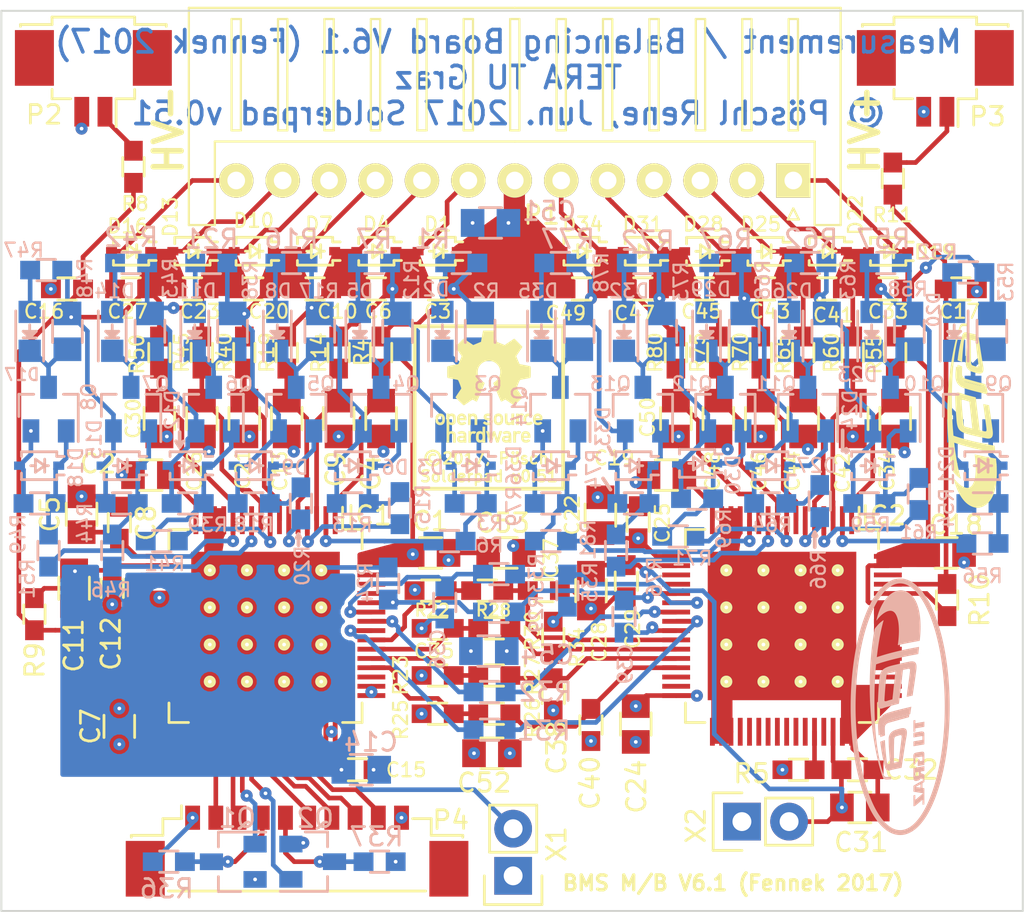
<source format=kicad_pcb>
(kicad_pcb (version 4) (host pcbnew no-vcs-found-product)
  (title_block (title "BMS Monitor / Balancer for Fennek 2017") (date 2017-01-06) (rev 6) (company "TERA TU Graz") (comment 1 "Rene Pöschl"))
  (layers (0 F.Cu signal) (1 In1.Cu power hide) (2 In2.Cu power) (31 B.Cu signal) (34 B.Paste user) (35 F.Paste user) (36 B.SilkS user hide) (37 F.SilkS user hide) (38 B.Mask user) (39 F.Mask user) (44 Edge.Cuts user))
  (net 0 "")
  (net 1 /Daisychain/CS_1)
  (net 2 /Daisychain/CS_2)
  (net 3 /5V_C2)
  (net 4 /Daisychain/DRDY_2)
  (net 5 /Daisychain/SDO_2)
  (net 6 /Daisychain/DRDY_1)
  (net 7 /Daisychain/Alert_1)
  (net 8 /Daisychain/Alert_2)
  (net 9 /Daisychain/Fault_1)
  (net 10 /Daisychain/Fault_2)
  (net 11 /Daisychain/SDO_1)
  (net 12 /Daisychain/CONV_1)
  (net 13 /Daisychain/CONV_2)
  (net 14 /Daisychain/SCLK_1)
  (net 15 /Daisychain/SCLK_2)
  (net 16 /Daisychain/SDI_1)
  (net 17 /Daisychain/SDI_2)
  (net 18 +BATT)
  (net 19 GND)
  (net 20 +5V)
  (net 21 /Host_connect/NFAULT_H)
  (net 22 /Chip2/VC5)
  (net 23 /Chip2/VC4)
  (net 24 /Chip2/VC3)
  (net 25 /Chip2/VC2)
  (net 26 /Chip2/VC1)
  (net 27 Vmiddle)
  (net 28 /Chip1/VC5)
  (net 29 /Chip2/HSEL)
  (net 30 /Chip1/VC4)
  (net 31 /Chip1/VC3)
  (net 32 /Chip1/VC2)
  (net 33 /Chip1/VC1)
  (net 34 /Host_connect/NALERT_H)
  (net 35 "Net-(C2-Pad1)")
  (net 36 "Net-(C19-Pad1)")
  (net 37 /Chip1/Alert_H)
  (net 38 /Chip1/Fault_H)
  (net 39 "Net-(IC2-Pad31)")
  (net 40 /Chip2/CONV_H)
  (net 41 /Chip2/DRDY_H)
  (net 42 /Chip2/Alert_H)
  (net 43 /Chip2/Fault_H)
  (net 44 /Chip2/SCLK_H)
  (net 45 /Chip2/SDO_H)
  (net 46 /Chip2/SDI_H)
  (net 47 /Chip2/CS_H)
  (net 48 "Net-(IC2-Pad45)")
  (net 49 "Net-(IC1-Pad31)")
  (net 50 /Chip1/CONV_H)
  (net 51 /Chip1/DRDY_H)
  (net 52 /Chip1/SCLK_H)
  (net 53 /Chip1/SDO_H)
  (net 54 /Chip1/SDI_H)
  (net 55 /Chip1/CS_H)
  (net 56 "Net-(IC1-Pad45)")
  (net 57 /Chip2/TS2+)
  (net 58 "Net-(P3-Pad1)")
  (net 59 /Chip2/TS2-)
  (net 60 /Chip1/TS1+)
  (net 61 /Chip1/TS1-)
  (net 62 "Net-(P2-Pad1)")
  (net 63 /Chip2/TS1-)
  (net 64 /Chip2/TS1+)
  (net 65 /Chip1/TS2-)
  (net 66 /Chip1/TS2+)
  (net 67 "Net-(D29-Pad1)")
  (net 68 "Net-(D2-Pad1)")
  (net 69 "Net-(D11-Pad1)")
  (net 70 "Net-(D8-Pad1)")
  (net 71 "Net-(D35-Pad1)")
  (net 72 "Net-(D23-Pad1)")
  (net 73 "Net-(D26-Pad1)")
  (net 74 "Net-(D20-Pad1)")
  (net 75 "Net-(D32-Pad1)")
  (net 76 "Net-(D5-Pad1)")
  (net 77 "Net-(D14-Pad1)")
  (net 78 "Net-(D17-Pad1)")
  (net 79 "Net-(D15-Pad1)")
  (net 80 "Net-(D26-Pad2)")
  (net 81 /Chip2/CB5)
  (net 82 "Net-(D24-Pad1)")
  (net 83 /Chip2/BalanceCell5/VCn)
  (net 84 "Net-(D23-Pad2)")
  (net 85 /Chip2/CB6)
  (net 86 "Net-(D21-Pad1)")
  (net 87 /Chip2/BalanceCell6/VCn)
  (net 88 /Chip1/BalanceCell3/VCn)
  (net 89 /Chip1/CB1)
  (net 90 "Net-(D18-Pad1)")
  (net 91 /Chip1/BalanceCell1/VCn)
  (net 92 "Net-(D17-Pad2)")
  (net 93 /Chip1/CB2)
  (net 94 /Chip1/BalanceCell2/VCn)
  (net 95 "Net-(D14-Pad2)")
  (net 96 "Net-(D12-Pad1)")
  (net 97 "Net-(D11-Pad2)")
  (net 98 /Chip1/CB4)
  (net 99 "Net-(D9-Pad1)")
  (net 100 "Net-(D27-Pad1)")
  (net 101 /Chip2/CB1)
  (net 102 "Net-(D36-Pad1)")
  (net 103 /Chip2/CB3)
  (net 104 "Net-(D30-Pad1)")
  (net 105 /Chip1/BalanceCell4/VCn)
  (net 106 "Net-(D8-Pad2)")
  (net 107 /Chip1/CB5)
  (net 108 "Net-(D6-Pad1)")
  (net 109 /Chip1/BalanceCell5/VCn)
  (net 110 /Chip1/CB3)
  (net 111 "Net-(D5-Pad2)")
  (net 112 /Chip1/BalanceCell6/VCn)
  (net 113 /Chip1/CB6)
  (net 114 "Net-(D3-Pad1)")
  (net 115 "Net-(D20-Pad2)")
  (net 116 "Net-(D2-Pad2)")
  (net 117 /Chip2/BalanceCell4/VCn)
  (net 118 /Chip2/CB4)
  (net 119 "Net-(D29-Pad2)")
  (net 120 "Net-(D32-Pad2)")
  (net 121 "Net-(D33-Pad1)")
  (net 122 /Chip2/BalanceCell2/VCn)
  (net 123 /Chip2/CB2)
  (net 124 "Net-(D35-Pad2)")
  (net 125 /Chip2/BalanceCell1/VCn)
  (net 126 /Chip2/BalanceCell3/VCn)
  (net 127 /Chip2/+5V_LDOA)
  (net 128 /Chip1/+5V_LDOA)
  (net 129 /Chip1/LDODx)
  (net 130 /Chip2/LDODx)
  (net 131 /Host_connect/+5V_Host)
  (module tera_rlc:R_0805in (layer B.Cu) (at 120.65 121.412 270)
    (fp_text reference R68)
    (fp_text value 180R)
    (fp_text user %R (at -2.772 -0.995 270) (layer B.SilkS) (effects (font (size 0.75 0.75) (thickness 0.12)) (justify mirror)))
    (pad 1 smd rect (at -0.965 0 270) (size 1.27 1.5) (layers B.Cu B.Paste B.Mask) (net 24 /Chip2/VC3))
    (pad 2 smd rect (at 0.965 0 270) (size 1.27 1.5) (layers B.Cu B.Paste B.Mask) (net 67 "Net-(D29-Pad1)"))
  )
  (module tera_rlc:R_0805in (layer B.Cu) (at 93.091 121.412 270)
    (fp_text reference R38)
    (fp_text value 180R)
    (fp_text user %R (at -2.772 -0.954 270) (layer B.SilkS) (effects (font (size 0.75 0.75) (thickness 0.12)) (justify mirror)))
    (pad 1 smd rect (at -0.965 0 270) (size 1.27 1.5) (layers B.Cu B.Paste B.Mask) (net 31 /Chip1/VC3))
    (pad 2 smd rect (at 0.965 0 270) (size 1.27 1.5) (layers B.Cu B.Paste B.Mask) (net 69 "Net-(D11-Pad1)"))
  )
  (module tera_rlc:R_0805in (layer B.Cu) (at 111.76 121.412 270)
    (fp_text reference R78)
    (fp_text value 180R)
    (fp_text user %R (at -3.172 -1.185 270) (layer B.SilkS) (effects (font (size 0.75 0.75) (thickness 0.12)) (justify mirror)))
    (pad 1 smd rect (at -0.965 0 270) (size 1.27 1.5) (layers B.Cu B.Paste B.Mask) (net 26 /Chip2/VC1))
    (pad 2 smd rect (at 0.965 0 270) (size 1.27 1.5) (layers B.Cu B.Paste B.Mask) (net 71 "Net-(D35-Pad1)"))
  )
  (module tera_rlc:R_0805in (layer B.Cu) (at 129.54 121.412 270)
    (fp_text reference R58)
    (fp_text value 180R)
    (fp_text user %R (at -2.272 0.095) (layer B.SilkS) (effects (font (size 0.75 0.75) (thickness 0.12)) (justify mirror)))
    (pad 1 smd rect (at -0.965 0 270) (size 1.27 1.5) (layers B.Cu B.Paste B.Mask) (net 22 /Chip2/VC5))
    (pad 2 smd rect (at 0.965 0 270) (size 1.27 1.5) (layers B.Cu B.Paste B.Mask) (net 72 "Net-(D23-Pad1)"))
  )
  (module tera_rlc:R_0805in (layer B.Cu) (at 125.095 121.412 270)
    (fp_text reference R63)
    (fp_text value 180R)
    (fp_text user %R (at -2.772 -1.15 270) (layer B.SilkS) (effects (font (size 0.75 0.75) (thickness 0.12)) (justify mirror)))
    (pad 1 smd rect (at -0.965 0 270) (size 1.27 1.5) (layers B.Cu B.Paste B.Mask) (net 23 /Chip2/VC4))
    (pad 2 smd rect (at 0.965 0 270) (size 1.27 1.5) (layers B.Cu B.Paste B.Mask) (net 73 "Net-(D26-Pad1)"))
  )
  (module tera_rlc:R_0805in (layer B.Cu) (at 133.985 121.412 270)
    (fp_text reference R53)
    (fp_text value 180R)
    (fp_text user %R (at -2.672 -0.76 270) (layer B.SilkS) (effects (font (size 0.75 0.75) (thickness 0.12)) (justify mirror)))
    (pad 1 smd rect (at -0.965 0 270) (size 1.27 1.5) (layers B.Cu B.Paste B.Mask) (net 18 +BATT))
    (pad 2 smd rect (at 0.965 0 270) (size 1.27 1.5) (layers B.Cu B.Paste B.Mask) (net 74 "Net-(D20-Pad1)"))
  )
  (module tera_rlc:R_0805in (layer B.Cu) (at 116.205 121.412 270)
    (fp_text reference R73)
    (fp_text value 180R)
    (fp_text user %R (at -2.672 -1.04 270) (layer B.SilkS) (effects (font (size 0.75 0.75) (thickness 0.12)) (justify mirror)))
    (pad 1 smd rect (at -0.965 0 270) (size 1.27 1.5) (layers B.Cu B.Paste B.Mask) (net 25 /Chip2/VC2))
    (pad 2 smd rect (at 0.965 0 270) (size 1.27 1.5) (layers B.Cu B.Paste B.Mask) (net 75 "Net-(D32-Pad1)"))
  )
  (module tera_rlc:R_0805in (layer B.Cu) (at 88.646 121.412 270)
    (fp_text reference R43)
    (fp_text value 180R)
    (fp_text user %R (at -2.872 -1.099 270) (layer B.SilkS) (effects (font (size 0.75 0.75) (thickness 0.12)) (justify mirror)))
    (pad 1 smd rect (at -0.965 0 270) (size 1.27 1.5) (layers B.Cu B.Paste B.Mask) (net 32 /Chip1/VC2))
    (pad 2 smd rect (at 0.965 0 270) (size 1.27 1.5) (layers B.Cu B.Paste B.Mask) (net 77 "Net-(D14-Pad1)"))
  )
  (module tera_rlc:R_0805in (layer B.Cu) (at 84.201 121.412 270)
    (fp_text reference R48)
    (fp_text value 180R)
    (fp_text user %R (at -2.872 -0.944 270) (layer B.SilkS) (effects (font (size 0.75 0.75) (thickness 0.12)) (justify mirror)))
    (pad 1 smd rect (at -0.965 0 270) (size 1.27 1.5) (layers B.Cu B.Paste B.Mask) (net 33 /Chip1/VC1))
    (pad 2 smd rect (at 0.965 0 270) (size 1.27 1.5) (layers B.Cu B.Paste B.Mask) (net 78 "Net-(D17-Pad1)"))
  )
  (module tera_rlc:R_0603in (layer B.Cu) (at 87.122 130.683 180)
    (fp_text reference R44)
    (fp_text value 2M)
    (fp_text user %R (at 1.977 -1.057 270) (layer B.SilkS) (effects (font (size 0.75 0.75) (thickness 0.12)) (justify mirror)))
    (pad 1 smd rect (at -0.865 0 180) (size 1.07 1) (layers B.Cu B.Paste B.Mask) (net 79 "Net-(D15-Pad1)"))
    (pad 2 smd rect (at 0.865 0 180) (size 1.07 1) (layers B.Cu B.Paste B.Mask) (net 33 /Chip1/VC1))
  )
  (module tera_rlc:R_0603in (layer B.Cu) (at 124.206 117.729 180)
    (fp_text reference R62)
    (fp_text value 2K2)
    (fp_text user %R (at -0.039 1.289 180) (layer B.SilkS) (effects (justify mirror)))
    (pad 1 smd rect (at -0.865 0 180) (size 1.07 1) (layers B.Cu B.Paste B.Mask) (net 23 /Chip2/VC4))
    (pad 2 smd rect (at 0.865 0 180) (size 1.07 1) (layers B.Cu B.Paste B.Mask) (net 80 "Net-(D26-Pad2)"))
  )
  (module tera_rlc:R_0603in (layer B.Cu) (at 130.048 130.175 90)
    (fp_text reference R61)
    (fp_text value 1K)
    (fp_text user %R (at -2.065 -0.003 180) (layer B.SilkS) (effects (font (size 0.7 0.7) (thickness 0.12)) (justify mirror)))
    (pad 1 smd rect (at -0.865 0 90) (size 1.07 1) (layers B.Cu B.Paste B.Mask) (net 81 /Chip2/CB5))
    (pad 2 smd rect (at 0.865 0 90) (size 1.07 1) (layers B.Cu B.Paste B.Mask) (net 82 "Net-(D24-Pad1)"))
  )
  (module tera_rlc:R_0603in (layer F.Cu) (at 126.492 122.555 90)
    (fp_text reference R60)
    (fp_text value 1K hide)
    (fp_text user %R (at 0 -1.147 90) (layer F.SilkS) (effects (font (size 0.75 0.75) (thickness 0.12))))
    (pad 1 smd rect (at -0.865 0 90) (size 1.07 1) (layers F.Cu F.Paste F.Mask) (net 83 /Chip2/BalanceCell5/VCn))
    (pad 2 smd rect (at 0.865 0 90) (size 1.07 1) (layers F.Cu F.Paste F.Mask) (net 22 /Chip2/VC5))
  )
  (module tera_rlc:R_0603in (layer B.Cu) (at 127.381 130.683 180)
    (fp_text reference R59)
    (fp_text value 2M)
    (fp_text user %R (at -0.064 -1.157 180) (layer B.SilkS) (effects (font (size 0.75 0.75) (thickness 0.12)) (justify mirror)))
    (pad 1 smd rect (at -0.865 0 180) (size 1.07 1) (layers B.Cu B.Paste B.Mask) (net 82 "Net-(D24-Pad1)"))
    (pad 2 smd rect (at 0.865 0 180) (size 1.07 1) (layers B.Cu B.Paste B.Mask) (net 23 /Chip2/VC4))
  )
  (module tera_rlc:R_0603in (layer B.Cu) (at 128.27 117.729 180)
    (fp_text reference R57)
    (fp_text value 2K2)
    (fp_text user %R (at 0.125 1.289 180) (layer B.SilkS) (effects (justify mirror)))
    (pad 1 smd rect (at -0.865 0 180) (size 1.07 1) (layers B.Cu B.Paste B.Mask) (net 22 /Chip2/VC5))
    (pad 2 smd rect (at 0.865 0 180) (size 1.07 1) (layers B.Cu B.Paste B.Mask) (net 84 "Net-(D23-Pad2)"))
  )
  (module tera_rlc:R_0603in (layer B.Cu) (at 133.477 132.842)
    (fp_text reference R56)
    (fp_text value 1K)
    (fp_text user %R (at 0 1.75) (layer B.SilkS) (effects (font (size 0.75 0.75) (thickness 0.12)) (justify mirror)))
    (pad 1 smd rect (at -0.865 0) (size 1.07 1) (layers B.Cu B.Paste B.Mask) (net 85 /Chip2/CB6))
    (pad 2 smd rect (at 0.865 0) (size 1.07 1) (layers B.Cu B.Paste B.Mask) (net 86 "Net-(D21-Pad1)"))
  )
  (module tera_rlc:R_0603in (layer F.Cu) (at 128.778 122.555 90)
    (fp_text reference R55)
    (fp_text value 1K hide)
    (fp_text user %R (at -0.085 -1.133 90) (layer F.SilkS) (effects (font (size 0.75 0.75) (thickness 0.12))))
    (pad 1 smd rect (at -0.865 0 90) (size 1.07 1) (layers F.Cu F.Paste F.Mask) (net 87 /Chip2/BalanceCell6/VCn))
    (pad 2 smd rect (at 0.865 0 90) (size 1.07 1) (layers F.Cu F.Paste F.Mask) (net 18 +BATT))
  )
  (module tera_rlc:R_0603in (layer B.Cu) (at 133.477 130.683 180)
    (fp_text reference R54)
    (fp_text value 2M)
    (fp_text user %R (at 1.932 -0.257 270) (layer B.SilkS) (effects (font (size 0.75 0.75) (thickness 0.12)) (justify mirror)))
    (pad 1 smd rect (at -0.865 0 180) (size 1.07 1) (layers B.Cu B.Paste B.Mask) (net 86 "Net-(D21-Pad1)"))
    (pad 2 smd rect (at 0.865 0 180) (size 1.07 1) (layers B.Cu B.Paste B.Mask) (net 22 /Chip2/VC5))
  )
  (module tera_rlc:R_0603in (layer F.Cu) (at 93.726 122.555 90)
    (fp_text reference R40)
    (fp_text value 1K hide)
    (fp_text user %R (at 0 -1.081 90) (layer F.SilkS) (effects (font (size 0.75 0.75) (thickness 0.12))))
    (pad 1 smd rect (at -0.865 0 90) (size 1.07 1) (layers F.Cu F.Paste F.Mask) (net 88 /Chip1/BalanceCell3/VCn))
    (pad 2 smd rect (at 0.865 0 90) (size 1.07 1) (layers F.Cu F.Paste F.Mask) (net 31 /Chip1/VC3))
  )
  (module tera_rlc:R_0603in (layer B.Cu) (at 83.185 133.223 90)
    (fp_text reference R51)
    (fp_text value 1K)
    (fp_text user %R (at -1.517 -1.14 90) (layer B.SilkS) (effects (font (size 0.75 0.75) (thickness 0.12)) (justify mirror)))
    (pad 1 smd rect (at -0.865 0 90) (size 1.07 1) (layers B.Cu B.Paste B.Mask) (net 89 /Chip1/CB1))
    (pad 2 smd rect (at 0.865 0 90) (size 1.07 1) (layers B.Cu B.Paste B.Mask) (net 90 "Net-(D18-Pad1)"))
  )
  (module tera_rlc:R_0603in (layer F.Cu) (at 89.154 122.555 90)
    (fp_text reference R50)
    (fp_text value 1K hide)
    (fp_text user %R (at -0.085 -1.209 90) (layer F.SilkS) (effects (font (size 0.75 0.75) (thickness 0.12))))
    (pad 1 smd rect (at -0.865 0 90) (size 1.07 1) (layers F.Cu F.Paste F.Mask) (net 91 /Chip1/BalanceCell1/VCn))
    (pad 2 smd rect (at 0.865 0 90) (size 1.07 1) (layers F.Cu F.Paste F.Mask) (net 33 /Chip1/VC1))
  )
  (module tera_rlc:R_0603in (layer B.Cu) (at 82.701 130.683 180)
    (fp_text reference R49)
    (fp_text value 2M)
    (fp_text user %R (at 1.156 -1.657 270) (layer B.SilkS) (effects (font (size 0.75 0.75) (thickness 0.12)) (justify mirror)))
    (pad 1 smd rect (at -0.865 0 180) (size 1.07 1) (layers B.Cu B.Paste B.Mask) (net 90 "Net-(D18-Pad1)"))
    (pad 2 smd rect (at 0.865 0 180) (size 1.07 1) (layers B.Cu B.Paste B.Mask) (net 19 GND))
  )
  (module tera_rlc:R_0603in (layer B.Cu) (at 83.058 118.11 180)
    (fp_text reference R47)
    (fp_text value 2K2)
    (fp_text user %R (at 1.213 1.07 180) (layer B.SilkS) (effects (font (size 0.75 0.75) (thickness 0.12)) (justify mirror)))
    (pad 1 smd rect (at -0.865 0 180) (size 1.07 1) (layers B.Cu B.Paste B.Mask) (net 33 /Chip1/VC1))
    (pad 2 smd rect (at 0.865 0 180) (size 1.07 1) (layers B.Cu B.Paste B.Mask) (net 92 "Net-(D17-Pad2)"))
  )
  (module tera_rlc:R_0603in (layer B.Cu) (at 86.614 133.223 90)
    (fp_text reference R46)
    (fp_text value 1K)
    (fp_text user %R (at -2.117 -0.069 180) (layer B.SilkS) (effects (font (size 0.75 0.75) (thickness 0.12)) (justify mirror)))
    (pad 1 smd rect (at -0.865 0 90) (size 1.07 1) (layers B.Cu B.Paste B.Mask) (net 93 /Chip1/CB2))
    (pad 2 smd rect (at 0.865 0 90) (size 1.07 1) (layers B.Cu B.Paste B.Mask) (net 79 "Net-(D15-Pad1)"))
  )
  (module tera_rlc:R_0603in (layer F.Cu) (at 91.44 122.555 90)
    (fp_text reference R45)
    (fp_text value 1K hide)
    (fp_text user %R (at 0 -1.095 90) (layer F.SilkS) (effects (font (size 0.75 0.75) (thickness 0.12))))
    (pad 1 smd rect (at -0.865 0 90) (size 1.07 1) (layers F.Cu F.Paste F.Mask) (net 94 /Chip1/BalanceCell2/VCn))
    (pad 2 smd rect (at 0.865 0 90) (size 1.07 1) (layers F.Cu F.Paste F.Mask) (net 32 /Chip1/VC2))
  )
  (module tera_rlc:R_0603in (layer B.Cu) (at 87.63 117.729 180)
    (fp_text reference R42)
    (fp_text value 2K2)
    (fp_text user %R (at 0 1.389 180) (layer B.SilkS) (effects (justify mirror)))
    (pad 1 smd rect (at -0.865 0 180) (size 1.07 1) (layers B.Cu B.Paste B.Mask) (net 32 /Chip1/VC2))
    (pad 2 smd rect (at 0.865 0 180) (size 1.07 1) (layers B.Cu B.Paste B.Mask) (net 95 "Net-(D14-Pad2)"))
  )
  (module tera_rlc:R_0603in (layer B.Cu) (at 90.678 130.683 180)
    (fp_text reference R39)
    (fp_text value 2M)
    (fp_text user %R (at -1.067 -1.157 180) (layer B.SilkS) (effects (font (size 0.75 0.75) (thickness 0.12)) (justify mirror)))
    (pad 1 smd rect (at -0.865 0 180) (size 1.07 1) (layers B.Cu B.Paste B.Mask) (net 96 "Net-(D12-Pad1)"))
    (pad 2 smd rect (at 0.865 0 180) (size 1.07 1) (layers B.Cu B.Paste B.Mask) (net 32 /Chip1/VC2))
  )
  (module tera_rlc:R_0603in (layer B.Cu) (at 91.948 117.729 180)
    (fp_text reference R21)
    (fp_text value 2K2)
    (fp_text user %R (at 0 1.289 180) (layer B.SilkS) (effects (justify mirror)))
    (pad 1 smd rect (at -0.865 0 180) (size 1.07 1) (layers B.Cu B.Paste B.Mask) (net 31 /Chip1/VC3))
    (pad 2 smd rect (at 0.865 0 180) (size 1.07 1) (layers B.Cu B.Paste B.Mask) (net 97 "Net-(D11-Pad2)"))
  )
  (module tera_rlc:R_0603in (layer B.Cu) (at 96.774 130.683 90)
    (fp_text reference R20)
    (fp_text value 1K)
    (fp_text user %R (at -3.357 0.071 270) (layer B.SilkS) (effects (font (size 0.75 0.75) (thickness 0.12)) (justify mirror)))
    (pad 1 smd rect (at -0.865 0 90) (size 1.07 1) (layers B.Cu B.Paste B.Mask) (net 98 /Chip1/CB4))
    (pad 2 smd rect (at 0.865 0 90) (size 1.07 1) (layers B.Cu B.Paste B.Mask) (net 99 "Net-(D9-Pad1)"))
  )
  (module tera_rlc:R_0603in (layer B.Cu) (at 122.047 130.683 180)
    (fp_text reference R64)
    (fp_text value 2M)
    (fp_text user %R (at -0.098 -1.157 180) (layer B.SilkS) (effects (font (size 0.75 0.75) (thickness 0.12)) (justify mirror)))
    (pad 1 smd rect (at -0.865 0 180) (size 1.07 1) (layers B.Cu B.Paste B.Mask) (net 100 "Net-(D27-Pad1)"))
    (pad 2 smd rect (at 0.865 0 180) (size 1.07 1) (layers B.Cu B.Paste B.Mask) (net 24 /Chip2/VC3))
  )
  (module tera_rlc:R_0603in (layer B.Cu) (at 110.236 132.715 180)
    (fp_text reference R81)
    (fp_text value 1K)
    (fp_text user %R (at -2.009 0.075 270) (layer B.SilkS) (effects (font (size 0.75 0.75) (thickness 0.12)) (justify mirror)))
    (pad 1 smd rect (at -0.865 0 180) (size 1.07 1) (layers B.Cu B.Paste B.Mask) (net 101 /Chip2/CB1))
    (pad 2 smd rect (at 0.865 0 180) (size 1.07 1) (layers B.Cu B.Paste B.Mask) (net 102 "Net-(D36-Pad1)"))
  )
  (module tera_rlc:R_0603in (layer B.Cu) (at 117.094 132.461 180)
    (fp_text reference R71)
    (fp_text value 1K)
    (fp_text user %R (at -0.751 -1.179 180) (layer B.SilkS) (effects (font (size 0.75 0.75) (thickness 0.12)) (justify mirror)))
    (pad 1 smd rect (at -0.865 0 180) (size 1.07 1) (layers B.Cu B.Paste B.Mask) (net 103 /Chip2/CB3))
    (pad 2 smd rect (at 0.865 0 180) (size 1.07 1) (layers B.Cu B.Paste B.Mask) (net 104 "Net-(D30-Pad1)"))
  )
  (module tera_rlc:R_0603in (layer F.Cu) (at 96.012 122.555 90)
    (fp_text reference R19)
    (fp_text value 1K hide)
    (fp_text user %R (at 0 -1.067 90) (layer F.SilkS) (effects (font (size 0.75 0.75) (thickness 0.12))))
    (pad 1 smd rect (at -0.865 0 90) (size 1.07 1) (layers F.Cu F.Paste F.Mask) (net 105 /Chip1/BalanceCell4/VCn))
    (pad 2 smd rect (at 0.865 0 90) (size 1.07 1) (layers F.Cu F.Paste F.Mask) (net 30 /Chip1/VC4))
  )
  (module tera_rlc:R_0603in (layer B.Cu) (at 94.234 130.683 180)
    (fp_text reference R18)
    (fp_text value 2M)
    (fp_text user %R (at 0 -1.157 180) (layer B.SilkS) (effects (font (size 0.75 0.75) (thickness 0.12)) (justify mirror)))
    (pad 1 smd rect (at -0.865 0 180) (size 1.07 1) (layers B.Cu B.Paste B.Mask) (net 99 "Net-(D9-Pad1)"))
    (pad 2 smd rect (at 0.865 0 180) (size 1.07 1) (layers B.Cu B.Paste B.Mask) (net 31 /Chip1/VC3))
  )
  (module tera_rlc:R_0603in (layer B.Cu) (at 89.281 132.715 180)
    (fp_text reference R41)
    (fp_text value 1K)
    (fp_text user %R (at -0.164 -1.225 180) (layer B.SilkS) (effects (font (size 0.75 0.75) (thickness 0.12)) (justify mirror)))
    (pad 1 smd rect (at -0.865 0 180) (size 1.07 1) (layers B.Cu B.Paste B.Mask) (net 110 /Chip1/CB3))
    (pad 2 smd rect (at 0.865 0 180) (size 1.07 1) (layers B.Cu B.Paste B.Mask) (net 96 "Net-(D12-Pad1)"))
  )
  (module tera_rlc:R_0603in (layer B.Cu) (at 110.236 130.683 180)
    (fp_text reference R79)
    (fp_text value 2M)
    (fp_text user %R (at 1.991 -0.157 270) (layer B.SilkS) (effects (font (size 0.75 0.75) (thickness 0.12)) (justify mirror)))
    (pad 1 smd rect (at -0.865 0 180) (size 1.07 1) (layers B.Cu B.Paste B.Mask) (net 102 "Net-(D36-Pad1)"))
    (pad 2 smd rect (at 0.865 0 180) (size 1.07 1) (layers B.Cu B.Paste B.Mask) (net 27 Vmiddle))
  )
  (module tera_rlc:R_0603in (layer B.Cu) (at 132.715 118.237 180)
    (fp_text reference R52)
    (fp_text value 2K2)
    (fp_text user %R (at 1.67 1.097) (layer B.SilkS) (effects (font (size 0.75 0.75) (thickness 0.12)) (justify mirror)))
    (pad 1 smd rect (at -0.865 0 180) (size 1.07 1) (layers B.Cu B.Paste B.Mask) (net 18 +BATT))
    (pad 2 smd rect (at 0.865 0 180) (size 1.07 1) (layers B.Cu B.Paste B.Mask) (net 115 "Net-(D20-Pad2)"))
  )
  (module tera_rlc:R_0603in (layer F.Cu) (at 123.825 122.555 90)
    (fp_text reference R65)
    (fp_text value 1K hide)
    (fp_text user %R (at -0.085 -1.08 90) (layer F.SilkS) (effects (font (size 0.75 0.75) (thickness 0.12))))
    (pad 1 smd rect (at -0.865 0 90) (size 1.07 1) (layers F.Cu F.Paste F.Mask) (net 117 /Chip2/BalanceCell4/VCn))
    (pad 2 smd rect (at 0.865 0 90) (size 1.07 1) (layers F.Cu F.Paste F.Mask) (net 23 /Chip2/VC4))
  )
  (module tera_rlc:R_0603in (layer B.Cu) (at 124.714 130.556 90)
    (fp_text reference R66)
    (fp_text value 1K)
    (fp_text user %R (at -3.684 -0.069 270) (layer B.SilkS) (effects (font (size 0.75 0.75) (thickness 0.12)) (justify mirror)))
    (pad 1 smd rect (at -0.865 0 90) (size 1.07 1) (layers B.Cu B.Paste B.Mask) (net 118 /Chip2/CB4))
    (pad 2 smd rect (at 0.865 0 90) (size 1.07 1) (layers B.Cu B.Paste B.Mask) (net 100 "Net-(D27-Pad1)"))
  )
  (module tera_rlc:R_0603in (layer B.Cu) (at 119.634 117.729 180)
    (fp_text reference R67)
    (fp_text value 2K2)
    (fp_text user %R (at -0.011 1.289 180) (layer B.SilkS) (effects (justify mirror)))
    (pad 1 smd rect (at -0.865 0 180) (size 1.07 1) (layers B.Cu B.Paste B.Mask) (net 24 /Chip2/VC3))
    (pad 2 smd rect (at 0.865 0 180) (size 1.07 1) (layers B.Cu B.Paste B.Mask) (net 119 "Net-(D29-Pad2)"))
  )
  (module tera_rlc:R_0603in (layer B.Cu) (at 118.11 130.429 180)
    (fp_text reference R69)
    (fp_text value 2M)
    (fp_text user %R (at -1.435 -1.611 270) (layer B.SilkS) (effects (font (size 0.75 0.75) (thickness 0.12)) (justify mirror)))
    (pad 1 smd rect (at -0.865 0 180) (size 1.07 1) (layers B.Cu B.Paste B.Mask) (net 104 "Net-(D30-Pad1)"))
    (pad 2 smd rect (at 0.865 0 180) (size 1.07 1) (layers B.Cu B.Paste B.Mask) (net 25 /Chip2/VC2))
  )
  (module tera_rlc:R_0603in (layer B.Cu) (at 115.189 117.729 180)
    (fp_text reference R72)
    (fp_text value 2K2)
    (fp_text user %R (at -0.256 1.189 180) (layer B.SilkS) (effects (justify mirror)))
    (pad 1 smd rect (at -0.865 0 180) (size 1.07 1) (layers B.Cu B.Paste B.Mask) (net 25 /Chip2/VC2))
    (pad 2 smd rect (at 0.865 0 180) (size 1.07 1) (layers B.Cu B.Paste B.Mask) (net 120 "Net-(D32-Pad2)"))
  )
  (module tera_rlc:R_0603in (layer B.Cu) (at 114.681 130.683 180)
    (fp_text reference R74)
    (fp_text value 2M)
    (fp_text user %R (at 2.136 1.843 270) (layer B.SilkS) (effects (font (size 0.75 0.75) (thickness 0.12)) (justify mirror)))
    (pad 1 smd rect (at -0.865 0 180) (size 1.07 1) (layers B.Cu B.Paste B.Mask) (net 121 "Net-(D33-Pad1)"))
    (pad 2 smd rect (at 0.865 0 180) (size 1.07 1) (layers B.Cu B.Paste B.Mask) (net 26 /Chip2/VC1))
  )
  (module tera_rlc:R_0603in (layer F.Cu) (at 119.253 122.555 90)
    (fp_text reference R75)
    (fp_text value 1K hide)
    (fp_text user %R (at 0 -1.108 90) (layer F.SilkS) (effects (font (size 0.75 0.75) (thickness 0.12))))
    (pad 1 smd rect (at -0.865 0 90) (size 1.07 1) (layers F.Cu F.Paste F.Mask) (net 122 /Chip2/BalanceCell2/VCn))
    (pad 2 smd rect (at 0.865 0 90) (size 1.07 1) (layers F.Cu F.Paste F.Mask) (net 25 /Chip2/VC2))
  )
  (module tera_rlc:R_0603in (layer B.Cu) (at 113.745 133.223 90)
    (fp_text reference R76)
    (fp_text value 1K)
    (fp_text user %R (at -1.417 2.072 270) (layer B.SilkS) (effects (font (size 0.75 0.75) (thickness 0.12)) (justify mirror)))
    (pad 1 smd rect (at -0.865 0 90) (size 1.07 1) (layers B.Cu B.Paste B.Mask) (net 123 /Chip2/CB2))
    (pad 2 smd rect (at 0.865 0 90) (size 1.07 1) (layers B.Cu B.Paste B.Mask) (net 121 "Net-(D33-Pad1)"))
  )
  (module tera_rlc:R_0603in (layer B.Cu) (at 110.744 117.729 180)
    (fp_text reference R77)
    (fp_text value 2K2)
    (fp_text user %R (at -0.401 1.289 180) (layer B.SilkS) (effects (justify mirror)))
    (pad 1 smd rect (at -0.865 0 180) (size 1.07 1) (layers B.Cu B.Paste B.Mask) (net 26 /Chip2/VC1))
    (pad 2 smd rect (at 0.865 0 180) (size 1.07 1) (layers B.Cu B.Paste B.Mask) (net 124 "Net-(D35-Pad2)"))
  )
  (module tera_rlc:R_0603in (layer F.Cu) (at 116.967 122.555 90)
    (fp_text reference R80)
    (fp_text value 1K hide)
    (fp_text user %R (at 0 -1.122 90) (layer F.SilkS) (effects (font (size 0.75 0.75) (thickness 0.12))))
    (pad 1 smd rect (at -0.865 0 90) (size 1.07 1) (layers F.Cu F.Paste F.Mask) (net 125 /Chip2/BalanceCell1/VCn))
    (pad 2 smd rect (at 0.865 0 90) (size 1.07 1) (layers F.Cu F.Paste F.Mask) (net 26 /Chip2/VC1))
  )
  (module tera_rlc:R_0603in (layer F.Cu) (at 121.539 122.555 90)
    (fp_text reference R70)
    (fp_text value 1K hide)
    (fp_text user %R (at 0.015 -1.094 90) (layer F.SilkS) (effects (font (size 0.75 0.75) (thickness 0.12))))
    (pad 1 smd rect (at -0.865 0 90) (size 1.07 1) (layers F.Cu F.Paste F.Mask) (net 126 /Chip2/BalanceCell3/VCn))
    (pad 2 smd rect (at 0.865 0 90) (size 1.07 1) (layers F.Cu F.Paste F.Mask) (net 24 /Chip2/VC3))
  )
  (module tera_rlc:C_0805in (layer F.Cu) (at 116.967 126.111 270)
    (fp_text reference C50)
    (fp_text value "100n 50V" hide)
    (fp_text user %R (at -0.071 1.522 270) (layer F.SilkS) (effects (font (size 0.75 0.75) (thickness 0.12))))
    (pad 1 smd rect (at -0.965 0 270) (size 1.27 1.5) (layers F.Cu F.Paste F.Mask) (net 125 /Chip2/BalanceCell1/VCn))
    (pad 2 smd rect (at 0.965 0 270) (size 1.27 1.5) (layers F.Cu F.Paste F.Mask) (net 27 Vmiddle))
  )
  (module tera_rlc:C_0805in (layer F.Cu) (at 128.778 126.111 270)
    (fp_text reference C34)
    (fp_text value "100n 50V" hide)
    (fp_text user %R (at 2.829 0.433 270) (layer F.SilkS) (effects (font (size 0.75 0.75) (thickness 0.12))))
    (pad 1 smd rect (at -0.965 0 270) (size 1.27 1.5) (layers F.Cu F.Paste F.Mask) (net 87 /Chip2/BalanceCell6/VCn))
    (pad 2 smd rect (at 0.965 0 270) (size 1.27 1.5) (layers F.Cu F.Paste F.Mask) (net 27 Vmiddle))
  )
  (module tera_rlc:C_0805in (layer F.Cu) (at 119.253 126.111 270)
    (fp_text reference C48)
    (fp_text value "100n 50V" hide)
    (fp_text user %R (at 2.829 0.308 270) (layer F.SilkS) (effects (font (size 0.75 0.75) (thickness 0.12))))
    (pad 1 smd rect (at -0.965 0 270) (size 1.27 1.5) (layers F.Cu F.Paste F.Mask) (net 122 /Chip2/BalanceCell2/VCn))
    (pad 2 smd rect (at 0.965 0 270) (size 1.27 1.5) (layers F.Cu F.Paste F.Mask) (net 27 Vmiddle))
  )
  (module tera_rlc:C_0805in (layer F.Cu) (at 121.539 126.111 270)
    (fp_text reference C46)
    (fp_text value "100n 50V" hide)
    (fp_text user %R (at 2.829 0.094 270) (layer F.SilkS) (effects (font (size 0.75 0.75) (thickness 0.12))))
    (pad 1 smd rect (at -0.965 0 270) (size 1.27 1.5) (layers F.Cu F.Paste F.Mask) (net 126 /Chip2/BalanceCell3/VCn))
    (pad 2 smd rect (at 0.965 0 270) (size 1.27 1.5) (layers F.Cu F.Paste F.Mask) (net 27 Vmiddle))
  )
  (module tera_rlc:C_0805in (layer F.Cu) (at 123.825 126.111 270)
    (fp_text reference C44)
    (fp_text value "100n 50V" hide)
    (fp_text user %R (at 2.829 0.58 270) (layer F.SilkS) (effects (font (size 0.75 0.75) (thickness 0.12))))
    (pad 1 smd rect (at -0.965 0 270) (size 1.27 1.5) (layers F.Cu F.Paste F.Mask) (net 117 /Chip2/BalanceCell4/VCn))
    (pad 2 smd rect (at 0.965 0 270) (size 1.27 1.5) (layers F.Cu F.Paste F.Mask) (net 27 Vmiddle))
  )
  (module tera_rlc:C_0805in (layer F.Cu) (at 126.492 126.111 270)
    (fp_text reference C42)
    (fp_text value "100n 50V" hide)
    (fp_text user %R (at 2.929 0.547 270) (layer F.SilkS) (effects (font (size 0.75 0.75) (thickness 0.12))))
    (pad 1 smd rect (at -0.965 0 270) (size 1.27 1.5) (layers F.Cu F.Paste F.Mask) (net 83 /Chip2/BalanceCell5/VCn))
    (pad 2 smd rect (at 0.965 0 270) (size 1.27 1.5) (layers F.Cu F.Paste F.Mask) (net 27 Vmiddle))
  )
  (module tera_rlc:C_0603in (layer F.Cu) (at 128.397 119.126 180)
    (fp_text reference C33)
    (fp_text value 100n hide)
    (fp_text user %R (at 0 -1.214 180) (layer F.SilkS) (effects (font (size 0.75 0.75) (thickness 0.12))))
    (pad 1 smd rect (at -0.865 0 180) (size 1.07 1) (layers F.Cu F.Paste F.Mask) (net 18 +BATT))
    (pad 2 smd rect (at 0.865 0 180) (size 1.07 1) (layers F.Cu F.Paste F.Mask) (net 22 /Chip2/VC5))
  )
  (module tera_rlc:C_0603in (layer F.Cu) (at 115.189 119.126 180)
    (fp_text reference C47)
    (fp_text value 100n hide)
    (fp_text user %R (at 0.444 -1.314 180) (layer F.SilkS) (effects (font (size 0.75 0.75) (thickness 0.12))))
    (pad 1 smd rect (at -0.865 0 180) (size 1.07 1) (layers F.Cu F.Paste F.Mask) (net 25 /Chip2/VC2))
    (pad 2 smd rect (at 0.865 0 180) (size 1.07 1) (layers F.Cu F.Paste F.Mask) (net 26 /Chip2/VC1))
  )
  (module tera_rlc:C_0603in (layer F.Cu) (at 118.491 119.126 180)
    (fp_text reference C45)
    (fp_text value 100n hide)
    (fp_text user %R (at 0.146 -1.214 180) (layer F.SilkS) (effects (font (size 0.75 0.75) (thickness 0.12))))
    (pad 1 smd rect (at -0.865 0 180) (size 1.07 1) (layers F.Cu F.Paste F.Mask) (net 24 /Chip2/VC3))
    (pad 2 smd rect (at 0.865 0 180) (size 1.07 1) (layers F.Cu F.Paste F.Mask) (net 25 /Chip2/VC2))
  )
  (module tera_rlc:C_0603in (layer F.Cu) (at 121.793 119.126 180)
    (fp_text reference C43)
    (fp_text value 100n hide)
    (fp_text user %R (at -0.252 -1.214 180) (layer F.SilkS) (effects (font (size 0.75 0.75) (thickness 0.12))))
    (pad 1 smd rect (at -0.865 0 180) (size 1.07 1) (layers F.Cu F.Paste F.Mask) (net 23 /Chip2/VC4))
    (pad 2 smd rect (at 0.865 0 180) (size 1.07 1) (layers F.Cu F.Paste F.Mask) (net 24 /Chip2/VC3))
  )
  (module tera_rlc:C_0603in (layer F.Cu) (at 111.887 119.126 180)
    (fp_text reference C49)
    (fp_text value 100n hide)
    (fp_text user %R (at 0.842 -1.314 180) (layer F.SilkS) (effects (font (size 0.75 0.75) (thickness 0.12))))
    (pad 1 smd rect (at -0.865 0 180) (size 1.07 1) (layers F.Cu F.Paste F.Mask) (net 26 /Chip2/VC1))
    (pad 2 smd rect (at 0.865 0 180) (size 1.07 1) (layers F.Cu F.Paste F.Mask) (net 27 Vmiddle))
  )
  (module tera_rlc:C_0603in (layer F.Cu) (at 125.095 119.126 180)
    (fp_text reference C41)
    (fp_text value 100n hide)
    (fp_text user %R (at -0.35 -1.414 180) (layer F.SilkS) (effects (font (size 0.75 0.75) (thickness 0.12))))
    (pad 1 smd rect (at -0.865 0 180) (size 1.07 1) (layers F.Cu F.Paste F.Mask) (net 22 /Chip2/VC5))
    (pad 2 smd rect (at 0.865 0 180) (size 1.07 1) (layers F.Cu F.Paste F.Mask) (net 23 /Chip2/VC4))
  )
  (module tera_diodes:SOD-323 (layer F.Cu) (at 94.234 117.094 180)
    (fp_text reference D10)
    (fp_text value 5.1V hide)
    (fp_text user %R (at 0 1.654 180) (layer F.SilkS) (effects (font (size 0.75 0.75) (thickness 0.12))))
    (pad 1 smd rect (at -1.055 0 180) (size 0.59 0.45) (layers F.Cu F.Paste F.Mask) (net 31 /Chip1/VC3))
    (pad 2 smd rect (at 1.055 0 180) (size 0.59 0.45) (layers F.Cu F.Paste F.Mask) (net 32 /Chip1/VC2))
  )
  (module tera_diodes:SOD-323 (layer B.Cu) (at 82.677 128.651 180)
    (fp_text reference D18)
    (fp_text value 5.1V)
    (fp_text user %R (at -1.968 -0.089 270) (layer B.SilkS) (effects (font (size 0.75 0.75) (thickness 0.12)) (justify mirror)))
    (pad 1 smd rect (at -1.055 0 180) (size 0.59 0.45) (layers B.Cu B.Paste B.Mask) (net 90 "Net-(D18-Pad1)"))
    (pad 2 smd rect (at 1.055 0 180) (size 0.59 0.45) (layers B.Cu B.Paste B.Mask) (net 19 GND))
  )
  (module tera_diodes:SOD-323 (layer B.Cu) (at 94.234 128.651 180)
    (fp_text reference D9)
    (fp_text value 5.1V)
    (fp_text user %R (at -2.211 -0.089 180) (layer B.SilkS) (effects (font (size 0.75 0.75) (thickness 0.12)) (justify mirror)))
    (pad 1 smd rect (at -1.055 0 180) (size 0.59 0.45) (layers B.Cu B.Paste B.Mask) (net 99 "Net-(D9-Pad1)"))
    (pad 2 smd rect (at 1.055 0 180) (size 0.59 0.45) (layers B.Cu B.Paste B.Mask) (net 31 /Chip1/VC3))
  )
  (module tera_diodes:SOD-323 (layer F.Cu) (at 128.397 117.102863 180)
    (fp_text reference D19)
    (fp_text value 5.1V hide)
    (fp_text user %R (at -2.498 -0.037137 180) (layer F.SilkS) (effects (font (size 0.75 0.75) (thickness 0.12))))
    (pad 1 smd rect (at -1.055 0 180) (size 0.59 0.45) (layers F.Cu F.Paste F.Mask) (net 18 +BATT))
    (pad 2 smd rect (at 1.055 0 180) (size 0.59 0.45) (layers F.Cu F.Paste F.Mask) (net 22 /Chip2/VC5))
  )
  (module tera_diodes:SOD-323 (layer F.Cu) (at 121.793 117.105863 180)
    (fp_text reference D25)
    (fp_text value 5.1V hide)
    (fp_text user %R (at 0.248 1.465863 180) (layer F.SilkS) (effects (font (size 0.75 0.75) (thickness 0.12))))
    (pad 1 smd rect (at -1.055 0 180) (size 0.59 0.45) (layers F.Cu F.Paste F.Mask) (net 23 /Chip2/VC4))
    (pad 2 smd rect (at 1.055 0 180) (size 0.59 0.45) (layers F.Cu F.Paste F.Mask) (net 24 /Chip2/VC3))
  )
  (module tera_diodes:SOD-323 (layer B.Cu) (at 99.568 128.651 180)
    (fp_text reference D6)
    (fp_text value 5.1V)
    (fp_text user %R (at -2.277 -0.089 180) (layer B.SilkS) (effects (font (size 0.75 0.75) (thickness 0.12)) (justify mirror)))
    (pad 1 smd rect (at -1.055 0 180) (size 0.59 0.45) (layers B.Cu B.Paste B.Mask) (net 108 "Net-(D6-Pad1)"))
    (pad 2 smd rect (at 1.055 0 180) (size 0.59 0.45) (layers B.Cu B.Paste B.Mask) (net 30 /Chip1/VC4))
  )
  (module tera_diodes:SOD-323 (layer F.Cu) (at 100.838 117.094 180)
    (fp_text reference D4)
    (fp_text value 5.1V hide)
    (fp_text user %R (at -0.007 1.454 180) (layer F.SilkS) (effects (font (size 0.75 0.75) (thickness 0.12))))
    (pad 1 smd rect (at -1.055 0 180) (size 0.59 0.45) (layers F.Cu F.Paste F.Mask) (net 28 /Chip1/VC5))
    (pad 2 smd rect (at 1.055 0 180) (size 0.59 0.45) (layers F.Cu F.Paste F.Mask) (net 30 /Chip1/VC4))
  )
  (module tera_diodes:SOD-323 (layer B.Cu) (at 105.918 128.651 180)
    (fp_text reference D3)
    (fp_text value 5.1V)
    (fp_text user %R (at 2.173 -0.089 180) (layer B.SilkS) (effects (font (size 0.75 0.75) (thickness 0.12)) (justify mirror)))
    (pad 1 smd rect (at -1.055 0 180) (size 0.59 0.45) (layers B.Cu B.Paste B.Mask) (net 114 "Net-(D3-Pad1)"))
    (pad 2 smd rect (at 1.055 0 180) (size 0.59 0.45) (layers B.Cu B.Paste B.Mask) (net 28 /Chip1/VC5))
  )
  (module tera_diodes:SOD-323 (layer F.Cu) (at 104.14 117.094 180)
    (fp_text reference D1)
    (fp_text value 5.1V hide)
    (fp_text user %R (at -0.005 1.454 180) (layer F.SilkS) (effects (font (size 0.75 0.75) (thickness 0.12))))
    (pad 1 smd rect (at -1.055 0 180) (size 0.59 0.45) (layers F.Cu F.Paste F.Mask) (net 27 Vmiddle))
    (pad 2 smd rect (at 1.055 0 180) (size 0.59 0.45) (layers F.Cu F.Paste F.Mask) (net 28 /Chip1/VC5))
  )
  (module tera_diodes:SOD-323 (layer B.Cu) (at 133.477 128.651 180)
    (fp_text reference D21)
    (fp_text value 5.1V)
    (fp_text user %R (at 1.932 0.011 270) (layer B.SilkS) (effects (font (size 0.75 0.75) (thickness 0.12)) (justify mirror)))
    (pad 1 smd rect (at -1.055 0 180) (size 0.59 0.45) (layers B.Cu B.Paste B.Mask) (net 86 "Net-(D21-Pad1)"))
    (pad 2 smd rect (at 1.055 0 180) (size 0.59 0.45) (layers B.Cu B.Paste B.Mask) (net 22 /Chip2/VC5))
  )
  (module tera_diodes:SOD-323 (layer F.Cu) (at 125.095 117.094 180)
    (fp_text reference D22)
    (fp_text value 5.1V hide)
    (fp_text user %R (at -1.55 1.954 270) (layer F.SilkS) (effects (font (size 0.75 0.75) (thickness 0.12))))
    (pad 1 smd rect (at -1.055 0 180) (size 0.59 0.45) (layers F.Cu F.Paste F.Mask) (net 22 /Chip2/VC5))
    (pad 2 smd rect (at 1.055 0 180) (size 0.59 0.45) (layers F.Cu F.Paste F.Mask) (net 23 /Chip2/VC4))
  )
  (module tera_diodes:SOD-323 (layer B.Cu) (at 127.381 128.651 180)
    (fp_text reference D24)
    (fp_text value 5.1V)
    (fp_text user %R (at 1.036 3.011 270) (layer B.SilkS) (effects (font (size 0.75 0.75) (thickness 0.12)) (justify mirror)))
    (pad 1 smd rect (at -1.055 0 180) (size 0.59 0.45) (layers B.Cu B.Paste B.Mask) (net 82 "Net-(D24-Pad1)"))
    (pad 2 smd rect (at 1.055 0 180) (size 0.59 0.45) (layers B.Cu B.Paste B.Mask) (net 23 /Chip2/VC4))
  )
  (module tera_diodes:SOD-323 (layer F.Cu) (at 90.932 117.094 180)
    (fp_text reference D13)
    (fp_text value 5.1V hide)
    (fp_text user %R (at 1.187 1.854 270) (layer F.SilkS) (effects (font (size 0.75 0.75) (thickness 0.12))))
    (pad 1 smd rect (at -1.055 0 180) (size 0.59 0.45) (layers F.Cu F.Paste F.Mask) (net 32 /Chip1/VC2))
    (pad 2 smd rect (at 1.055 0 180) (size 0.59 0.45) (layers F.Cu F.Paste F.Mask) (net 33 /Chip1/VC1))
  )
  (module tera_diodes:SOD-323 (layer B.Cu) (at 90.678 128.651 180)
    (fp_text reference D12)
    (fp_text value 5.1V)
    (fp_text user %R (at 0.833 3.011 270) (layer B.SilkS) (effects (font (size 0.75 0.75) (thickness 0.12)) (justify mirror)))
    (pad 1 smd rect (at -1.055 0 180) (size 0.59 0.45) (layers B.Cu B.Paste B.Mask) (net 96 "Net-(D12-Pad1)"))
    (pad 2 smd rect (at 1.055 0 180) (size 0.59 0.45) (layers B.Cu B.Paste B.Mask) (net 32 /Chip1/VC2))
  )
  (module tera_diodes:SOD-323 (layer B.Cu) (at 122.047 128.651 180)
    (fp_text reference D27)
    (fp_text value 5.1V)
    (fp_text user %R (at -2.498 0.011 180) (layer B.SilkS) (effects (font (size 0.75 0.75) (thickness 0.12)) (justify mirror)))
    (pad 1 smd rect (at -1.055 0 180) (size 0.59 0.45) (layers B.Cu B.Paste B.Mask) (net 100 "Net-(D27-Pad1)"))
    (pad 2 smd rect (at 1.055 0 180) (size 0.59 0.45) (layers B.Cu B.Paste B.Mask) (net 24 /Chip2/VC3))
  )
  (module tera_diodes:SOD-323 (layer F.Cu) (at 115.189 117.094 180)
    (fp_text reference D31)
    (fp_text value 5.1V hide)
    (fp_text user %R (at 0 1.454 180) (layer F.SilkS) (effects (font (size 0.75 0.75) (thickness 0.12))))
    (pad 1 smd rect (at -1.055 0 180) (size 0.59 0.45) (layers F.Cu F.Paste F.Mask) (net 25 /Chip2/VC2))
    (pad 2 smd rect (at 1.055 0 180) (size 0.59 0.45) (layers F.Cu F.Paste F.Mask) (net 26 /Chip2/VC1))
  )
  (module tera_diodes:SOD-323 (layer F.Cu) (at 111.887 117.094 180)
    (fp_text reference D34)
    (fp_text value 5.1V hide)
    (fp_text user %R (at -0.058 1.454 180) (layer F.SilkS) (effects (font (size 0.75 0.75) (thickness 0.12))))
    (pad 1 smd rect (at -1.055 0 180) (size 0.59 0.45) (layers F.Cu F.Paste F.Mask) (net 26 /Chip2/VC1))
    (pad 2 smd rect (at 1.055 0 180) (size 0.59 0.45) (layers F.Cu F.Paste F.Mask) (net 27 Vmiddle))
  )
  (module tera_diodes:SOD-323 (layer B.Cu) (at 114.681 128.651 180)
    (fp_text reference D33)
    (fp_text value 5.1V)
    (fp_text user %R (at 1.636 2.111 270) (layer B.SilkS) (effects (font (size 0.75 0.75) (thickness 0.12)) (justify mirror)))
    (pad 1 smd rect (at -1.055 0 180) (size 0.59 0.45) (layers B.Cu B.Paste B.Mask) (net 121 "Net-(D33-Pad1)"))
    (pad 2 smd rect (at 1.055 0 180) (size 0.59 0.45) (layers B.Cu B.Paste B.Mask) (net 26 /Chip2/VC1))
  )
  (module tera_diodes:SOD-323 (layer B.Cu) (at 110.236 128.651 180)
    (fp_text reference D36)
    (fp_text value 5.1V)
    (fp_text user %R (at 1.991 0.011 270) (layer B.SilkS) (effects (font (size 0.75 0.75) (thickness 0.12)) (justify mirror)))
    (pad 1 smd rect (at -1.055 0 180) (size 0.59 0.45) (layers B.Cu B.Paste B.Mask) (net 102 "Net-(D36-Pad1)"))
    (pad 2 smd rect (at 1.055 0 180) (size 0.59 0.45) (layers B.Cu B.Paste B.Mask) (net 27 Vmiddle))
  )
  (module tera_diodes:SOD-323 (layer B.Cu) (at 118.11 128.524 180)
    (fp_text reference D30)
    (fp_text value 5.1V)
    (fp_text user %R (at -1.935 -0.616 270) (layer B.SilkS) (effects (font (size 0.75 0.75) (thickness 0.12)) (justify mirror)))
    (pad 1 smd rect (at -1.055 0 180) (size 0.59 0.45) (layers B.Cu B.Paste B.Mask) (net 104 "Net-(D30-Pad1)"))
    (pad 2 smd rect (at 1.055 0 180) (size 0.59 0.45) (layers B.Cu B.Paste B.Mask) (net 25 /Chip2/VC2))
  )
  (module tera_diodes:SOD-323 (layer F.Cu) (at 118.491 117.102863 180)
    (fp_text reference D28)
    (fp_text value 5.1V hide)
    (fp_text user %R (at 0.046 1.462863 180) (layer F.SilkS) (effects (font (size 0.75 0.75) (thickness 0.12))))
    (pad 1 smd rect (at -1.055 0 180) (size 0.59 0.45) (layers F.Cu F.Paste F.Mask) (net 24 /Chip2/VC3))
    (pad 2 smd rect (at 1.055 0 180) (size 0.59 0.45) (layers F.Cu F.Paste F.Mask) (net 25 /Chip2/VC2))
  )
  (module tera_diodes:SOD-323 (layer F.Cu) (at 97.536 117.094 180)
    (fp_text reference D7)
    (fp_text value 5.1V hide)
    (fp_text user %R (at -0.209 1.454 180) (layer F.SilkS) (effects (font (size 0.75 0.75) (thickness 0.12))))
    (pad 1 smd rect (at -1.055 0 180) (size 0.59 0.45) (layers F.Cu F.Paste F.Mask) (net 30 /Chip1/VC4))
    (pad 2 smd rect (at 1.055 0 180) (size 0.59 0.45) (layers F.Cu F.Paste F.Mask) (net 31 /Chip1/VC3))
  )
  (module tera_diodes:SOD-323 (layer F.Cu) (at 87.63 117.094 180)
    (fp_text reference D16)
    (fp_text value 5.1V hide)
    (fp_text user %R (at 0.185 1.354 180) (layer F.SilkS) (effects (font (size 0.75 0.75) (thickness 0.12))))
    (pad 1 smd rect (at -1.055 0 180) (size 0.59 0.45) (layers F.Cu F.Paste F.Mask) (net 33 /Chip1/VC1))
    (pad 2 smd rect (at 1.055 0 180) (size 0.59 0.45) (layers F.Cu F.Paste F.Mask) (net 19 GND))
  )
  (module tera_diodes:SOD-323 (layer B.Cu) (at 87.122 128.651 180)
    (fp_text reference D15)
    (fp_text value 5.1V)
    (fp_text user %R (at 1.477 1.411 270) (layer B.SilkS) (effects (font (size 0.75 0.75) (thickness 0.12)) (justify mirror)))
    (pad 1 smd rect (at -1.055 0 180) (size 0.59 0.45) (layers B.Cu B.Paste B.Mask) (net 79 "Net-(D15-Pad1)"))
    (pad 2 smd rect (at 1.055 0 180) (size 0.59 0.45) (layers B.Cu B.Paste B.Mask) (net 33 /Chip1/VC1))
  )
  (module tera_atomic_infineon:BSS205N (layer B.Cu) (at 83.185 125.603 180)
    (fp_text reference Q8)
    (fp_text value BSS205N hide)
    (fp_text user %R (at -2.16 0.663 90) (layer B.SilkS) (effects (font (size 0.75 0.75) (thickness 0.12)) (justify mirror)))
    (pad 1 smd rect (at -0.95 -1.175 180) (size 0.9 1.25) (layers B.Cu B.Paste B.Mask) (net 90 "Net-(D18-Pad1)"))
    (pad 2 smd rect (at 0.95 -1.175 180) (size 0.9 1.25) (layers B.Cu B.Paste B.Mask) (net 19 GND))
    (pad 3 smd rect (at 0 1.175 180) (size 0.9 1.25) (layers B.Cu B.Paste B.Mask) (net 78 "Net-(D17-Pad1)"))
  )
  (module tera_atomic_infineon:BSS205N (layer B.Cu) (at 110.744 125.603 180)
    (fp_text reference Q14)
    (fp_text value BSS205N hide)
    (fp_text user %R (at 2.199 0.163 270) (layer B.SilkS) (effects (font (size 0.75 0.75) (thickness 0.12)) (justify mirror)))
    (pad 1 smd rect (at -0.95 -1.175 180) (size 0.9 1.25) (layers B.Cu B.Paste B.Mask) (net 102 "Net-(D36-Pad1)"))
    (pad 2 smd rect (at 0.95 -1.175 180) (size 0.9 1.25) (layers B.Cu B.Paste B.Mask) (net 27 Vmiddle))
    (pad 3 smd rect (at 0 1.175 180) (size 0.9 1.25) (layers B.Cu B.Paste B.Mask) (net 71 "Net-(D35-Pad1)"))
  )
  (module tera_atomic_infineon:BSS205N (layer B.Cu) (at 119.634 125.603 180)
    (fp_text reference Q12)
    (fp_text value BSS205N hide)
    (fp_text user %R (at 1.789 1.363 180) (layer B.SilkS) (effects (font (size 0.75 0.75) (thickness 0.12)) (justify mirror)))
    (pad 1 smd rect (at -0.95 -1.175 180) (size 0.9 1.25) (layers B.Cu B.Paste B.Mask) (net 104 "Net-(D30-Pad1)"))
    (pad 2 smd rect (at 0.95 -1.175 180) (size 0.9 1.25) (layers B.Cu B.Paste B.Mask) (net 25 /Chip2/VC2))
    (pad 3 smd rect (at 0 1.175 180) (size 0.9 1.25) (layers B.Cu B.Paste B.Mask) (net 67 "Net-(D29-Pad1)"))
  )
  (module tera_atomic_infineon:BSS205N (layer B.Cu) (at 124.079 125.603 180)
    (fp_text reference Q11)
    (fp_text value BSS205N hide)
    (fp_text user %R (at 1.734 1.363 180) (layer B.SilkS) (effects (font (size 0.75 0.75) (thickness 0.12)) (justify mirror)))
    (pad 1 smd rect (at -0.95 -1.175 180) (size 0.9 1.25) (layers B.Cu B.Paste B.Mask) (net 100 "Net-(D27-Pad1)"))
    (pad 2 smd rect (at 0.95 -1.175 180) (size 0.9 1.25) (layers B.Cu B.Paste B.Mask) (net 24 /Chip2/VC3))
    (pad 3 smd rect (at 0 1.175 180) (size 0.9 1.25) (layers B.Cu B.Paste B.Mask) (net 73 "Net-(D26-Pad1)"))
  )
  (module tera_atomic_infineon:BSS205N (layer B.Cu) (at 128.524 125.603 180)
    (fp_text reference Q10)
    (fp_text value BSS205N hide)
    (fp_text user %R (at -1.821 1.363) (layer B.SilkS) (effects (font (size 0.75 0.75) (thickness 0.12)) (justify mirror)))
    (pad 1 smd rect (at -0.95 -1.175 180) (size 0.9 1.25) (layers B.Cu B.Paste B.Mask) (net 82 "Net-(D24-Pad1)"))
    (pad 2 smd rect (at 0.95 -1.175 180) (size 0.9 1.25) (layers B.Cu B.Paste B.Mask) (net 23 /Chip2/VC4))
    (pad 3 smd rect (at 0 1.175 180) (size 0.9 1.25) (layers B.Cu B.Paste B.Mask) (net 72 "Net-(D23-Pad1)"))
  )
  (module tera_atomic_infineon:BSS205N (layer B.Cu) (at 132.969 125.603 180)
    (fp_text reference Q9)
    (fp_text value BSS205N hide)
    (fp_text user %R (at -1.376 1.363 180) (layer B.SilkS) (effects (font (size 0.75 0.75) (thickness 0.12)) (justify mirror)))
    (pad 1 smd rect (at -0.95 -1.175 180) (size 0.9 1.25) (layers B.Cu B.Paste B.Mask) (net 86 "Net-(D21-Pad1)"))
    (pad 2 smd rect (at 0.95 -1.175 180) (size 0.9 1.25) (layers B.Cu B.Paste B.Mask) (net 22 /Chip2/VC5))
    (pad 3 smd rect (at 0 1.175 180) (size 0.9 1.25) (layers B.Cu B.Paste B.Mask) (net 74 "Net-(D20-Pad1)"))
  )
  (module tera_atomic_infineon:BSS205N (layer B.Cu) (at 87.63 125.603 180)
    (fp_text reference Q7)
    (fp_text value BSS205N hide)
    (fp_text user %R (at -1.315 1.363 180) (layer B.SilkS) (effects (font (size 0.75 0.75) (thickness 0.12)) (justify mirror)))
    (pad 1 smd rect (at -0.95 -1.175 180) (size 0.9 1.25) (layers B.Cu B.Paste B.Mask) (net 79 "Net-(D15-Pad1)"))
    (pad 2 smd rect (at 0.95 -1.175 180) (size 0.9 1.25) (layers B.Cu B.Paste B.Mask) (net 33 /Chip1/VC1))
    (pad 3 smd rect (at 0 1.175 180) (size 0.9 1.25) (layers B.Cu B.Paste B.Mask) (net 77 "Net-(D14-Pad1)"))
  )
  (module tera_atomic_infineon:BSS205N (layer B.Cu) (at 92.075 125.603 180)
    (fp_text reference Q6)
    (fp_text value BSS205N hide)
    (fp_text user %R (at -1.37 1.363 180) (layer B.SilkS) (effects (font (size 0.75 0.75) (thickness 0.12)) (justify mirror)))
    (pad 1 smd rect (at -0.95 -1.175 180) (size 0.9 1.25) (layers B.Cu B.Paste B.Mask) (net 96 "Net-(D12-Pad1)"))
    (pad 2 smd rect (at 0.95 -1.175 180) (size 0.9 1.25) (layers B.Cu B.Paste B.Mask) (net 32 /Chip1/VC2))
    (pad 3 smd rect (at 0 1.175 180) (size 0.9 1.25) (layers B.Cu B.Paste B.Mask) (net 69 "Net-(D11-Pad1)"))
  )
  (module tera_atomic_infineon:BSS205N (layer B.Cu) (at 96.52 125.603 180)
    (fp_text reference Q5)
    (fp_text value BSS205N hide)
    (fp_text user %R (at -1.325 1.363 180) (layer B.SilkS) (effects (font (size 0.75 0.75) (thickness 0.12)) (justify mirror)))
    (pad 1 smd rect (at -0.95 -1.175 180) (size 0.9 1.25) (layers B.Cu B.Paste B.Mask) (net 99 "Net-(D9-Pad1)"))
    (pad 2 smd rect (at 0.95 -1.175 180) (size 0.9 1.25) (layers B.Cu B.Paste B.Mask) (net 31 /Chip1/VC3))
    (pad 3 smd rect (at 0 1.175 180) (size 0.9 1.25) (layers B.Cu B.Paste B.Mask) (net 70 "Net-(D8-Pad1)"))
  )
  (module tera_atomic_infineon:BSS205N (layer B.Cu) (at 101.092 125.603 180)
    (fp_text reference Q4)
    (fp_text value BSS205N hide)
    (fp_text user %R (at -1.353 1.363 180) (layer B.SilkS) (effects (font (size 0.75 0.75) (thickness 0.12)) (justify mirror)))
    (pad 1 smd rect (at -0.95 -1.175 180) (size 0.9 1.25) (layers B.Cu B.Paste B.Mask) (net 108 "Net-(D6-Pad1)"))
    (pad 2 smd rect (at 0.95 -1.175 180) (size 0.9 1.25) (layers B.Cu B.Paste B.Mask) (net 30 /Chip1/VC4))
    (pad 3 smd rect (at 0 1.175 180) (size 0.9 1.25) (layers B.Cu B.Paste B.Mask) (net 76 "Net-(D5-Pad1)"))
  )
  (module tera_atomic_infineon:BSS205N (layer B.Cu) (at 115.189 125.603 180)
    (fp_text reference Q13)
    (fp_text value BSS205N hide)
    (fp_text user %R (at 1.744 1.363 180) (layer B.SilkS) (effects (font (size 0.75 0.75) (thickness 0.12)) (justify mirror)))
    (pad 1 smd rect (at -0.95 -1.175 180) (size 0.9 1.25) (layers B.Cu B.Paste B.Mask) (net 121 "Net-(D33-Pad1)"))
    (pad 2 smd rect (at 0.95 -1.175 180) (size 0.9 1.25) (layers B.Cu B.Paste B.Mask) (net 26 /Chip2/VC1))
    (pad 3 smd rect (at 0 1.175 180) (size 0.9 1.25) (layers B.Cu B.Paste B.Mask) (net 75 "Net-(D32-Pad1)"))
  )
  (module tera_atomic_infineon:BSS205N (layer B.Cu) (at 105.41 125.603 180)
    (fp_text reference Q3)
    (fp_text value BSS205N)
    (fp_text user %R (at -1.435 1.363 180) (layer B.SilkS) (effects (font (size 0.75 0.75) (thickness 0.12)) (justify mirror)))
    (pad 1 smd rect (at -0.95 -1.175 180) (size 0.9 1.25) (layers B.Cu B.Paste B.Mask) (net 114 "Net-(D3-Pad1)"))
    (pad 2 smd rect (at 0.95 -1.175 180) (size 0.9 1.25) (layers B.Cu B.Paste B.Mask) (net 28 /Chip1/VC5))
    (pad 3 smd rect (at 0 1.175 180) (size 0.9 1.25) (layers B.Cu B.Paste B.Mask) (net 68 "Net-(D2-Pad1)"))
  )
  (module Mounting_Holes:MountingHole_3.2mm_M3_DIN965 (layer F.Cu) (at 83.645 149.64)
    (fp_text reference REF** hide)
    (fp_text value MountingHole_3.2mm_M3_DIN965 hide)
    (pad 1 np_thru_hole circle (at 0 0) (size 3.2 3.2) (drill 3.2) (layers *.Cu *.Mask))
  )
  (module Mounting_Holes:MountingHole_3.2mm_M3_DIN965 (layer F.Cu) (at 132.645 149.64)
    (fp_text reference REF** hide)
    (fp_text value MountingHole_3.2mm_M3_DIN965 hide)
    (pad 1 np_thru_hole circle (at 0 0) (size 3.2 3.2) (drill 3.2) (layers *.Cu *.Mask))
  )
  (module Mounting_Holes:MountingHole_3.2mm_M3_DIN965 (layer F.Cu) (at 132.645 114.14)
    (fp_text reference REF** hide)
    (fp_text value MountingHole_3.2mm_M3_DIN965 hide)
    (pad 1 np_thru_hole circle (at 0 0) (size 3.2 3.2) (drill 3.2) (layers *.Cu *.Mask))
  )
  (module tera_rlc:R_0603in (layer F.Cu) (at 107.188 142.015618)
    (fp_text reference R26)
    (fp_text value 1K)
    (fp_text user %R (at 2.057 0.224382 90) (layer F.SilkS) (effects (font (size 0.75 0.75) (thickness 0.12))))
    (pad 1 smd rect (at -0.865 0) (size 1.07 1) (layers F.Cu F.Paste F.Mask) (net 1 /Daisychain/CS_1))
    (pad 2 smd rect (at 0.865 0) (size 1.07 1) (layers F.Cu F.Paste F.Mask) (net 2 /Daisychain/CS_2))
  )
  (module tera_rlc:R_0603in (layer B.Cu) (at 111.125 135.382 90)
    (fp_text reference R35)
    (fp_text value 510K)
    (fp_text user %R (at 0.442 1.22 90) (layer B.SilkS) (effects (font (size 0.75 0.75) (thickness 0.12)) (justify mirror)))
    (pad 1 smd rect (at -0.865 0 90) (size 1.07 1) (layers B.Cu B.Paste B.Mask) (net 3 /5V_C2))
    (pad 2 smd rect (at 0.865 0 90) (size 1.07 1) (layers B.Cu B.Paste B.Mask) (net 4 /Daisychain/DRDY_2))
  )
  (module tera_rlc:R_0603in (layer F.Cu) (at 110.363 137.922 270)
    (fp_text reference R34)
    (fp_text value 510K)
    (fp_text user %R (at 0.518 -1.282 270) (layer F.SilkS) (effects (font (size 0.75 0.75) (thickness 0.12))))
    (pad 1 smd rect (at -0.865 0 270) (size 1.07 1) (layers F.Cu F.Paste F.Mask) (net 3 /5V_C2))
    (pad 2 smd rect (at 0.865 0 270) (size 1.07 1) (layers F.Cu F.Paste F.Mask) (net 5 /Daisychain/SDO_2))
  )
  (module tera_rlc:R_0603in (layer B.Cu) (at 107.442 134.493)
    (fp_text reference R33)
    (fp_text value 1K)
    (fp_text user %R (at 2.003 -0.053 90) (layer B.SilkS) (effects (font (size 0.75 0.75) (thickness 0.12)) (justify mirror)))
    (pad 1 smd rect (at -0.865 0) (size 1.07 1) (layers B.Cu B.Paste B.Mask) (net 6 /Daisychain/DRDY_1))
    (pad 2 smd rect (at 0.865 0) (size 1.07 1) (layers B.Cu B.Paste B.Mask) (net 4 /Daisychain/DRDY_2))
  )
  (module tera_rlc:R_0603in (layer B.Cu) (at 106.934 140.843)
    (fp_text reference R32)
    (fp_text value 1K)
    (fp_text user %R (at 3.011 -0.003) (layer B.SilkS) (effects (justify mirror)))
    (pad 1 smd rect (at -0.865 0) (size 1.07 1) (layers B.Cu B.Paste B.Mask) (net 7 /Daisychain/Alert_1))
    (pad 2 smd rect (at 0.865 0) (size 1.07 1) (layers B.Cu B.Paste B.Mask) (net 8 /Daisychain/Alert_2))
  )
  (module tera_rlc:R_0603in (layer B.Cu) (at 106.934 142.875)
    (fp_text reference R31)
    (fp_text value 1K)
    (fp_text user %R (at 2.911 0.065) (layer B.SilkS) (effects (justify mirror)))
    (pad 1 smd rect (at -0.865 0) (size 1.07 1) (layers B.Cu B.Paste B.Mask) (net 9 /Daisychain/Fault_1))
    (pad 2 smd rect (at 0.865 0) (size 1.07 1) (layers B.Cu B.Paste B.Mask) (net 10 /Daisychain/Fault_2))
  )
  (module tera_rlc:R_0603in (layer F.Cu) (at 107.188 137.414)
    (fp_text reference R30)
    (fp_text value 1K)
    (fp_text user %R (at 2.057 0.126 90) (layer F.SilkS) (effects (font (size 0.75 0.75) (thickness 0.12))))
    (pad 1 smd rect (at -0.865 0) (size 1.07 1) (layers F.Cu F.Paste F.Mask) (net 11 /Daisychain/SDO_1))
    (pad 2 smd rect (at 0.865 0) (size 1.07 1) (layers F.Cu F.Paste F.Mask) (net 5 /Daisychain/SDO_2))
  )
  (module tera_rlc:R_0603in (layer B.Cu) (at 107.442 136.525)
    (fp_text reference R29)
    (fp_text value 1K)
    (fp_text user %R (at 2.003 0.115 90) (layer B.SilkS) (effects (font (size 0.7 0.7) (thickness 0.12)) (justify mirror)))
    (pad 1 smd rect (at -0.865 0) (size 1.07 1) (layers B.Cu B.Paste B.Mask) (net 12 /Daisychain/CONV_1))
    (pad 2 smd rect (at 0.865 0) (size 1.07 1) (layers B.Cu B.Paste B.Mask) (net 13 /Daisychain/CONV_2))
  )
  (module tera_rlc:R_0603in (layer F.Cu) (at 106.807 135.382)
    (fp_text reference R28)
    (fp_text value 1K)
    (fp_text user %R (at 0.338 1.058) (layer F.SilkS) (effects (font (size 0.65 0.65) (thickness 0.12))))
    (pad 1 smd rect (at -0.865 0) (size 1.07 1) (layers F.Cu F.Paste F.Mask) (net 14 /Daisychain/SCLK_1))
    (pad 2 smd rect (at 0.865 0) (size 1.07 1) (layers F.Cu F.Paste F.Mask) (net 15 /Daisychain/SCLK_2))
  )
  (module tera_rlc:R_0603in (layer F.Cu) (at 107.188 139.954)
    (fp_text reference R27)
    (fp_text value 1K)
    (fp_text user %R (at 2.057 -0.014 90) (layer F.SilkS) (effects (font (size 0.75 0.75) (thickness 0.12))))
    (pad 1 smd rect (at -0.865 0) (size 1.07 1) (layers F.Cu F.Paste F.Mask) (net 16 /Daisychain/SDI_1))
    (pad 2 smd rect (at 0.865 0) (size 1.07 1) (layers F.Cu F.Paste F.Mask) (net 17 /Daisychain/SDI_2))
  )
  (module tera_rlc:R_0603in (layer F.Cu) (at 104.14 142.015618)
    (fp_text reference R25)
    (fp_text value 2M)
    (fp_text user %R (at -1.995 0.324382 90) (layer F.SilkS) (effects (font (size 0.75 0.75) (thickness 0.12))))
    (pad 1 smd rect (at -0.865 0) (size 1.07 1) (layers F.Cu F.Paste F.Mask) (net 19 GND))
    (pad 2 smd rect (at 0.865 0) (size 1.07 1) (layers F.Cu F.Paste F.Mask) (net 1 /Daisychain/CS_1))
  )
  (module tera_rlc:R_0603in (layer B.Cu) (at 101.473 135.001 270)
    (fp_text reference R24)
    (fp_text value 2M)
    (fp_text user %R (at -0.061 1.228 270) (layer B.SilkS) (effects (font (size 0.75 0.75) (thickness 0.12)) (justify mirror)))
    (pad 1 smd rect (at -0.865 0 270) (size 1.07 1) (layers B.Cu B.Paste B.Mask) (net 19 GND))
    (pad 2 smd rect (at 0.865 0 270) (size 1.07 1) (layers B.Cu B.Paste B.Mask) (net 12 /Daisychain/CONV_1))
  )
  (module tera_rlc:R_0603in (layer F.Cu) (at 104.14 139.954)
    (fp_text reference R23)
    (fp_text value 2M)
    (fp_text user %R (at -1.995 -0.014 90) (layer F.SilkS) (effects (font (size 0.75 0.75) (thickness 0.12))))
    (pad 1 smd rect (at -0.865 0) (size 1.07 1) (layers F.Cu F.Paste F.Mask) (net 19 GND))
    (pad 2 smd rect (at 0.865 0) (size 1.07 1) (layers F.Cu F.Paste F.Mask) (net 16 /Daisychain/SDI_1))
  )
  (module tera_rlc:R_0603in (layer F.Cu) (at 103.759 135.382)
    (fp_text reference R22)
    (fp_text value 2M)
    (fp_text user %R (at 0.086 1.058) (layer F.SilkS) (effects (font (size 0.65 0.65) (thickness 0.12))))
    (pad 1 smd rect (at -0.865 0) (size 1.07 1) (layers F.Cu F.Paste F.Mask) (net 19 GND))
    (pad 2 smd rect (at 0.865 0) (size 1.07 1) (layers F.Cu F.Paste F.Mask) (net 14 /Daisychain/SCLK_1))
  )
  (module tera_rlc:R_0603in (layer F.Cu) (at 87.757 112.546 90)
    (fp_text reference R8)
    (fp_text value 1.47K)
    (fp_text user %R (at -1.994 0.088 180) (layer F.SilkS) (effects (font (size 0.75 0.75) (thickness 0.12))))
    (pad 1 smd rect (at -0.865 0 90) (size 1.07 1) (layers F.Cu F.Paste F.Mask) (net 60 /Chip1/TS1+))
    (pad 2 smd rect (at 0.865 0 90) (size 1.07 1) (layers F.Cu F.Paste F.Mask) (net 62 "Net-(P2-Pad1)"))
  )
  (module tera_rlc:R_0603in (layer B.Cu) (at 101.011599 149.987 180)
    (fp_text reference R37)
    (fp_text value 10K)
    (fp_text user %R (at 0.166599 1.347 180) (layer B.SilkS) (effects (justify mirror)))
    (pad 1 smd rect (at -0.865 0 180) (size 1.07 1) (layers B.Cu B.Paste B.Mask) (net 131 /Host_connect/+5V_Host))
    (pad 2 smd rect (at 0.865 0 180) (size 1.07 1) (layers B.Cu B.Paste B.Mask) (net 21 /Host_connect/NFAULT_H))
  )
  (module tera_rlc:R_0603in (layer B.Cu) (at 96.266 117.729 180)
    (fp_text reference R16)
    (fp_text value 2K2)
    (fp_text user %R (at 0 1.289 180) (layer B.SilkS) (effects (justify mirror)))
    (pad 1 smd rect (at -0.865 0 180) (size 1.07 1) (layers B.Cu B.Paste B.Mask) (net 30 /Chip1/VC4))
    (pad 2 smd rect (at 0.865 0 180) (size 1.07 1) (layers B.Cu B.Paste B.Mask) (net 106 "Net-(D8-Pad2)"))
  )
  (module tera_rlc:R_0603in (layer B.Cu) (at 102.108 130.937 90)
    (fp_text reference R15)
    (fp_text value 1K)
    (fp_text user %R (at 0.197 1.237 90) (layer B.SilkS) (effects (font (size 0.75 0.75) (thickness 0.12)) (justify mirror)))
    (pad 1 smd rect (at -0.865 0 90) (size 1.07 1) (layers B.Cu B.Paste B.Mask) (net 107 /Chip1/CB5))
    (pad 2 smd rect (at 0.865 0 90) (size 1.07 1) (layers B.Cu B.Paste B.Mask) (net 108 "Net-(D6-Pad1)"))
  )
  (module tera_rlc:R_0603in (layer F.Cu) (at 98.806 122.555 90)
    (fp_text reference R14)
    (fp_text value 1K hide)
    (fp_text user %R (at 0 -1.061 90) (layer F.SilkS) (effects (font (size 0.75 0.75) (thickness 0.12))))
    (pad 1 smd rect (at -0.865 0 90) (size 1.07 1) (layers F.Cu F.Paste F.Mask) (net 109 /Chip1/BalanceCell5/VCn))
    (pad 2 smd rect (at 0.865 0 90) (size 1.07 1) (layers F.Cu F.Paste F.Mask) (net 28 /Chip1/VC5))
  )
  (module tera_rlc:R_0603in (layer B.Cu) (at 99.568 130.683 180)
    (fp_text reference R13)
    (fp_text value 2M)
    (fp_text user %R (at 0.023 -1.157 180) (layer B.SilkS) (effects (font (size 0.75 0.75) (thickness 0.12)) (justify mirror)))
    (pad 1 smd rect (at -0.865 0 180) (size 1.07 1) (layers B.Cu B.Paste B.Mask) (net 108 "Net-(D6-Pad1)"))
    (pad 2 smd rect (at 0.865 0 180) (size 1.07 1) (layers B.Cu B.Paste B.Mask) (net 30 /Chip1/VC4))
  )
  (module tera_rlc:R_0603in (layer F.Cu) (at 128.651 113.181 90)
    (fp_text reference R11)
    (fp_text value 1.47K)
    (fp_text user %R (at -1.959 -0.006 180) (layer F.SilkS) (effects (font (size 0.75 0.75) (thickness 0.12))))
    (pad 1 smd rect (at -0.865 0 90) (size 1.07 1) (layers F.Cu F.Paste F.Mask) (net 57 /Chip2/TS2+))
    (pad 2 smd rect (at 0.865 0 90) (size 1.07 1) (layers F.Cu F.Paste F.Mask) (net 58 "Net-(P3-Pad1)"))
  )
  (module tera_rlc:R_0603in (layer F.Cu) (at 131.572 135.89 270)
    (fp_text reference R10)
    (fp_text value 1.82K)
    (fp_text user %R (at 0 -1.75 270) (layer F.SilkS))
    (pad 1 smd rect (at -0.865 0 270) (size 1.07 1) (layers F.Cu F.Paste F.Mask) (net 57 /Chip2/TS2+))
    (pad 2 smd rect (at 0.865 0 270) (size 1.07 1) (layers F.Cu F.Paste F.Mask) (net 59 /Chip2/TS2-))
  )
  (module tera_rlc:R_0603in (layer F.Cu) (at 82.423 136.652 90)
    (fp_text reference R9)
    (fp_text value 1.82K)
    (fp_text user %R (at -2.488 0.022 90) (layer F.SilkS))
    (pad 1 smd rect (at -0.865 0 90) (size 1.07 1) (layers F.Cu F.Paste F.Mask) (net 60 /Chip1/TS1+))
    (pad 2 smd rect (at 0.865 0 90) (size 1.07 1) (layers F.Cu F.Paste F.Mask) (net 61 /Chip1/TS1-))
  )
  (module tera_rlc:R_0603in (layer B.Cu) (at 100.711 117.729 180)
    (fp_text reference R7)
    (fp_text value 2K2)
    (fp_text user %R (at 0 1.289 180) (layer B.SilkS) (effects (justify mirror)))
    (pad 1 smd rect (at -0.865 0 180) (size 1.07 1) (layers B.Cu B.Paste B.Mask) (net 28 /Chip1/VC5))
    (pad 2 smd rect (at 0.865 0 180) (size 1.07 1) (layers B.Cu B.Paste B.Mask) (net 111 "Net-(D5-Pad2)"))
  )
  (module tera_rlc:R_0603in (layer B.Cu) (at 104.775 132.715)
    (fp_text reference R6)
    (fp_text value 1K)
    (fp_text user %R (at 2.17 0.225) (layer B.SilkS) (effects (font (size 0.75 0.75) (thickness 0.12)) (justify mirror)))
    (pad 1 smd rect (at -0.865 0) (size 1.07 1) (layers B.Cu B.Paste B.Mask) (net 113 /Chip1/CB6))
    (pad 2 smd rect (at 0.865 0) (size 1.07 1) (layers B.Cu B.Paste B.Mask) (net 114 "Net-(D3-Pad1)"))
  )
  (module tera_rlc:R_0603in (layer F.Cu) (at 123.571 145.034)
    (fp_text reference R5)
    (fp_text value 100K)
    (fp_text user %R (at -2.526 0.206) (layer F.SilkS))
    (pad 1 smd rect (at -0.865 0) (size 1.07 1) (layers F.Cu F.Paste F.Mask) (net 127 /Chip2/+5V_LDOA))
    (pad 2 smd rect (at 0.865 0) (size 1.07 1) (layers F.Cu F.Paste F.Mask) (net 29 /Chip2/HSEL))
  )
  (module tera_rlc:R_0603in (layer F.Cu) (at 101.092 122.555 90)
    (fp_text reference R4)
    (fp_text value 1K hide)
    (fp_text user %R (at 0 -1.047 90) (layer F.SilkS) (effects (font (size 0.75 0.75) (thickness 0.12))))
    (pad 1 smd rect (at -0.865 0 90) (size 1.07 1) (layers F.Cu F.Paste F.Mask) (net 112 /Chip1/BalanceCell6/VCn))
    (pad 2 smd rect (at 0.865 0 90) (size 1.07 1) (layers F.Cu F.Paste F.Mask) (net 27 Vmiddle))
  )
  (module tera_rlc:R_0603in (layer B.Cu) (at 105.918 130.683 180)
    (fp_text reference R3)
    (fp_text value 2M)
    (fp_text user %R (at -1.027 -1.057 180) (layer B.SilkS) (effects (font (size 0.75 0.75) (thickness 0.12)) (justify mirror)))
    (pad 1 smd rect (at -0.865 0 180) (size 1.07 1) (layers B.Cu B.Paste B.Mask) (net 114 "Net-(D3-Pad1)"))
    (pad 2 smd rect (at 0.865 0 180) (size 1.07 1) (layers B.Cu B.Paste B.Mask) (net 28 /Chip1/VC5))
  )
  (module tera_rlc:R_0603in (layer B.Cu) (at 105.41 117.729 180)
    (fp_text reference R1)
    (fp_text value 2K2)
    (fp_text user %R (at 1.565 1.289 180) (layer B.SilkS) (effects (justify mirror)))
    (pad 1 smd rect (at -0.865 0 180) (size 1.07 1) (layers B.Cu B.Paste B.Mask) (net 27 Vmiddle))
    (pad 2 smd rect (at 0.865 0 180) (size 1.07 1) (layers B.Cu B.Paste B.Mask) (net 116 "Net-(D2-Pad2)"))
  )
  (module tera_rlc:R_0603in (layer B.Cu) (at 89.662 149.987)
    (fp_text reference R36)
    (fp_text value 10K)
    (fp_text user %R (at -0.117 1.453) (layer B.SilkS) (effects (justify mirror)))
    (pad 1 smd rect (at -0.865 0) (size 1.07 1) (layers B.Cu B.Paste B.Mask) (net 131 /Host_connect/+5V_Host))
    (pad 2 smd rect (at 0.865 0) (size 1.07 1) (layers B.Cu B.Paste B.Mask) (net 34 /Host_connect/NALERT_H))
  )
  (module tera_rlc:C_0805in (layer B.Cu) (at 100.025 145.034)
    (fp_text reference C14)
    (fp_text value 2.2u)
    (fp_text user %R (at 0.52 -1.494) (layer B.SilkS) (effects (justify mirror)))
    (pad 1 smd rect (at -0.965 0) (size 1.27 1.5) (layers B.Cu B.Paste B.Mask) (net 129 /Chip1/LDODx))
    (pad 2 smd rect (at 0.965 0) (size 1.27 1.5) (layers B.Cu B.Paste B.Mask) (net 19 GND))
  )
  (module tera_rlc:C_0805in (layer F.Cu) (at 84.559752 135.253401 270)
    (fp_text reference C11)
    (fp_text value 2.2u)
    (fp_text user %R (at 3.086599 0.014752 270) (layer F.SilkS))
    (pad 1 smd rect (at -0.965 0 270) (size 1.27 1.5) (layers F.Cu F.Paste F.Mask) (net 129 /Chip1/LDODx))
    (pad 2 smd rect (at 0.965 0 270) (size 1.27 1.5) (layers F.Cu F.Paste F.Mask) (net 19 GND))
  )
  (module tera_rlc:C_0805in (layer F.Cu) (at 86.995 142.697 270)
    (fp_text reference C7)
    (fp_text value 2.2u)
    (fp_text user %R (at 0 1.55 270) (layer F.SilkS))
    (pad 1 smd rect (at -0.965 0 270) (size 1.27 1.5) (layers F.Cu F.Paste F.Mask) (net 20 +5V))
    (pad 2 smd rect (at 0.965 0 270) (size 1.27 1.5) (layers F.Cu F.Paste F.Mask) (net 19 GND))
  )
  (module tera_rlc:C_0805in (layer F.Cu) (at 84.963 131.267 90)
    (fp_text reference C5)
    (fp_text value 2.2u)
    (fp_text user %R (at 0 -1.7 90) (layer F.SilkS))
    (pad 1 smd rect (at -0.965 0 90) (size 1.27 1.5) (layers F.Cu F.Paste F.Mask) (net 128 /Chip1/+5V_LDOA))
    (pad 2 smd rect (at 0.965 0 90) (size 1.27 1.5) (layers F.Cu F.Paste F.Mask) (net 19 GND))
  )
  (module tera_rlc:C_0805in (layer F.Cu) (at 126.873 147.066)
    (fp_text reference C31)
    (fp_text value 2.2u)
    (fp_text user %R (at 0.072 1.874) (layer F.SilkS))
    (pad 1 smd rect (at -0.965 0) (size 1.27 1.5) (layers F.Cu F.Paste F.Mask) (net 130 /Chip2/LDODx))
    (pad 2 smd rect (at 0.965 0) (size 1.27 1.5) (layers F.Cu F.Paste F.Mask) (net 27 Vmiddle))
  )
  (module tera_rlc:C_0805in (layer F.Cu) (at 103.759 133.35 180)
    (fp_text reference C1)
    (fp_text value "100n 50V")
    (fp_text user %R (at 0.014 1.71 180) (layer F.SilkS))
    (pad 1 smd rect (at -0.965 0 180) (size 1.27 1.5) (layers F.Cu F.Paste F.Mask) (net 19 GND))
    (pad 2 smd rect (at 0.965 0 180) (size 1.27 1.5) (layers F.Cu F.Paste F.Mask) (net 27 Vmiddle))
  )
  (module tera_rlc:C_0805in (layer F.Cu) (at 131.521 133.35 180)
    (fp_text reference C18)
    (fp_text value "100n 50V")
    (fp_text user %R (at -0.524 1.51 180) (layer F.SilkS))
    (pad 1 smd rect (at -0.965 0 180) (size 1.27 1.5) (layers F.Cu F.Paste F.Mask) (net 27 Vmiddle))
    (pad 2 smd rect (at 0.965 0 180) (size 1.27 1.5) (layers F.Cu F.Paste F.Mask) (net 18 +BATT))
  )
  (module tera_rlc:C_0805in (layer F.Cu) (at 88.697 129.159 180)
    (fp_text reference C2)
    (fp_text value 10u)
    (fp_text user %R (at 2.852 0.619 180) (layer F.SilkS))
    (pad 1 smd rect (at -0.965 0 180) (size 1.27 1.5) (layers F.Cu F.Paste F.Mask) (net 35 "Net-(C2-Pad1)"))
    (pad 2 smd rect (at 0.965 0 180) (size 1.27 1.5) (layers F.Cu F.Paste F.Mask) (net 19 GND))
  )
  (module tera_rlc:C_0805in (layer F.Cu) (at 116.459 129.159 180)
    (fp_text reference C19)
    (fp_text value 10u)
    (fp_text user %R (at 2.814 0.919 180) (layer F.SilkS) (effects (font (size 0.75 0.75) (thickness 0.12))))
    (pad 1 smd rect (at -0.965 0 180) (size 1.27 1.5) (layers F.Cu F.Paste F.Mask) (net 36 "Net-(C19-Pad1)"))
    (pad 2 smd rect (at 0.965 0 180) (size 1.27 1.5) (layers F.Cu F.Paste F.Mask) (net 27 Vmiddle))
  )
  (module tera_rlc:C_0805in (layer F.Cu) (at 112.395 135.382 270)
    (fp_text reference C28)
    (fp_text value 2.2u)
    (fp_text user %R (at 2.758 -0.45 270) (layer F.SilkS) (effects (font (size 0.75 0.75) (thickness 0.12))))
    (pad 1 smd rect (at -0.965 0 270) (size 1.27 1.5) (layers F.Cu F.Paste F.Mask) (net 130 /Chip2/LDODx))
    (pad 2 smd rect (at 0.965 0 270) (size 1.27 1.5) (layers F.Cu F.Paste F.Mask) (net 27 Vmiddle))
  )
  (module tera_rlc:C_0805in (layer F.Cu) (at 114.808 142.57 270)
    (fp_text reference C24)
    (fp_text value 2.2u)
    (fp_text user %R (at 3.37 -0.037 270) (layer F.SilkS))
    (pad 1 smd rect (at -0.965 0 270) (size 1.27 1.5) (layers F.Cu F.Paste F.Mask) (net 3 /5V_C2))
    (pad 2 smd rect (at 0.965 0 270) (size 1.27 1.5) (layers F.Cu F.Paste F.Mask) (net 27 Vmiddle))
  )
  (module tera_rlc:C_0805in (layer F.Cu) (at 112.903 131.318 90)
    (fp_text reference C22)
    (fp_text value 2.2u)
    (fp_text user %R (at 0 -1.508 90) (layer F.SilkS) (effects (font (size 0.75 0.75) (thickness 0.12))))
    (pad 1 smd rect (at -0.965 0 90) (size 1.27 1.5) (layers F.Cu F.Paste F.Mask) (net 127 /Chip2/+5V_LDOA))
    (pad 2 smd rect (at 0.965 0 90) (size 1.27 1.5) (layers F.Cu F.Paste F.Mask) (net 27 Vmiddle))
  )
  (module tera_rlc:C_0603in (layer F.Cu) (at 109.855 135.382)
    (fp_text reference C37)
    (fp_text value 33p)
    (fp_text user %R (at 0.39 -1.742 90) (layer F.SilkS) (effects (font (size 0.75 0.75) (thickness 0.12))))
    (pad 1 smd rect (at -0.865 0) (size 1.07 1) (layers F.Cu F.Paste F.Mask) (net 15 /Daisychain/SCLK_2))
    (pad 2 smd rect (at 0.865 0) (size 1.07 1) (layers F.Cu F.Paste F.Mask) (net 27 Vmiddle))
  )
  (module tera_rlc:C_0603in (layer F.Cu) (at 114.3 134.874 270)
    (fp_text reference C29)
    (fp_text value 100n)
    (fp_text user %R (at 2.566 -0.345 270) (layer F.SilkS) (effects (font (size 0.75 0.75) (thickness 0.12))))
    (pad 1 smd rect (at -0.865 0 270) (size 1.07 1) (layers F.Cu F.Paste F.Mask) (net 130 /Chip2/LDODx))
    (pad 2 smd rect (at 0.865 0 270) (size 1.07 1) (layers F.Cu F.Paste F.Mask) (net 27 Vmiddle))
  )
  (module tera_rlc:C_0603in (layer F.Cu) (at 126.746 145.034)
    (fp_text reference C32)
    (fp_text value 100n)
    (fp_text user %R (at 2.899 0.006) (layer F.SilkS))
    (pad 1 smd rect (at -0.865 0) (size 1.07 1) (layers F.Cu F.Paste F.Mask) (net 130 /Chip2/LDODx))
    (pad 2 smd rect (at 0.865 0) (size 1.07 1) (layers F.Cu F.Paste F.Mask) (net 27 Vmiddle))
  )
  (module tera_rlc:C_0603in (layer F.Cu) (at 114.935 131.699 90)
    (fp_text reference C25)
    (fp_text value 100n)
    (fp_text user %R (at -0.041 1.31 90) (layer F.SilkS) (effects (font (size 0.75 0.75) (thickness 0.12))))
    (pad 1 smd rect (at -0.865 0 90) (size 1.07 1) (layers F.Cu F.Paste F.Mask) (net 127 /Chip2/+5V_LDOA))
    (pad 2 smd rect (at 0.865 0 90) (size 1.07 1) (layers F.Cu F.Paste F.Mask) (net 27 Vmiddle))
  )
  (module tera_rlc:C_0603in (layer F.Cu) (at 104.14 137.414)
    (fp_text reference C35)
    (fp_text value 33p)
    (fp_text user %R (at -0.195 1.226 180) (layer F.SilkS) (effects (font (size 0.75 0.75) (thickness 0.12))))
    (pad 1 smd rect (at -0.865 0) (size 1.07 1) (layers F.Cu F.Paste F.Mask) (net 27 Vmiddle))
    (pad 2 smd rect (at 0.865 0) (size 1.07 1) (layers F.Cu F.Paste F.Mask) (net 11 /Daisychain/SDO_1))
  )
  (module tera_rlc:C_0603in (layer B.Cu) (at 104.521 136.017 90)
    (fp_text reference C36)
    (fp_text value 33p)
    (fp_text user %R (at -2.523 -0.376 90) (layer B.SilkS) (effects (font (size 0.75 0.75) (thickness 0.12)) (justify mirror)))
    (pad 1 smd rect (at -0.865 0 90) (size 1.07 1) (layers B.Cu B.Paste B.Mask) (net 27 Vmiddle))
    (pad 2 smd rect (at 0.865 0 90) (size 1.07 1) (layers B.Cu B.Paste B.Mask) (net 6 /Daisychain/DRDY_1))
  )
  (module tera_rlc:C_0603in (layer F.Cu) (at 84.177 119.126)
    (fp_text reference C16)
    (fp_text value 47n)
    (fp_text user %R (at -1.232 1.214) (layer F.SilkS) (effects (font (size 0.75 0.75) (thickness 0.12))))
    (pad 1 smd rect (at -0.865 0) (size 1.07 1) (layers F.Cu F.Paste F.Mask) (net 20 +5V))
    (pad 2 smd rect (at 0.865 0) (size 1.07 1) (layers F.Cu F.Paste F.Mask) (net 60 /Chip1/TS1+))
  )
  (module tera_rlc:C_0603in (layer F.Cu) (at 99.822 145.034)
    (fp_text reference C15)
    (fp_text value 100n)
    (fp_text user %R (at 2.623 0.006) (layer F.SilkS) (effects (font (size 0.75 0.75) (thickness 0.12))))
    (pad 1 smd rect (at -0.865 0) (size 1.07 1) (layers F.Cu F.Paste F.Mask) (net 129 /Chip1/LDODx))
    (pad 2 smd rect (at 0.865 0) (size 1.07 1) (layers F.Cu F.Paste F.Mask) (net 19 GND))
  )
  (module tera_rlc:C_0603in (layer F.Cu) (at 86.614 135.255 270)
    (fp_text reference C12)
    (fp_text value 100n)
    (fp_text user %R (at 2.985 0.069 270) (layer F.SilkS))
    (pad 1 smd rect (at -0.865 0 270) (size 1.07 1) (layers F.Cu F.Paste F.Mask) (net 129 /Chip1/LDODx))
    (pad 2 smd rect (at 0.865 0 270) (size 1.07 1) (layers F.Cu F.Paste F.Mask) (net 19 GND))
  )
  (module tera_rlc:C_0603in (layer B.Cu) (at 114.173 136.779 270)
    (fp_text reference C39)
    (fp_text value 33p)
    (fp_text user %R (at 2.561 -0.072 270) (layer B.SilkS) (effects (font (size 0.75 0.75) (thickness 0.12)) (justify mirror)))
    (pad 1 smd rect (at -0.865 0 270) (size 1.07 1) (layers B.Cu B.Paste B.Mask) (net 13 /Daisychain/CONV_2))
    (pad 2 smd rect (at 0.865 0 270) (size 1.07 1) (layers B.Cu B.Paste B.Mask) (net 27 Vmiddle))
  )
  (module tera_rlc:C_0603in (layer F.Cu) (at 86.995 131.723 90)
    (fp_text reference C8)
    (fp_text value 100n)
    (fp_text user %R (at -0.017 1.45 90) (layer F.SilkS))
    (pad 1 smd rect (at -0.865 0 90) (size 1.07 1) (layers F.Cu F.Paste F.Mask) (net 128 /Chip1/+5V_LDOA))
    (pad 2 smd rect (at 0.865 0 90) (size 1.07 1) (layers F.Cu F.Paste F.Mask) (net 19 GND))
  )
  (module tera_rlc:C_0603in (layer F.Cu) (at 112.395 142.621 270)
    (fp_text reference C40)
    (fp_text value 33p)
    (fp_text user %R (at 3.119 0.05 270) (layer F.SilkS))
    (pad 1 smd rect (at -0.865 0 270) (size 1.07 1) (layers F.Cu F.Paste F.Mask) (net 2 /Daisychain/CS_2))
    (pad 2 smd rect (at 0.865 0 270) (size 1.07 1) (layers F.Cu F.Paste F.Mask) (net 27 Vmiddle))
  )
  (module tera_rlc:C_0603in (layer F.Cu) (at 110.363 140.97 270)
    (fp_text reference C38)
    (fp_text value 33p)
    (fp_text user %R (at 2.87 -0.182 270) (layer F.SilkS))
    (pad 1 smd rect (at -0.865 0 270) (size 1.07 1) (layers F.Cu F.Paste F.Mask) (net 17 /Daisychain/SDI_2))
    (pad 2 smd rect (at 0.865 0 270) (size 1.07 1) (layers F.Cu F.Paste F.Mask) (net 27 Vmiddle))
  )
  (module tera_rlc:C_0603in (layer F.Cu) (at 132.31 119.126 180)
    (fp_text reference C17)
    (fp_text value 47n)
    (fp_text user %R (at 0.065 -1.214 180) (layer F.SilkS) (effects (font (size 0.75 0.75) (thickness 0.12))))
    (pad 1 smd rect (at -0.865 0 180) (size 1.07 1) (layers F.Cu F.Paste F.Mask) (net 3 /5V_C2))
    (pad 2 smd rect (at 0.865 0 180) (size 1.07 1) (layers F.Cu F.Paste F.Mask) (net 57 /Chip2/TS2+))
  )
  (module tera_atomic_infineon:BSS205N (layer B.Cu) (at 93.131798 149.992257 270)
    (fp_text reference Q1)
    (fp_text value BSS205N)
    (fp_text user %R (at -2.352257 -0.213202) (layer B.SilkS) (effects (justify mirror)))
    (pad 1 smd rect (at -0.95 -1.175 270) (size 0.9 1.25) (layers B.Cu B.Paste B.Mask) (net 37 /Chip1/Alert_H))
    (pad 2 smd rect (at 0.95 -1.175 270) (size 0.9 1.25) (layers B.Cu B.Paste B.Mask) (net 19 GND))
    (pad 3 smd rect (at 0 1.175 270) (size 0.9 1.25) (layers B.Cu B.Paste B.Mask) (net 34 /Host_connect/NALERT_H))
  )
  (module tera_atomic_infineon:BSS205N (layer B.Cu) (at 97.409 149.987 90)
    (fp_text reference Q2)
    (fp_text value BSS205N)
    (fp_text user %R (at 2.347 0.136 180) (layer B.SilkS) (effects (justify mirror)))
    (pad 1 smd rect (at -0.95 -1.175 90) (size 0.9 1.25) (layers B.Cu B.Paste B.Mask) (net 38 /Chip1/Fault_H))
    (pad 2 smd rect (at 0.95 -1.175 90) (size 0.9 1.25) (layers B.Cu B.Paste B.Mask) (net 19 GND))
    (pad 3 smd rect (at 0 1.175 90) (size 0.9 1.25) (layers B.Cu B.Paste B.Mask) (net 21 /Host_connect/NFAULT_H))
  )
  (module tera_atomic_ic:TI_bq76PL536 (layer F.Cu) (at 122.682 137.287 270)
    (fp_text reference IC2)
    (fp_text value TI-bq76pl536)
    (fp_text user %R (at -5.947 -5.463) (layer F.SilkS))
    (pad 1 smd rect (at -5.7 -3.75 270) (size 1.5 0.26) (layers F.Cu F.Paste F.Mask) (net 87 /Chip2/BalanceCell6/VCn))
    (pad 2 smd rect (at -5.7 -3.25 270) (size 1.5 0.26) (layers F.Cu F.Paste F.Mask) (net 85 /Chip2/CB6))
    (pad 3 smd rect (at -5.7 -2.75 270) (size 1.5 0.26) (layers F.Cu F.Paste F.Mask) (net 83 /Chip2/BalanceCell5/VCn))
    (pad 4 smd rect (at -5.7 -2.25 270) (size 1.5 0.26) (layers F.Cu F.Paste F.Mask) (net 81 /Chip2/CB5))
    (pad 5 smd rect (at -5.7 -1.75 270) (size 1.5 0.26) (layers F.Cu F.Paste F.Mask) (net 117 /Chip2/BalanceCell4/VCn))
    (pad 6 smd rect (at -5.7 -1.25 270) (size 1.5 0.26) (layers F.Cu F.Paste F.Mask) (net 118 /Chip2/CB4))
    (pad 7 smd rect (at -5.7 -0.75 270) (size 1.5 0.26) (layers F.Cu F.Paste F.Mask) (net 126 /Chip2/BalanceCell3/VCn))
    (pad 8 smd rect (at -5.7 -0.25 270) (size 1.5 0.26) (layers F.Cu F.Paste F.Mask) (net 103 /Chip2/CB3))
    (pad 9 smd rect (at -5.7 0.25 270) (size 1.5 0.26) (layers F.Cu F.Paste F.Mask) (net 122 /Chip2/BalanceCell2/VCn))
    (pad 10 smd rect (at -5.7 0.75 270) (size 1.5 0.26) (layers F.Cu F.Paste F.Mask) (net 123 /Chip2/CB2))
    (pad 11 smd rect (at -5.7 1.25 270) (size 1.5 0.26) (layers F.Cu F.Paste F.Mask) (net 125 /Chip2/BalanceCell1/VCn))
    (pad 12 smd rect (at -5.7 1.75 270) (size 1.5 0.26) (layers F.Cu F.Paste F.Mask) (net 101 /Chip2/CB1))
    (pad 13 smd rect (at -5.7 2.25 270) (size 1.5 0.26) (layers F.Cu F.Paste F.Mask) (net 27 Vmiddle))
    (pad 14 smd rect (at -5.7 2.75 270) (size 1.5 0.26) (layers F.Cu F.Paste F.Mask) (net 27 Vmiddle))
    (pad 15 smd rect (at -5.7 3.25 270) (size 1.5 0.26) (layers F.Cu F.Paste F.Mask) (net 27 Vmiddle))
    (pad 16 smd rect (at -5.7 3.75 270) (size 1.5 0.26) (layers F.Cu F.Paste F.Mask) (net 36 "Net-(C19-Pad1)"))
    (pad 17 smd rect (at -3.75 5.7) (size 1.5 0.26) (layers F.Cu F.Paste F.Mask) (net 127 /Chip2/+5V_LDOA))
    (pad 18 smd rect (at -3.25 5.7) (size 1.5 0.26) (layers F.Cu F.Paste F.Mask) (net 130 /Chip2/LDODx))
    (pad 19 smd rect (at -2.75 5.7) (size 1.5 0.26) (layers F.Cu F.Paste F.Mask) (net 63 /Chip2/TS1-))
    (pad 20 smd rect (at -2.25 5.7) (size 1.5 0.26) (layers F.Cu F.Paste F.Mask) (net 64 /Chip2/TS1+))
    (pad 21 smd rect (at -1.75 5.7) (size 1.5 0.26) (layers F.Cu F.Paste F.Mask) (net 13 /Daisychain/CONV_2))
    (pad 22 smd rect (at -1.25 5.7) (size 1.5 0.26) (layers F.Cu F.Paste F.Mask) (net 4 /Daisychain/DRDY_2))
    (pad 23 smd rect (at -0.75 5.7) (size 1.5 0.26) (layers F.Cu F.Paste F.Mask) (net 8 /Daisychain/Alert_2))
    (pad 24 smd rect (at -0.25 5.7) (size 1.5 0.26) (layers F.Cu F.Paste F.Mask) (net 10 /Daisychain/Fault_2))
    (pad 25 smd rect (at 0.25 5.7) (size 1.5 0.26) (layers F.Cu F.Paste F.Mask) (net 27 Vmiddle))
    (pad 26 smd rect (at 0.75 5.7) (size 1.5 0.26) (layers F.Cu F.Paste F.Mask) (net 15 /Daisychain/SCLK_2))
    (pad 27 smd rect (at 1.25 5.7) (size 1.5 0.26) (layers F.Cu F.Paste F.Mask) (net 5 /Daisychain/SDO_2))
    (pad 28 smd rect (at 1.75 5.7) (size 1.5 0.26) (layers F.Cu F.Paste F.Mask) (net 17 /Daisychain/SDI_2))
    (pad 29 smd rect (at 2.25 5.7) (size 1.5 0.26) (layers F.Cu F.Paste F.Mask) (net 2 /Daisychain/CS_2))
    (pad 30 smd rect (at 2.75 5.7) (size 1.5 0.26) (layers F.Cu F.Paste F.Mask))
    (pad 31 smd rect (at 3.25 5.7) (size 1.5 0.26) (layers F.Cu F.Paste F.Mask) (net 39 "Net-(IC2-Pad31)"))
    (pad 32 smd rect (at 3.75 5.7) (size 1.5 0.26) (layers F.Cu F.Paste F.Mask) (net 3 /5V_C2))
    (pad 33 smd rect (at 5.7 3.75 270) (size 1.5 0.26) (layers F.Cu F.Paste F.Mask) (net 27 Vmiddle))
    (pad 34 smd rect (at 5.7 3.25 270) (size 1.5 0.26) (layers F.Cu F.Paste F.Mask) (net 27 Vmiddle))
    (pad 35 smd rect (at 5.7 2.75 270) (size 1.5 0.26) (layers F.Cu F.Paste F.Mask) (net 27 Vmiddle))
    (pad 36 smd rect (at 5.7 2.25 270) (size 1.5 0.26) (layers F.Cu F.Paste F.Mask) (net 40 /Chip2/CONV_H))
    (pad 37 smd rect (at 5.7 1.75 270) (size 1.5 0.26) (layers F.Cu F.Paste F.Mask) (net 41 /Chip2/DRDY_H))
    (pad 38 smd rect (at 5.7 1.25 270) (size 1.5 0.26) (layers F.Cu F.Paste F.Mask) (net 42 /Chip2/Alert_H))
    (pad 39 smd rect (at 5.7 0.75 270) (size 1.5 0.26) (layers F.Cu F.Paste F.Mask) (net 43 /Chip2/Fault_H))
    (pad 40 smd rect (at 5.7 0.25 270) (size 1.5 0.26) (layers F.Cu F.Paste F.Mask) (net 44 /Chip2/SCLK_H))
    (pad 41 smd rect (at 5.7 -0.25 270) (size 1.5 0.26) (layers F.Cu F.Paste F.Mask) (net 45 /Chip2/SDO_H))
    (pad 42 smd rect (at 5.7 -0.75 270) (size 1.5 0.26) (layers F.Cu F.Paste F.Mask) (net 46 /Chip2/SDI_H))
    (pad 43 smd rect (at 5.7 -1.25 270) (size 1.5 0.26) (layers F.Cu F.Paste F.Mask) (net 47 /Chip2/CS_H))
    (pad 44 smd rect (at 5.7 -1.75 270) (size 1.5 0.26) (layers F.Cu F.Paste F.Mask) (net 29 /Chip2/HSEL))
    (pad 45 smd rect (at 5.7 -2.25 270) (size 1.5 0.26) (layers F.Cu F.Paste F.Mask) (net 48 "Net-(IC2-Pad45)"))
    (pad 46 smd rect (at 5.7 -2.75 270) (size 1.5 0.26) (layers F.Cu F.Paste F.Mask) (net 130 /Chip2/LDODx))
    (pad 47 smd rect (at 5.7 -3.25 270) (size 1.5 0.26) (layers F.Cu F.Paste F.Mask) (net 27 Vmiddle))
    (pad 48 smd rect (at 5.7 -3.75 270) (size 1.5 0.26) (layers F.Cu F.Paste F.Mask) (net 27 Vmiddle))
    (pad 49 smd rect (at 3.75 -5.7) (size 1.5 0.26) (layers F.Cu F.Paste F.Mask) (net 27 Vmiddle))
    (pad 50 smd rect (at 3.25 -5.7) (size 1.5 0.26) (layers F.Cu F.Paste F.Mask) (net 27 Vmiddle))
    (pad 51 smd rect (at 2.75 -5.7) (size 1.5 0.26) (layers F.Cu F.Paste F.Mask))
    (pad 52 smd rect (at 2.25 -5.7) (size 1.5 0.26) (layers F.Cu F.Paste F.Mask) (net 18 +BATT))
    (pad 53 smd rect (at 1.75 -5.7) (size 1.5 0.26) (layers F.Cu F.Paste F.Mask) (net 18 +BATT))
    (pad 54 smd rect (at 1.25 -5.7) (size 1.5 0.26) (layers F.Cu F.Paste F.Mask) (net 18 +BATT))
    (pad 55 smd rect (at 0.75 -5.7) (size 1.5 0.26) (layers F.Cu F.Paste F.Mask) (net 18 +BATT))
    (pad 56 smd rect (at 0.25 -5.7) (size 1.5 0.26) (layers F.Cu F.Paste F.Mask) (net 18 +BATT))
    (pad 57 smd rect (at -0.25 -5.7) (size 1.5 0.26) (layers F.Cu F.Paste F.Mask) (net 18 +BATT))
    (pad 58 smd rect (at -0.75 -5.7) (size 1.5 0.26) (layers F.Cu F.Paste F.Mask) (net 18 +BATT))
    (pad 59 smd rect (at -1.25 -5.7) (size 1.5 0.26) (layers F.Cu F.Paste F.Mask) (net 18 +BATT))
    (pad 60 smd rect (at -1.75 -5.7) (size 1.5 0.26) (layers F.Cu F.Paste F.Mask) (net 59 /Chip2/TS2-))
    (pad 61 smd rect (at -2.25 -5.7) (size 1.5 0.26) (layers F.Cu F.Paste F.Mask) (net 57 /Chip2/TS2+))
    (pad 62 smd rect (at -2.75 -5.7) (size 1.5 0.26) (layers F.Cu F.Paste F.Mask))
    (pad 63 smd rect (at -3.25 -5.7) (size 1.5 0.26) (layers F.Cu F.Paste F.Mask) (net 18 +BATT))
    (pad 64 smd rect (at -3.75 -5.7) (size 1.5 0.26) (layers F.Cu F.Paste F.Mask) (net 18 +BATT))
    (pad 65 smd rect (at 0 0 270) (size 8 8) (layers F.Cu F.Paste F.Mask) (net 27 Vmiddle))
    (pad 65 thru_hole circle (at -3 -3 270) (size 0.65 0.65) (drill 0.2) (layers *.Cu F.SilkS B.Mask) (net 27 Vmiddle))
    (pad 65 thru_hole circle (at -1 -3 270) (size 0.65 0.65) (drill 0.2) (layers *.Cu F.SilkS B.Mask) (net 27 Vmiddle))
    (pad 65 thru_hole circle (at 1 -3 270) (size 0.65 0.65) (drill 0.2) (layers *.Cu F.SilkS B.Mask) (net 27 Vmiddle))
    (pad 65 thru_hole circle (at 3 -3 270) (size 0.65 0.65) (drill 0.2) (layers *.Cu F.SilkS B.Mask) (net 27 Vmiddle))
    (pad 65 thru_hole circle (at 3 -1 270) (size 0.65 0.65) (drill 0.2) (layers *.Cu F.SilkS B.Mask) (net 27 Vmiddle))
    (pad 65 thru_hole circle (at 3 1 270) (size 0.65 0.65) (drill 0.2) (layers *.Cu F.SilkS B.Mask) (net 27 Vmiddle))
    (pad 65 thru_hole circle (at 3 3 270) (size 0.65 0.65) (drill 0.2) (layers *.Cu F.SilkS B.Mask) (net 27 Vmiddle))
    (pad 65 thru_hole circle (at 1 3 270) (size 0.65 0.65) (drill 0.2) (layers *.Cu F.SilkS B.Mask) (net 27 Vmiddle))
    (pad 65 thru_hole circle (at -1 3 270) (size 0.65 0.65) (drill 0.2) (layers *.Cu F.SilkS B.Mask) (net 27 Vmiddle))
    (pad 65 thru_hole circle (at -3 3 270) (size 0.65 0.65) (drill 0.2) (layers *.Cu F.SilkS B.Mask) (net 27 Vmiddle))
    (pad 65 thru_hole circle (at -3 1 270) (size 0.65 0.65) (drill 0.2) (layers *.Cu F.SilkS B.Mask) (net 27 Vmiddle))
    (pad 65 thru_hole circle (at -3 -1 270) (size 0.65 0.65) (drill 0.2) (layers *.Cu F.SilkS B.Mask) (net 27 Vmiddle))
    (pad 65 thru_hole circle (at -1 -1 270) (size 0.65 0.65) (drill 0.2) (layers *.Cu *.Mask F.SilkS) (net 27 Vmiddle))
    (pad 65 thru_hole circle (at 1 -1 270) (size 0.65 0.65) (drill 0.2) (layers *.Cu *.Mask F.SilkS) (net 27 Vmiddle))
    (pad 65 thru_hole circle (at 1 1 270) (size 0.65 0.65) (drill 0.2) (layers *.Cu *.Mask F.SilkS) (net 27 Vmiddle))
    (pad 65 thru_hole circle (at -1 1 270) (size 0.65 0.65) (drill 0.2) (layers *.Cu *.Mask F.SilkS) (net 27 Vmiddle))
  )
  (module tera_atomic_ic:TI_bq76PL536 (layer F.Cu) (at 94.869 137.287 270)
    (fp_text reference IC1)
    (fp_text value TI-bq76pl536)
    (fp_text user %R (at -5.947 -5.576) (layer F.SilkS))
    (pad 1 smd rect (at -5.7 -3.75 270) (size 1.5 0.26) (layers F.Cu F.Paste F.Mask) (net 112 /Chip1/BalanceCell6/VCn))
    (pad 2 smd rect (at -5.7 -3.25 270) (size 1.5 0.26) (layers F.Cu F.Paste F.Mask) (net 113 /Chip1/CB6))
    (pad 3 smd rect (at -5.7 -2.75 270) (size 1.5 0.26) (layers F.Cu F.Paste F.Mask) (net 109 /Chip1/BalanceCell5/VCn))
    (pad 4 smd rect (at -5.7 -2.25 270) (size 1.5 0.26) (layers F.Cu F.Paste F.Mask) (net 107 /Chip1/CB5))
    (pad 5 smd rect (at -5.7 -1.75 270) (size 1.5 0.26) (layers F.Cu F.Paste F.Mask) (net 105 /Chip1/BalanceCell4/VCn))
    (pad 6 smd rect (at -5.7 -1.25 270) (size 1.5 0.26) (layers F.Cu F.Paste F.Mask) (net 98 /Chip1/CB4))
    (pad 7 smd rect (at -5.7 -0.75 270) (size 1.5 0.26) (layers F.Cu F.Paste F.Mask) (net 88 /Chip1/BalanceCell3/VCn))
    (pad 8 smd rect (at -5.7 -0.25 270) (size 1.5 0.26) (layers F.Cu F.Paste F.Mask) (net 110 /Chip1/CB3))
    (pad 9 smd rect (at -5.7 0.25 270) (size 1.5 0.26) (layers F.Cu F.Paste F.Mask) (net 94 /Chip1/BalanceCell2/VCn))
    (pad 10 smd rect (at -5.7 0.75 270) (size 1.5 0.26) (layers F.Cu F.Paste F.Mask) (net 93 /Chip1/CB2))
    (pad 11 smd rect (at -5.7 1.25 270) (size 1.5 0.26) (layers F.Cu F.Paste F.Mask) (net 91 /Chip1/BalanceCell1/VCn))
    (pad 12 smd rect (at -5.7 1.75 270) (size 1.5 0.26) (layers F.Cu F.Paste F.Mask) (net 89 /Chip1/CB1))
    (pad 13 smd rect (at -5.7 2.25 270) (size 1.5 0.26) (layers F.Cu F.Paste F.Mask) (net 19 GND))
    (pad 14 smd rect (at -5.7 2.75 270) (size 1.5 0.26) (layers F.Cu F.Paste F.Mask) (net 19 GND))
    (pad 15 smd rect (at -5.7 3.25 270) (size 1.5 0.26) (layers F.Cu F.Paste F.Mask) (net 19 GND))
    (pad 16 smd rect (at -5.7 3.75 270) (size 1.5 0.26) (layers F.Cu F.Paste F.Mask) (net 35 "Net-(C2-Pad1)"))
    (pad 17 smd rect (at -3.75 5.7) (size 1.5 0.26) (layers F.Cu F.Paste F.Mask) (net 128 /Chip1/+5V_LDOA))
    (pad 18 smd rect (at -3.25 5.7) (size 1.5 0.26) (layers F.Cu F.Paste F.Mask) (net 129 /Chip1/LDODx))
    (pad 19 smd rect (at -2.75 5.7) (size 1.5 0.26) (layers F.Cu F.Paste F.Mask) (net 61 /Chip1/TS1-))
    (pad 20 smd rect (at -2.25 5.7) (size 1.5 0.26) (layers F.Cu F.Paste F.Mask) (net 60 /Chip1/TS1+))
    (pad 21 smd rect (at -1.75 5.7) (size 1.5 0.26) (layers F.Cu F.Paste F.Mask) (net 19 GND))
    (pad 22 smd rect (at -1.25 5.7) (size 1.5 0.26) (layers F.Cu F.Paste F.Mask) (net 19 GND))
    (pad 23 smd rect (at -0.75 5.7) (size 1.5 0.26) (layers F.Cu F.Paste F.Mask) (net 19 GND))
    (pad 24 smd rect (at -0.25 5.7) (size 1.5 0.26) (layers F.Cu F.Paste F.Mask) (net 19 GND))
    (pad 25 smd rect (at 0.25 5.7) (size 1.5 0.26) (layers F.Cu F.Paste F.Mask) (net 19 GND))
    (pad 26 smd rect (at 0.75 5.7) (size 1.5 0.26) (layers F.Cu F.Paste F.Mask) (net 19 GND))
    (pad 27 smd rect (at 1.25 5.7) (size 1.5 0.26) (layers F.Cu F.Paste F.Mask) (net 19 GND))
    (pad 28 smd rect (at 1.75 5.7) (size 1.5 0.26) (layers F.Cu F.Paste F.Mask) (net 19 GND))
    (pad 29 smd rect (at 2.25 5.7) (size 1.5 0.26) (layers F.Cu F.Paste F.Mask) (net 19 GND))
    (pad 30 smd rect (at 2.75 5.7) (size 1.5 0.26) (layers F.Cu F.Paste F.Mask))
    (pad 31 smd rect (at 3.25 5.7) (size 1.5 0.26) (layers F.Cu F.Paste F.Mask) (net 49 "Net-(IC1-Pad31)"))
    (pad 32 smd rect (at 3.75 5.7) (size 1.5 0.26) (layers F.Cu F.Paste F.Mask) (net 20 +5V))
    (pad 33 smd rect (at 5.7 3.75 270) (size 1.5 0.26) (layers F.Cu F.Paste F.Mask) (net 19 GND))
    (pad 34 smd rect (at 5.7 3.25 270) (size 1.5 0.26) (layers F.Cu F.Paste F.Mask) (net 19 GND))
    (pad 35 smd rect (at 5.7 2.75 270) (size 1.5 0.26) (layers F.Cu F.Paste F.Mask) (net 19 GND))
    (pad 36 smd rect (at 5.7 2.25 270) (size 1.5 0.26) (layers F.Cu F.Paste F.Mask) (net 50 /Chip1/CONV_H))
    (pad 37 smd rect (at 5.7 1.75 270) (size 1.5 0.26) (layers F.Cu F.Paste F.Mask) (net 51 /Chip1/DRDY_H))
    (pad 38 smd rect (at 5.7 1.25 270) (size 1.5 0.26) (layers F.Cu F.Paste F.Mask) (net 37 /Chip1/Alert_H))
    (pad 39 smd rect (at 5.7 0.75 270) (size 1.5 0.26) (layers F.Cu F.Paste F.Mask) (net 38 /Chip1/Fault_H))
    (pad 40 smd rect (at 5.7 0.25 270) (size 1.5 0.26) (layers F.Cu F.Paste F.Mask) (net 52 /Chip1/SCLK_H))
    (pad 41 smd rect (at 5.7 -0.25 270) (size 1.5 0.26) (layers F.Cu F.Paste F.Mask) (net 53 /Chip1/SDO_H))
    (pad 42 smd rect (at 5.7 -0.75 270) (size 1.5 0.26) (layers F.Cu F.Paste F.Mask) (net 54 /Chip1/SDI_H))
    (pad 43 smd rect (at 5.7 -1.25 270) (size 1.5 0.26) (layers F.Cu F.Paste F.Mask) (net 55 /Chip1/CS_H))
    (pad 44 smd rect (at 5.7 -1.75 270) (size 1.5 0.26) (layers F.Cu F.Paste F.Mask) (net 19 GND))
    (pad 45 smd rect (at 5.7 -2.25 270) (size 1.5 0.26) (layers F.Cu F.Paste F.Mask) (net 56 "Net-(IC1-Pad45)"))
    (pad 46 smd rect (at 5.7 -2.75 270) (size 1.5 0.26) (layers F.Cu F.Paste F.Mask) (net 129 /Chip1/LDODx))
    (pad 47 smd rect (at 5.7 -3.25 270) (size 1.5 0.26) (layers F.Cu F.Paste F.Mask) (net 19 GND))
    (pad 48 smd rect (at 5.7 -3.75 270) (size 1.5 0.26) (layers F.Cu F.Paste F.Mask) (net 19 GND))
    (pad 49 smd rect (at 3.75 -5.7) (size 1.5 0.26) (layers F.Cu F.Paste F.Mask) (net 19 GND))
    (pad 50 smd rect (at 3.25 -5.7) (size 1.5 0.26) (layers F.Cu F.Paste F.Mask) (net 19 GND))
    (pad 51 smd rect (at 2.75 -5.7) (size 1.5 0.26) (layers F.Cu F.Paste F.Mask))
    (pad 52 smd rect (at 2.25 -5.7) (size 1.5 0.26) (layers F.Cu F.Paste F.Mask) (net 1 /Daisychain/CS_1))
    (pad 53 smd rect (at 1.75 -5.7) (size 1.5 0.26) (layers F.Cu F.Paste F.Mask) (net 16 /Daisychain/SDI_1))
    (pad 54 smd rect (at 1.25 -5.7) (size 1.5 0.26) (layers F.Cu F.Paste F.Mask) (net 11 /Daisychain/SDO_1))
    (pad 55 smd rect (at 0.75 -5.7) (size 1.5 0.26) (layers F.Cu F.Paste F.Mask) (net 14 /Daisychain/SCLK_1))
    (pad 56 smd rect (at 0.25 -5.7) (size 1.5 0.26) (layers F.Cu F.Paste F.Mask) (net 9 /Daisychain/Fault_1))
    (pad 57 smd rect (at -0.25 -5.7) (size 1.5 0.26) (layers F.Cu F.Paste F.Mask) (net 7 /Daisychain/Alert_1))
    (pad 58 smd rect (at -0.75 -5.7) (size 1.5 0.26) (layers F.Cu F.Paste F.Mask) (net 6 /Daisychain/DRDY_1))
    (pad 59 smd rect (at -1.25 -5.7) (size 1.5 0.26) (layers F.Cu F.Paste F.Mask) (net 12 /Daisychain/CONV_1))
    (pad 60 smd rect (at -1.75 -5.7) (size 1.5 0.26) (layers F.Cu F.Paste F.Mask) (net 65 /Chip1/TS2-))
    (pad 61 smd rect (at -2.25 -5.7) (size 1.5 0.26) (layers F.Cu F.Paste F.Mask) (net 66 /Chip1/TS2+))
    (pad 62 smd rect (at -2.75 -5.7) (size 1.5 0.26) (layers F.Cu F.Paste F.Mask))
    (pad 63 smd rect (at -3.25 -5.7) (size 1.5 0.26) (layers F.Cu F.Paste F.Mask) (net 27 Vmiddle))
    (pad 64 smd rect (at -3.75 -5.7) (size 1.5 0.26) (layers F.Cu F.Paste F.Mask) (net 27 Vmiddle))
    (pad 65 smd rect (at 0 0 270) (size 8 8) (layers F.Cu F.Paste F.Mask) (net 19 GND))
    (pad 65 thru_hole circle (at -3 -3 270) (size 0.65 0.65) (drill 0.2) (layers *.Cu F.SilkS B.Mask) (net 19 GND))
    (pad 65 thru_hole circle (at -1 -3 270) (size 0.65 0.65) (drill 0.2) (layers *.Cu F.SilkS B.Mask) (net 19 GND))
    (pad 65 thru_hole circle (at 1 -3 270) (size 0.65 0.65) (drill 0.2) (layers *.Cu F.SilkS B.Mask) (net 19 GND))
    (pad 65 thru_hole circle (at 3 -3 270) (size 0.65 0.65) (drill 0.2) (layers *.Cu F.SilkS B.Mask) (net 19 GND))
    (pad 65 thru_hole circle (at 3 -1 270) (size 0.65 0.65) (drill 0.2) (layers *.Cu F.SilkS B.Mask) (net 19 GND))
    (pad 65 thru_hole circle (at 3 1 270) (size 0.65 0.65) (drill 0.2) (layers *.Cu F.SilkS B.Mask) (net 19 GND))
    (pad 65 thru_hole circle (at 3 3 270) (size 0.65 0.65) (drill 0.2) (layers *.Cu F.SilkS B.Mask) (net 19 GND))
    (pad 65 thru_hole circle (at 1 3 270) (size 0.65 0.65) (drill 0.2) (layers *.Cu F.SilkS B.Mask) (net 19 GND))
    (pad 65 thru_hole circle (at -1 3 270) (size 0.65 0.65) (drill 0.2) (layers *.Cu F.SilkS B.Mask) (net 19 GND))
    (pad 65 thru_hole circle (at -3 3 270) (size 0.65 0.65) (drill 0.2) (layers *.Cu F.SilkS B.Mask) (net 19 GND))
    (pad 65 thru_hole circle (at -3 1 270) (size 0.65 0.65) (drill 0.2) (layers *.Cu F.SilkS B.Mask) (net 19 GND))
    (pad 65 thru_hole circle (at -3 -1 270) (size 0.65 0.65) (drill 0.2) (layers *.Cu F.SilkS B.Mask) (net 19 GND))
    (pad 65 thru_hole circle (at -1 -1 270) (size 0.65 0.65) (drill 0.2) (layers *.Cu *.Mask F.SilkS) (net 19 GND))
    (pad 65 thru_hole circle (at 1 -1 270) (size 0.65 0.65) (drill 0.2) (layers *.Cu *.Mask F.SilkS) (net 19 GND))
    (pad 65 thru_hole circle (at 1 1 270) (size 0.65 0.65) (drill 0.2) (layers *.Cu *.Mask F.SilkS) (net 19 GND))
    (pad 65 thru_hole circle (at -1 1 270) (size 0.65 0.65) (drill 0.2) (layers *.Cu *.Mask F.SilkS) (net 19 GND))
  )
  (module Socket_Strips:Socket_Strip_Straight_1x02 (layer F.Cu) (at 108.204 150.749 90)
    (fp_text reference X1 (at 1.709 2.341 90) (layer F.SilkS))
    (fp_text value Prog_Voltage)
    (pad 1 thru_hole rect (at 0 0 90) (size 2.032 2.032) (drill 1.016) (layers *.Cu *.Mask) (net 19 GND))
    (pad 2 thru_hole oval (at 2.54 0 90) (size 2.032 2.032) (drill 1.016) (layers *.Cu *.Mask) (net 129 /Chip1/LDODx))
  )
  (module Socket_Strips:Socket_Strip_Straight_1x02 (layer F.Cu) (at 120.523 147.828)
    (fp_text reference X2 (at -2.478 0.212 90) (layer F.SilkS))
    (fp_text value Prog_Voltage)
    (pad 1 thru_hole rect (at 0 0) (size 2.032 2.032) (drill 1.016) (layers *.Cu *.Mask) (net 27 Vmiddle))
    (pad 2 thru_hole oval (at 2.54 0) (size 2.032 2.032) (drill 1.016) (layers *.Cu *.Mask) (net 130 /Chip2/LDODx))
  )
  (module tera_rlc:C_0603in (layer F.Cu) (at 104.14 119.126 180)
    (fp_text reference C3)
    (fp_text value 100n hide)
    (fp_text user %R (at 0 -1.214 180) (layer F.SilkS) (effects (font (size 0.75 0.75) (thickness 0.12))))
    (pad 1 smd rect (at -0.865 0 180) (size 1.07 1) (layers F.Cu F.Paste F.Mask) (net 27 Vmiddle))
    (pad 2 smd rect (at 0.865 0 180) (size 1.07 1) (layers F.Cu F.Paste F.Mask) (net 28 /Chip1/VC5))
  )
  (module tera_rlc:C_0603in (layer F.Cu) (at 100.838 119.126 180)
    (fp_text reference C6)
    (fp_text value 100n hide)
    (fp_text user %R (at -0.107 -1.214 180) (layer F.SilkS) (effects (font (size 0.75 0.75) (thickness 0.12))))
    (pad 1 smd rect (at -0.865 0 180) (size 1.07 1) (layers F.Cu F.Paste F.Mask) (net 28 /Chip1/VC5))
    (pad 2 smd rect (at 0.865 0 180) (size 1.07 1) (layers F.Cu F.Paste F.Mask) (net 30 /Chip1/VC4))
  )
  (module tera_rlc:C_0603in (layer F.Cu) (at 90.932 119.126 180)
    (fp_text reference C23)
    (fp_text value 100n hide)
    (fp_text user %R (at -0.413 -1.214 180) (layer F.SilkS) (effects (font (size 0.75 0.75) (thickness 0.12))))
    (pad 1 smd rect (at -0.865 0 180) (size 1.07 1) (layers F.Cu F.Paste F.Mask) (net 32 /Chip1/VC2))
    (pad 2 smd rect (at 0.865 0 180) (size 1.07 1) (layers F.Cu F.Paste F.Mask) (net 33 /Chip1/VC1))
  )
  (module tera_rlc:C_0603in (layer F.Cu) (at 94.234 119.126 180)
    (fp_text reference C20)
    (fp_text value 100n hide)
    (fp_text user %R (at -0.811 -1.214 180) (layer F.SilkS) (effects (font (size 0.75 0.75) (thickness 0.12))))
    (pad 1 smd rect (at -0.865 0 180) (size 1.07 1) (layers F.Cu F.Paste F.Mask) (net 31 /Chip1/VC3))
    (pad 2 smd rect (at 0.865 0 180) (size 1.07 1) (layers F.Cu F.Paste F.Mask) (net 32 /Chip1/VC2))
  )
  (module tera_rlc:C_0603in (layer F.Cu) (at 97.536 119.126 180)
    (fp_text reference C10)
    (fp_text value 100n hide)
    (fp_text user %R (at -1.209 -1.214 180) (layer F.SilkS) (effects (font (size 0.75 0.75) (thickness 0.12))))
    (pad 1 smd rect (at -0.865 0 180) (size 1.07 1) (layers F.Cu F.Paste F.Mask) (net 30 /Chip1/VC4))
    (pad 2 smd rect (at 0.865 0 180) (size 1.07 1) (layers F.Cu F.Paste F.Mask) (net 31 /Chip1/VC3))
  )
  (module tera_rlc:C_0603in (layer F.Cu) (at 87.63 119.126 180)
    (fp_text reference C27)
    (fp_text value 100n hide)
    (fp_text user %R (at 0.185 -1.214 180) (layer F.SilkS) (effects (font (size 0.75 0.75) (thickness 0.12))))
    (pad 1 smd rect (at -0.865 0 180) (size 1.07 1) (layers F.Cu F.Paste F.Mask) (net 33 /Chip1/VC1))
    (pad 2 smd rect (at 0.865 0 180) (size 1.07 1) (layers F.Cu F.Paste F.Mask) (net 19 GND))
  )
  (module Mounting_Holes:MountingHole_3.2mm_M3_DIN965 (layer F.Cu) (at 83.645 114.14)
    (fp_text reference REF** hide)
    (fp_text value MountingHole_3.2mm_M3_DIN965 hide)
    (pad 1 np_thru_hole circle (at 0 0) (size 3.2 3.2) (drill 3.2) (layers *.Cu *.Mask))
  )
  (module tera_Connectors_Molex:Molex_PicoBlade_53261-0271_02x1.25mm_Angled (layer F.Cu) (at 130.937 106.68 180)
    (fp_text reference P3)
    (fp_text value TS2)
    (fp_text user %R (at -2.808 -3.16) (layer F.SilkS))
    (pad 1 smd rect (at -0.625 -2.9 180) (size 0.8 1.6) (layers F.Cu F.Paste F.Mask) (net 58 "Net-(P3-Pad1)"))
    (pad 2 smd rect (at 0.625 -2.9 180) (size 0.8 1.6) (layers F.Cu F.Paste F.Mask) (net 3 /5V_C2))
    (pad "" smd rect (at -3.175 0 180) (size 2.1 3) (layers F.Cu F.Paste F.Mask))
    (pad "" smd rect (at 3.175 0 180) (size 2.1 3) (layers F.Cu F.Paste F.Mask))
  )
  (module tera_Connectors_Molex:Molex_PicoBlade_53261-0271_02x1.25mm_Angled (layer F.Cu) (at 85.598 106.68 180)
    (fp_text reference P2)
    (fp_text value TS1)
    (fp_text user %R (at 2.653 -3.06 180) (layer F.SilkS))
    (pad 1 smd rect (at -0.625 -2.9 180) (size 0.8 1.6) (layers F.Cu F.Paste F.Mask) (net 62 "Net-(P2-Pad1)"))
    (pad 2 smd rect (at 0.625 -2.9 180) (size 0.8 1.6) (layers F.Cu F.Paste F.Mask) (net 20 +5V))
    (pad "" smd rect (at -3.175 0 180) (size 2.1 3) (layers F.Cu F.Paste F.Mask))
    (pad "" smd rect (at 3.175 0 180) (size 2.1 3) (layers F.Cu F.Paste F.Mask))
  )
  (module tera_Connectors_Molex:Molex_PicoBlade_53398-1071_10x1.25mm_Straight (layer F.Cu) (at 96.567 150.368)
    (fp_text reference P4)
    (fp_text value Host_Interface)
    (fp_text user %R (at 8.278 -2.628) (layer F.SilkS))
    (pad 1 smd rect (at -5.625 -2.75) (size 0.8 1.3) (layers F.Cu F.Paste F.Mask) (net 131 /Host_connect/+5V_Host))
    (pad 2 smd rect (at -4.375 -2.75) (size 0.8 1.3) (layers F.Cu F.Paste F.Mask) (net 50 /Chip1/CONV_H))
    (pad 3 smd rect (at -3.125 -2.75) (size 0.8 1.3) (layers F.Cu F.Paste F.Mask) (net 51 /Chip1/DRDY_H))
    (pad 4 smd rect (at -1.875 -2.75) (size 0.8 1.3) (layers F.Cu F.Paste F.Mask) (net 34 /Host_connect/NALERT_H))
    (pad 5 smd rect (at -0.625 -2.75) (size 0.8 1.3) (layers F.Cu F.Paste F.Mask) (net 21 /Host_connect/NFAULT_H))
    (pad 6 smd rect (at 0.625 -2.75) (size 0.8 1.3) (layers F.Cu F.Paste F.Mask) (net 52 /Chip1/SCLK_H))
    (pad 7 smd rect (at 1.875 -2.75) (size 0.8 1.3) (layers F.Cu F.Paste F.Mask) (net 53 /Chip1/SDO_H))
    (pad 8 smd rect (at 3.125 -2.75) (size 0.8 1.3) (layers F.Cu F.Paste F.Mask) (net 54 /Chip1/SDI_H))
    (pad 9 smd rect (at 4.375 -2.75) (size 0.8 1.3) (layers F.Cu F.Paste F.Mask) (net 55 /Chip1/CS_H))
    (pad 10 smd rect (at 5.625 -2.75) (size 0.8 1.3) (layers F.Cu F.Paste F.Mask) (net 19 GND))
    (pad "" smd rect (at -8.175 0) (size 2.1 3) (layers F.Cu F.Paste F.Mask))
    (pad "" smd rect (at 8.175 0) (size 2.1 3) (layers F.Cu F.Paste F.Mask))
  )
  (module tera_rlc:R_0805in (layer B.Cu) (at 106.426 121.412 270)
    (fp_text reference R2)
    (fp_text value 180R)
    (fp_text user %R (at -2.172 -0.319) (layer B.SilkS) (effects (font (size 0.75 0.75) (thickness 0.12)) (justify mirror)))
    (pad 1 smd rect (at -0.965 0 270) (size 1.27 1.5) (layers B.Cu B.Paste B.Mask) (net 27 Vmiddle))
    (pad 2 smd rect (at 0.965 0 270) (size 1.27 1.5) (layers B.Cu B.Paste B.Mask) (net 68 "Net-(D2-Pad1)"))
  )
  (module tera_rlc:R_0805in (layer B.Cu) (at 97.79 121.412 270)
    (fp_text reference R17)
    (fp_text value 180R)
    (fp_text user %R (at -2.172 0.045) (layer B.SilkS) (effects (font (size 0.75 0.75) (thickness 0.12)) (justify mirror)))
    (pad 1 smd rect (at -0.965 0 270) (size 1.27 1.5) (layers B.Cu B.Paste B.Mask) (net 30 /Chip1/VC4))
    (pad 2 smd rect (at 0.965 0 270) (size 1.27 1.5) (layers B.Cu B.Paste B.Mask) (net 70 "Net-(D8-Pad1)"))
  )
  (module tera_rlc:R_0805in (layer B.Cu) (at 101.981 121.412 270)
    (fp_text reference R12)
    (fp_text value 180R)
    (fp_text user %R (at -2.772 -0.764 270) (layer B.SilkS) (effects (font (size 0.75 0.75) (thickness 0.12)) (justify mirror)))
    (pad 1 smd rect (at -0.965 0 270) (size 1.27 1.5) (layers B.Cu B.Paste B.Mask) (net 28 /Chip1/VC5))
    (pad 2 smd rect (at 0.965 0 270) (size 1.27 1.5) (layers B.Cu B.Paste B.Mask) (net 76 "Net-(D5-Pad1)"))
  )
  (module tera_rlc:C_0805in (layer F.Cu) (at 91.44 126.111 270)
    (fp_text reference C26)
    (fp_text value "100n 50V" hide)
    (fp_text user %R (at 2.829 0.395 270) (layer F.SilkS) (effects (font (size 0.75 0.75) (thickness 0.12))))
    (pad 1 smd rect (at -0.965 0 270) (size 1.27 1.5) (layers F.Cu F.Paste F.Mask) (net 94 /Chip1/BalanceCell2/VCn))
    (pad 2 smd rect (at 0.965 0 270) (size 1.27 1.5) (layers F.Cu F.Paste F.Mask) (net 19 GND))
  )
  (module tera_rlc:C_0805in (layer F.Cu) (at 93.726 126.111 270)
    (fp_text reference C21)
    (fp_text value "100n 50V" hide)
    (fp_text user %R (at 2.729 0.081 270) (layer F.SilkS) (effects (font (size 0.75 0.75) (thickness 0.12))))
    (pad 1 smd rect (at -0.965 0 270) (size 1.27 1.5) (layers F.Cu F.Paste F.Mask) (net 88 /Chip1/BalanceCell3/VCn))
    (pad 2 smd rect (at 0.965 0 270) (size 1.27 1.5) (layers F.Cu F.Paste F.Mask) (net 19 GND))
  )
  (module tera_rlc:C_0805in (layer F.Cu) (at 101.092 126.111 270)
    (fp_text reference C4)
    (fp_text value "100n 50V" hide)
    (fp_text user %R (at 2.929 0.547 270) (layer F.SilkS))
    (pad 1 smd rect (at -0.965 0 270) (size 1.27 1.5) (layers F.Cu F.Paste F.Mask) (net 112 /Chip1/BalanceCell6/VCn))
    (pad 2 smd rect (at 0.965 0 270) (size 1.27 1.5) (layers F.Cu F.Paste F.Mask) (net 19 GND))
  )
  (module tera_rlc:C_0805in (layer F.Cu) (at 89.154 126.111 270)
    (fp_text reference C30)
    (fp_text value "100n 50V" hide)
    (fp_text user %R (at 0 1.409 270) (layer F.SilkS) (effects (font (size 0.75 0.75) (thickness 0.12))))
    (pad 1 smd rect (at -0.965 0 270) (size 1.27 1.5) (layers F.Cu F.Paste F.Mask) (net 91 /Chip1/BalanceCell1/VCn))
    (pad 2 smd rect (at 0.965 0 270) (size 1.27 1.5) (layers F.Cu F.Paste F.Mask) (net 19 GND))
  )
  (module tera_rlc:C_0805in (layer F.Cu) (at 98.806 126.111 270)
    (fp_text reference C9)
    (fp_text value "100n 50V" hide)
    (fp_text user %R (at 2.729 0.161 270) (layer F.SilkS))
    (pad 1 smd rect (at -0.965 0 270) (size 1.27 1.5) (layers F.Cu F.Paste F.Mask) (net 109 /Chip1/BalanceCell5/VCn))
    (pad 2 smd rect (at 0.965 0 270) (size 1.27 1.5) (layers F.Cu F.Paste F.Mask) (net 19 GND))
  )
  (module tera_rlc:C_0805in (layer F.Cu) (at 96.012 126.111 270)
    (fp_text reference C13)
    (fp_text value "100n 50V" hide)
    (fp_text user %R (at 2.829 0.367 270) (layer F.SilkS) (effects (font (size 0.75 0.75) (thickness 0.12))))
    (pad 1 smd rect (at -0.965 0 270) (size 1.27 1.5) (layers F.Cu F.Paste F.Mask) (net 105 /Chip1/BalanceCell4/VCn))
    (pad 2 smd rect (at 0.965 0 270) (size 1.27 1.5) (layers F.Cu F.Paste F.Mask) (net 19 GND))
  )
  (module tera_rlc:C_0805in (layer B.Cu) (at 106.985 115.57 180)
    (fp_text reference C51)
    (fp_text value "100n 50V")
    (fp_text user %R (at -3.16 0.63 180) (layer B.SilkS) (effects (justify mirror)))
    (pad 1 smd rect (at -0.965 0 180) (size 1.27 1.5) (layers B.Cu B.Paste B.Mask) (net 27 Vmiddle))
    (pad 2 smd rect (at 0.965 0 180) (size 1.27 1.5) (layers B.Cu B.Paste B.Mask) (net 19 GND))
  )
  (module tera_rlc:C_0805in (layer F.Cu) (at 107.061 144.145 180)
    (fp_text reference C52)
    (fp_text value "100n 50V")
    (fp_text user %R (at 0.416 -1.595 180) (layer F.SilkS))
    (pad 1 smd rect (at -0.965 0 180) (size 1.27 1.5) (layers F.Cu F.Paste F.Mask) (net 27 Vmiddle))
    (pad 2 smd rect (at 0.965 0 180) (size 1.27 1.5) (layers F.Cu F.Paste F.Mask) (net 19 GND))
  )
  (module tera_rlc:C_0805in (layer F.Cu) (at 107.823 133.35 180)
    (fp_text reference C53)
    (fp_text value "100n 50V")
    (fp_text user %R (at 0.178 1.61 180) (layer F.SilkS))
    (pad 1 smd rect (at -0.965 0 180) (size 1.27 1.5) (layers F.Cu F.Paste F.Mask) (net 27 Vmiddle))
    (pad 2 smd rect (at 0.965 0 180) (size 1.27 1.5) (layers F.Cu F.Paste F.Mask) (net 19 GND))
  )
  (module tera_rlc:C_0805in (layer B.Cu) (at 106.895 138.64 180)
    (fp_text reference C54)
    (fp_text value "100n 50V")
    (fp_text user %R (at -3.15 -0.2 180) (layer B.SilkS) (effects (justify mirror)))
    (pad 1 smd rect (at -0.965 0 180) (size 1.27 1.5) (layers B.Cu B.Paste B.Mask) (net 27 Vmiddle))
    (pad 2 smd rect (at 0.965 0 180) (size 1.27 1.5) (layers B.Cu B.Paste B.Mask) (net 19 GND))
  )
  (module tera_diodes:LED_0805 (layer B.Cu) (at 86.614 121.412 90)
    (fp_text reference D14)
    (fp_text value LED)
    (fp_text user %R (at 2.172 0.131 180) (layer B.SilkS) (effects (font (size 0.75 0.75) (thickness 0.12)) (justify mirror)))
    (pad 2 smd rect (at 1.04902 0 270) (size 1.19888 1.19888) (layers B.Cu B.Paste B.Mask) (net 95 "Net-(D14-Pad2)"))
    (pad 1 smd rect (at -1.04902 0 270) (size 1.19888 1.19888) (layers B.Cu B.Paste B.Mask) (net 77 "Net-(D14-Pad1)"))
  )
  (module tera_diodes:LED_0805 (layer B.Cu) (at 109.728 121.412 90)
    (fp_text reference D35)
    (fp_text value LED)
    (fp_text user %R (at 2.172 -0.183 180) (layer B.SilkS) (effects (font (size 0.75 0.75) (thickness 0.12)) (justify mirror)))
    (pad 2 smd rect (at 1.04902 0 270) (size 1.19888 1.19888) (layers B.Cu B.Paste B.Mask) (net 124 "Net-(D35-Pad2)"))
    (pad 1 smd rect (at -1.04902 0 270) (size 1.19888 1.19888) (layers B.Cu B.Paste B.Mask) (net 71 "Net-(D35-Pad1)"))
  )
  (module tera_diodes:LED_0805 (layer B.Cu) (at 104.394 121.412 90)
    (fp_text reference D2)
    (fp_text value LED)
    (fp_text user %R (at 2.272 -0.349 180) (layer B.SilkS) (effects (font (size 0.75 0.75) (thickness 0.12)) (justify mirror)))
    (pad 2 smd rect (at 1.04902 0 270) (size 1.19888 1.19888) (layers B.Cu B.Paste B.Mask) (net 116 "Net-(D2-Pad2)"))
    (pad 1 smd rect (at -1.04902 0 270) (size 1.19888 1.19888) (layers B.Cu B.Paste B.Mask) (net 68 "Net-(D2-Pad1)"))
  )
  (module tera_diodes:LED_0805 (layer B.Cu) (at 99.949 121.412 90)
    (fp_text reference D5)
    (fp_text value LED)
    (fp_text user %R (at 2.172 -0.004 180) (layer B.SilkS) (effects (font (size 0.75 0.75) (thickness 0.12)) (justify mirror)))
    (pad 2 smd rect (at 1.04902 0 270) (size 1.19888 1.19888) (layers B.Cu B.Paste B.Mask) (net 111 "Net-(D5-Pad2)"))
    (pad 1 smd rect (at -1.04902 0 270) (size 1.19888 1.19888) (layers B.Cu B.Paste B.Mask) (net 76 "Net-(D5-Pad1)"))
  )
  (module tera_diodes:LED_0805 (layer B.Cu) (at 95.504 121.412 90)
    (fp_text reference D8)
    (fp_text value LED)
    (fp_text user %R (at 2.172 0.041 180) (layer B.SilkS) (effects (font (size 0.75 0.75) (thickness 0.12)) (justify mirror)))
    (pad 2 smd rect (at 1.04902 0 270) (size 1.19888 1.19888) (layers B.Cu B.Paste B.Mask) (net 106 "Net-(D8-Pad2)"))
    (pad 1 smd rect (at -1.04902 0 270) (size 1.19888 1.19888) (layers B.Cu B.Paste B.Mask) (net 70 "Net-(D8-Pad1)"))
  )
  (module tera_diodes:LED_0805 (layer B.Cu) (at 91.059 121.412 90)
    (fp_text reference D11)
    (fp_text value LED)
    (fp_text user %R (at 2.172 0.086 180) (layer B.SilkS) (effects (font (size 0.75 0.75) (thickness 0.12)) (justify mirror)))
    (pad 2 smd rect (at 1.04902 0 270) (size 1.19888 1.19888) (layers B.Cu B.Paste B.Mask) (net 97 "Net-(D11-Pad2)"))
    (pad 1 smd rect (at -1.04902 0 270) (size 1.19888 1.19888) (layers B.Cu B.Paste B.Mask) (net 69 "Net-(D11-Pad1)"))
  )
  (module tera_diodes:LED_0805 (layer B.Cu) (at 82.169 121.412 90)
    (fp_text reference D17)
    (fp_text value LED)
    (fp_text user %R (at -2.328 -0.424 180) (layer B.SilkS) (effects (font (size 0.65 0.65) (thickness 0.12)) (justify mirror)))
    (pad 2 smd rect (at 1.04902 0 270) (size 1.19888 1.19888) (layers B.Cu B.Paste B.Mask) (net 92 "Net-(D17-Pad2)"))
    (pad 1 smd rect (at -1.04902 0 270) (size 1.19888 1.19888) (layers B.Cu B.Paste B.Mask) (net 78 "Net-(D17-Pad1)"))
  )
  (module tera_diodes:LED_0805 (layer B.Cu) (at 131.953 121.412 90)
    (fp_text reference D20)
    (fp_text value LED)
    (fp_text user %R (at 1.172 -1.108 90) (layer B.SilkS) (effects (font (size 0.65 0.65) (thickness 0.12)) (justify mirror)))
    (pad 2 smd rect (at 1.04902 0 270) (size 1.19888 1.19888) (layers B.Cu B.Paste B.Mask) (net 115 "Net-(D20-Pad2)"))
    (pad 1 smd rect (at -1.04902 0 270) (size 1.19888 1.19888) (layers B.Cu B.Paste B.Mask) (net 74 "Net-(D20-Pad1)"))
  )
  (module tera_diodes:LED_0805 (layer B.Cu) (at 127.508 121.412 90)
    (fp_text reference D23)
    (fp_text value LED)
    (fp_text user %R (at -2.328 -0.763 180) (layer B.SilkS) (effects (font (size 0.75 0.75) (thickness 0.12)) (justify mirror)))
    (pad 2 smd rect (at 1.04902 0 270) (size 1.19888 1.19888) (layers B.Cu B.Paste B.Mask) (net 84 "Net-(D23-Pad2)"))
    (pad 1 smd rect (at -1.04902 0 270) (size 1.19888 1.19888) (layers B.Cu B.Paste B.Mask) (net 72 "Net-(D23-Pad1)"))
  )
  (module tera_diodes:LED_0805 (layer B.Cu) (at 123.063 121.412 90)
    (fp_text reference D26)
    (fp_text value LED)
    (fp_text user %R (at 2.172 0.182 180) (layer B.SilkS) (effects (font (size 0.75 0.75) (thickness 0.12)) (justify mirror)))
    (pad 2 smd rect (at 1.04902 0 270) (size 1.19888 1.19888) (layers B.Cu B.Paste B.Mask) (net 80 "Net-(D26-Pad2)"))
    (pad 1 smd rect (at -1.04902 0 270) (size 1.19888 1.19888) (layers B.Cu B.Paste B.Mask) (net 73 "Net-(D26-Pad1)"))
  )
  (module tera_diodes:LED_0805 (layer B.Cu) (at 118.618 121.412 90)
    (fp_text reference D29)
    (fp_text value LED)
    (fp_text user %R (at 2.272 0.227 180) (layer B.SilkS) (effects (font (size 0.75 0.75) (thickness 0.12)) (justify mirror)))
    (pad 2 smd rect (at 1.04902 0 270) (size 1.19888 1.19888) (layers B.Cu B.Paste B.Mask) (net 119 "Net-(D29-Pad2)"))
    (pad 1 smd rect (at -1.04902 0 270) (size 1.19888 1.19888) (layers B.Cu B.Paste B.Mask) (net 67 "Net-(D29-Pad1)"))
  )
  (module tera_diodes:LED_0805 (layer B.Cu) (at 114.173 121.412 90)
    (fp_text reference D32)
    (fp_text value LED)
    (fp_text user %R (at 2.172 0.272 180) (layer B.SilkS) (effects (font (size 0.75 0.75) (thickness 0.12)) (justify mirror)))
    (pad 2 smd rect (at 1.04902 0 270) (size 1.19888 1.19888) (layers B.Cu B.Paste B.Mask) (net 120 "Net-(D32-Pad2)"))
    (pad 1 smd rect (at -1.04902 0 270) (size 1.19888 1.19888) (layers B.Cu B.Paste B.Mask) (net 75 "Net-(D32-Pad1)"))
  )
  (module Symbols:OSHW-Logo_5.7x6mm_SilkScreen (layer F.Cu) (at 106.895 124.39)
    (fp_text reference REF*** hide)
    (fp_text value OSHW-Logo_5.7x6mm_SilkScreen hide)
  )
  (module tera_logos:TERA_Logo_SilkS_5x12.5mm (layer B.Cu) (at 129.045 141.64 270)
    (fp_text reference svg2mod hide)
    (fp_text value G*** hide)
  )
  (module tera_logos:TERA_TextOnly_SilkS_2.5x9.5mm (layer F.Cu) (at 132.895 125.64 90)
    (fp_text reference svg2mod hide)
    (fp_text value G*** hide)
  )
  (module tera_Connectors_JST:JST_XH_S13B-XH-A_13x2.50mm_Angled (layer F.Cu) (at 123.291 113.284 180)
    (fp_text reference P1)
    (fp_text value Battery_Interface)
    (fp_text user %R (at 13.546 -1.856 180) (layer F.SilkS))
    (pad 1 thru_hole rect (at 0 0 180) (size 1.85 1.85) (drill 0.95) (layers *.Cu *.Mask F.SilkS) (net 18 +BATT))
    (pad 2 thru_hole circle (at 2.5 0 180) (size 1.85 1.85) (drill 0.95) (layers *.Cu *.Mask F.SilkS) (net 22 /Chip2/VC5))
    (pad 3 thru_hole circle (at 5 0 180) (size 1.85 1.85) (drill 0.95) (layers *.Cu *.Mask F.SilkS) (net 23 /Chip2/VC4))
    (pad 4 thru_hole circle (at 7.5 0 180) (size 1.85 1.85) (drill 0.95) (layers *.Cu *.Mask F.SilkS) (net 24 /Chip2/VC3))
    (pad 5 thru_hole circle (at 10 0 180) (size 1.85 1.85) (drill 0.95) (layers *.Cu *.Mask F.SilkS) (net 25 /Chip2/VC2))
    (pad 6 thru_hole circle (at 12.5 0 180) (size 1.85 1.85) (drill 0.95) (layers *.Cu *.Mask F.SilkS) (net 26 /Chip2/VC1))
    (pad 7 thru_hole circle (at 15 0 180) (size 1.85 1.85) (drill 0.95) (layers *.Cu *.Mask F.SilkS) (net 27 Vmiddle))
    (pad 8 thru_hole circle (at 17.5 0 180) (size 1.85 1.85) (drill 0.95) (layers *.Cu *.Mask F.SilkS) (net 28 /Chip1/VC5))
    (pad 9 thru_hole circle (at 20 0 180) (size 1.85 1.85) (drill 0.95) (layers *.Cu *.Mask F.SilkS) (net 30 /Chip1/VC4))
    (pad 10 thru_hole circle (at 22.5 0 180) (size 1.85 1.85) (drill 0.95) (layers *.Cu *.Mask F.SilkS) (net 31 /Chip1/VC3))
    (pad 11 thru_hole circle (at 25 0 180) (size 1.85 1.85) (drill 0.95) (layers *.Cu *.Mask F.SilkS) (net 32 /Chip1/VC2))
    (pad 12 thru_hole circle (at 27.5 0 180) (size 1.85 1.85) (drill 0.95) (layers *.Cu *.Mask F.SilkS) (net 33 /Chip1/VC1))
    (pad 13 thru_hole circle (at 30 0 180) (size 1.85 1.85) (drill 0.95) (layers *.Cu *.Mask F.SilkS) (net 19 GND))
  )
  (gr_text HV+ (at 127.145 110.54 90) (layer F.SilkS) (effects (font (size 1.5 1.5) (thickness 0.3))))
  (gr_text HV- (at 89.645 110.54 90) (layer F.SilkS) (effects (font (size 1.5 1.5) (thickness 0.3))))
  (gr_line (start 110.895 129.89) (end 110.895 121.14) (layer F.SilkS) (width 0.2))
  (gr_line (start 102.895 129.89) (end 110.895 129.89) (layer F.SilkS) (width 0.2))
  (gr_line (start 102.895 121.14) (end 102.895 129.89) (layer F.SilkS) (width 0.2))
  (gr_line (start 110.895 121.14) (end 102.895 121.14) (layer F.SilkS) (width 0.2))
  (gr_text "©2017, Pöschl\nSolderpad v0.51" (at 106.895 128.74) (layer F.SilkS) (effects (font (size 0.6 0.6) (thickness 0.12))))
  (gr_text "BMS M/B V6.1 (Fennek 2017)" (at 120.045 151.14) (layer F.SilkS) (effects (font (size 0.8 0.8) (thickness 0.18))))
  (gr_text "Measurement / Balancing Board V6.1 (Fennek 2017)\nTERA TU Graz\n© Pöschl Rene, Jun. 2017 Solderpad v0.51\n" (at 107.945 107.74) (layer B.Cu) (effects (font (size 1.2 1.2) (thickness 0.2)) (justify mirror)))
  (gr_line (start 126.245 127.84) (end 126.145 127.94) (layer B.SilkS) (width 0.2))
  (gr_line (start 126.245 127.84) (end 126.145 127.74) (layer B.SilkS) (width 0.2))
  (gr_line (start 125.945 127.84) (end 126.245 127.84) (layer B.SilkS) (width 0.2))
  (gr_line (start 125.945 126.74) (end 125.945 127.84) (layer B.SilkS) (width 0.2))
  (gr_line (start 124.445 132.24) (end 124.545 132.44) (layer B.SilkS) (width 0.2))
  (gr_line (start 124.445 132.24) (end 124.345 132.44) (layer B.SilkS) (width 0.2))
  (gr_line (start 124.445 133.04) (end 124.445 132.24) (layer B.SilkS) (width 0.2))
  (gr_line (start 113.345 127.64) (end 113.545 128.04) (layer B.SilkS) (width 0.2))
  (gr_line (start 113.045 129.34) (end 113.445 129.94) (layer B.SilkS) (width 0.2))
  (gr_line (start 96.645 132.34) (end 96.545 132.54) (layer B.SilkS) (width 0.2))
  (gr_line (start 96.645 132.34) (end 96.745 132.54) (layer B.SilkS) (width 0.2))
  (gr_line (start 96.645 132.94) (end 96.645 132.34) (layer B.SilkS) (width 0.2))
  (gr_line (start 90.245 127.64) (end 90.445 127.34) (layer B.SilkS) (width 0.2))
  (gr_line (start 90.245 127.64) (end 90.045 127.34) (layer B.SilkS) (width 0.2))
  (gr_line (start 90.245 126.84) (end 90.245 127.64) (layer B.SilkS) (width 0.2))
  (gr_line (start 80.645 152.64) (end 80.645 104.14) (layer Edge.Cuts) (width 0.1))
  (gr_line (start 135.645 152.64) (end 80.645 152.64) (layer Edge.Cuts) (width 0.1))
  (gr_line (start 135.645 104.14) (end 135.645 152.64) (layer Edge.Cuts) (width 0.1))
  (gr_line (start 80.645 104.14) (end 135.645 104.14) (layer Edge.Cuts) (width 0.1))
  (segment (start 100.569 139.537) (end 101.569 139.537) (width 0.25) (layer F.Cu) (net 1))
  (segment (start 101.569 139.537) (end 101.854 139.822) (width 0.25) (layer F.Cu) (net 1))
  (segment (start 101.854 139.822) (end 101.854 140.407002) (width 0.25) (layer F.Cu) (net 1))
  (segment (start 101.854 140.407002) (end 102.637615 141.190617) (width 0.25) (layer F.Cu) (net 1))
  (segment (start 104.144999 141.190617) (end 104.97 142.015618) (width 0.25) (layer F.Cu) (net 1))
  (segment (start 102.637615 141.190617) (end 104.144999 141.190617) (width 0.25) (layer F.Cu) (net 1))
  (segment (start 104.97 142.015618) (end 105.005 142.015618) (width 0.25) (layer F.Cu) (net 1))
  (segment (start 106.323 142.015618) (end 105.005 142.015618) (width 0.25) (layer F.Cu) (net 1))
  (segment (start 108.786001 142.695001) (end 108.106618 142.015618) (width 0.25) (layer F.Cu) (net 2))
  (segment (start 108.106618 142.015618) (end 108.053 142.015618) (width 0.25) (layer F.Cu) (net 2))
  (segment (start 112.395 141.859) (end 111.558999 142.695001) (width 0.25) (layer F.Cu) (net 2))
  (segment (start 111.558999 142.695001) (end 108.786001 142.695001) (width 0.25) (layer F.Cu) (net 2))
  (segment (start 112.395 141.756) (end 112.395 141.859) (width 0.25) (layer F.Cu) (net 2))
  (segment (start 116.982 139.537) (end 114.579 139.537) (width 0.25) (layer F.Cu) (net 2))
  (segment (start 114.579 139.537) (end 112.395 141.721) (width 0.25) (layer F.Cu) (net 2))
  (segment (start 112.395 141.721) (end 112.395 141.756) (width 0.25) (layer F.Cu) (net 2))
  (segment (start 116.982 141.037) (end 118.091913 141.037) (width 0.25) (layer F.Cu) (net 3))
  (segment (start 118.091913 141.037) (end 118.098155 141.043242) (width 0.25) (layer F.Cu) (net 3))
  (via (at 118.098155 141.043242) (size 0.65) (drill 0.2) (layers F.Cu B.Cu) (net 3))
  (segment (start 111.125 136.247) (end 111.125 136.295) (width 0.25) (layer B.Cu) (net 3))
  (segment (start 111.125 136.295) (end 110.363 137.057) (width 0.25) (layer B.Cu) (net 3))
  (via (at 110.363 137.057) (size 0.65) (drill 0.2) (layers F.Cu B.Cu) (net 3))
  (segment (start 133.175 119.126) (end 133.175 119.262002) (width 0.25) (layer F.Cu) (net 3))
  (via (at 133.175 119.262002) (size 0.65) (drill 0.2) (layers F.Cu B.Cu) (net 3))
  (via (at 130.312 109.58) (size 0.65) (drill 0.2) (layers F.Cu B.Cu) (net 3))
  (segment (start 116.982 141.037) (end 115.376 141.037) (width 0.25) (layer F.Cu) (net 3))
  (segment (start 115.376 141.037) (end 114.808 141.605) (width 0.25) (layer F.Cu) (net 3))
  (via (at 114.808 141.605) (size 0.65) (drill 0.2) (layers F.Cu B.Cu) (net 3))
  (segment (start 112.394043 135.036043) (end 111.875 134.517) (width 0.25) (layer B.Cu) (net 4))
  (segment (start 116.687683 136.037) (end 115.686726 135.036043) (width 0.25) (layer B.Cu) (net 4))
  (segment (start 115.686726 135.036043) (end 112.394043 135.036043) (width 0.25) (layer B.Cu) (net 4))
  (segment (start 118.10446 136.037) (end 116.687683 136.037) (width 0.25) (layer B.Cu) (net 4))
  (segment (start 111.875 134.517) (end 111.125 134.517) (width 0.25) (layer B.Cu) (net 4))
  (segment (start 111.125 134.517) (end 108.331 134.517) (width 0.25) (layer B.Cu) (net 4))
  (segment (start 108.331 134.517) (end 108.307 134.493) (width 0.25) (layer B.Cu) (net 4))
  (segment (start 116.982 136.037) (end 118.10446 136.037) (width 0.25) (layer F.Cu) (net 4))
  (via (at 118.10446 136.037) (size 0.65) (drill 0.2) (layers F.Cu B.Cu) (net 4))
  (segment (start 110.363 138.787) (end 109.426 138.787) (width 0.25) (layer F.Cu) (net 5))
  (segment (start 109.426 138.787) (end 108.838 138.199) (width 0.25) (layer F.Cu) (net 5))
  (segment (start 108.838 138.199) (end 108.838 138.164) (width 0.25) (layer F.Cu) (net 5))
  (segment (start 108.838 138.164) (end 108.088 137.414) (width 0.25) (layer F.Cu) (net 5))
  (segment (start 108.088 137.414) (end 108.053 137.414) (width 0.25) (layer F.Cu) (net 5))
  (segment (start 116.982 138.537) (end 110.363 138.537) (width 0.25) (layer F.Cu) (net 5))
  (segment (start 102.159408 135.005999) (end 100.500213 135.005999) (width 0.25) (layer B.Cu) (net 6))
  (segment (start 99.43782 136.068392) (end 99.43782 136.528011) (width 0.25) (layer B.Cu) (net 6))
  (segment (start 100.500213 135.005999) (end 99.43782 136.068392) (width 0.25) (layer B.Cu) (net 6))
  (segment (start 102.504156 134.661251) (end 102.159408 135.005999) (width 0.25) (layer B.Cu) (net 6))
  (segment (start 104.176252 134.661251) (end 102.504156 134.661251) (width 0.25) (layer B.Cu) (net 6))
  (segment (start 104.521 135.005999) (end 104.176252 134.661251) (width 0.25) (layer B.Cu) (net 6))
  (segment (start 106.577 134.493) (end 105.18 134.493) (width 0.25) (layer B.Cu) (net 6))
  (segment (start 105.18 134.493) (end 104.521 135.152) (width 0.25) (layer B.Cu) (net 6))
  (segment (start 100.569 136.537) (end 99.446809 136.537) (width 0.25) (layer F.Cu) (net 6))
  (segment (start 99.446809 136.537) (end 99.43782 136.528011) (width 0.25) (layer F.Cu) (net 6))
  (via (at 99.43782 136.528011) (size 0.65) (drill 0.2) (layers F.Cu B.Cu) (net 6))
  (segment (start 101.691465 137.037004) (end 102.016464 137.362003) (width 0.25) (layer B.Cu) (net 7))
  (segment (start 102.016464 137.362003) (end 102.016464 137.575464) (width 0.25) (layer B.Cu) (net 7))
  (segment (start 102.016464 137.575464) (end 105.284 140.843) (width 0.25) (layer B.Cu) (net 7))
  (segment (start 105.284 140.843) (end 106.069 140.843) (width 0.25) (layer B.Cu) (net 7))
  (segment (start 100.569 137.037) (end 101.691461 137.037) (width 0.25) (layer F.Cu) (net 7))
  (segment (start 101.691461 137.037) (end 101.691465 137.037004) (width 0.25) (layer F.Cu) (net 7))
  (via (at 101.691465 137.037004) (size 0.65) (drill 0.2) (layers F.Cu B.Cu) (net 7))
  (segment (start 115.824436 136.522159) (end 115.184843 136.522159) (width 0.25) (layer B.Cu) (net 8))
  (segment (start 115.184843 136.522159) (end 114.923003 136.783999) (width 0.25) (layer B.Cu) (net 8))
  (segment (start 114.923003 136.783999) (end 112.920003 136.783999) (width 0.25) (layer B.Cu) (net 8))
  (segment (start 112.920003 136.783999) (end 108.861002 140.843) (width 0.25) (layer B.Cu) (net 8))
  (segment (start 108.861002 140.843) (end 108.584 140.843) (width 0.25) (layer B.Cu) (net 8))
  (segment (start 108.584 140.843) (end 107.799 140.843) (width 0.25) (layer B.Cu) (net 8))
  (segment (start 116.982 136.537) (end 115.839277 136.537) (width 0.25) (layer F.Cu) (net 8))
  (segment (start 115.839277 136.537) (end 115.824436 136.522159) (width 0.25) (layer F.Cu) (net 8))
  (via (at 115.824436 136.522159) (size 0.65) (drill 0.2) (layers F.Cu B.Cu) (net 8))
  (segment (start 106.069 142.875) (end 105.233998 142.875) (width 0.25) (layer B.Cu) (net 9))
  (segment (start 105.233998 142.875) (end 100.220997 137.861999) (width 0.25) (layer B.Cu) (net 9))
  (segment (start 100.220997 137.861999) (end 99.771539 137.861999) (width 0.25) (layer B.Cu) (net 9))
  (segment (start 99.771539 137.861999) (end 99.44654 137.537) (width 0.25) (layer B.Cu) (net 9))
  (segment (start 100.569 137.537) (end 99.44654 137.537) (width 0.25) (layer F.Cu) (net 9))
  (via (at 99.44654 137.537) (size 0.65) (drill 0.2) (layers F.Cu B.Cu) (net 9))
  (segment (start 118.10446 137.037) (end 112.656459 142.485001) (width 0.25) (layer B.Cu) (net 10))
  (segment (start 112.656459 142.485001) (end 108.973999 142.485001) (width 0.25) (layer B.Cu) (net 10))
  (segment (start 108.973999 142.485001) (end 108.584 142.875) (width 0.25) (layer B.Cu) (net 10))
  (segment (start 108.584 142.875) (end 107.799 142.875) (width 0.25) (layer B.Cu) (net 10))
  (segment (start 107.799 142.875) (end 107.834 142.875) (width 0.25) (layer B.Cu) (net 10))
  (segment (start 116.982 137.037) (end 118.10446 137.037) (width 0.25) (layer F.Cu) (net 10))
  (via (at 118.10446 137.037) (size 0.65) (drill 0.2) (layers F.Cu B.Cu) (net 10))
  (segment (start 100.569 138.537) (end 103.847 138.537) (width 0.25) (layer F.Cu) (net 11))
  (segment (start 103.847 138.537) (end 104.97 137.414) (width 0.25) (layer F.Cu) (net 11))
  (segment (start 104.97 137.414) (end 105.005 137.414) (width 0.25) (layer F.Cu) (net 11))
  (segment (start 106.323 137.414) (end 105.005 137.414) (width 0.25) (layer F.Cu) (net 11))
  (segment (start 105.792 136.525) (end 105.284 136.017) (width 0.25) (layer B.Cu) (net 12))
  (segment (start 105.284 136.017) (end 101.727 136.017) (width 0.25) (layer B.Cu) (net 12))
  (segment (start 105.792 136.525) (end 106.577 136.525) (width 0.25) (layer B.Cu) (net 12))
  (segment (start 100.569 136.037) (end 101.707 136.037) (width 0.25) (layer F.Cu) (net 12))
  (segment (start 101.707 136.037) (end 101.727 136.017) (width 0.25) (layer F.Cu) (net 12))
  (via (at 101.727 136.017) (size 0.65) (drill 0.2) (layers F.Cu B.Cu) (net 12))
  (segment (start 115.452 135.758095) (end 114.173 135.758095) (width 0.25) (layer B.Cu) (net 13))
  (segment (start 116.982 135.537) (end 115.673095 135.537) (width 0.25) (layer F.Cu) (net 13))
  (segment (start 115.673095 135.537) (end 115.452 135.758095) (width 0.25) (layer F.Cu) (net 13))
  (via (at 115.452 135.758095) (size 0.65) (drill 0.2) (layers F.Cu B.Cu) (net 13))
  (segment (start 113.018 135.509) (end 114.173 135.509) (width 0.25) (layer B.Cu) (net 13))
  (segment (start 113.018 135.509) (end 112.007002 135.509) (width 0.25) (layer B.Cu) (net 13))
  (segment (start 112.007002 135.509) (end 111.885001 135.386999) (width 0.25) (layer B.Cu) (net 13))
  (segment (start 108.342 136.525) (end 108.307 136.525) (width 0.25) (layer B.Cu) (net 13))
  (segment (start 111.885001 135.386999) (end 109.480001 135.386999) (width 0.25) (layer B.Cu) (net 13))
  (segment (start 109.480001 135.386999) (end 108.342 136.525) (width 0.25) (layer B.Cu) (net 13))
  (segment (start 104.624 135.382) (end 105.942 135.382) (width 0.25) (layer F.Cu) (net 14))
  (segment (start 102.861997 136.207001) (end 103.763999 136.207001) (width 0.25) (layer F.Cu) (net 14))
  (segment (start 103.763999 136.207001) (end 104.589 135.382) (width 0.25) (layer F.Cu) (net 14))
  (segment (start 104.589 135.382) (end 104.624 135.382) (width 0.25) (layer F.Cu) (net 14))
  (segment (start 100.569 138.037) (end 101.653471 138.037) (width 0.25) (layer F.Cu) (net 14))
  (segment (start 101.653471 138.037) (end 102.362 137.328471) (width 0.25) (layer F.Cu) (net 14))
  (segment (start 102.362 137.328471) (end 102.362 136.706998) (width 0.25) (layer F.Cu) (net 14))
  (segment (start 102.362 136.706998) (end 102.861997 136.207001) (width 0.25) (layer F.Cu) (net 14))
  (segment (start 116.982 138.037) (end 111.24 138.037) (width 0.25) (layer F.Cu) (net 15))
  (segment (start 111.24 138.037) (end 111.120001 137.917001) (width 0.25) (layer F.Cu) (net 15))
  (segment (start 111.120001 137.917001) (end 109.602999 137.917001) (width 0.25) (layer F.Cu) (net 15))
  (segment (start 109.602999 137.917001) (end 108.99 137.304002) (width 0.25) (layer F.Cu) (net 15))
  (segment (start 108.99 137.304002) (end 108.99 136.132) (width 0.25) (layer F.Cu) (net 15))
  (segment (start 108.99 136.132) (end 108.99 135.382) (width 0.25) (layer F.Cu) (net 15))
  (segment (start 107.672 135.382) (end 108.99 135.382) (width 0.25) (layer F.Cu) (net 15))
  (segment (start 100.569 139.037) (end 104.053 139.037) (width 0.25) (layer F.Cu) (net 16))
  (segment (start 104.053 139.037) (end 104.97 139.954) (width 0.25) (layer F.Cu) (net 16))
  (segment (start 104.97 139.954) (end 105.005 139.954) (width 0.25) (layer F.Cu) (net 16))
  (segment (start 105.005 139.954) (end 106.323 139.954) (width 0.25) (layer F.Cu) (net 16))
  (segment (start 110.363 140.105) (end 108.053 140.105) (width 0.25) (layer F.Cu) (net 17))
  (segment (start 116.982 139.037) (end 112.181 139.037) (width 0.25) (layer F.Cu) (net 17))
  (segment (start 112.181 139.037) (end 111.113 140.105) (width 0.25) (layer F.Cu) (net 17))
  (segment (start 111.113 140.105) (end 110.363 140.105) (width 0.25) (layer F.Cu) (net 17))
  (segment (start 128.382 134.037) (end 128.382 133.537) (width 0.25) (layer F.Cu) (net 18))
  (segment (start 128.382 139.537) (end 128.382 139.037) (width 0.25) (layer F.Cu) (net 18))
  (segment (start 128.382 136.037) (end 128.382 136.537) (width 0.25) (layer F.Cu) (net 18))
  (segment (start 128.382 134.037) (end 127.382 134.037) (width 0.25) (layer F.Cu) (net 18))
  (segment (start 127.382 134.037) (end 127.306999 134.112001) (width 0.25) (layer F.Cu) (net 18))
  (segment (start 127.306999 134.112001) (end 127.306999 135.961999) (width 0.25) (layer F.Cu) (net 18))
  (segment (start 127.306999 135.961999) (end 127.382 136.037) (width 0.25) (layer F.Cu) (net 18))
  (segment (start 127.382 136.037) (end 128.382 136.037) (width 0.25) (layer F.Cu) (net 18))
  (segment (start 130.429 117.983) (end 131.000001 117.411999) (width 0.25) (layer B.Cu) (net 18))
  (segment (start 131.000001 117.411999) (end 132.719999 117.411999) (width 0.25) (layer B.Cu) (net 18))
  (segment (start 132.719999 117.411999) (end 133.545 118.237) (width 0.25) (layer B.Cu) (net 18))
  (segment (start 133.545 118.237) (end 133.58 118.237) (width 0.25) (layer B.Cu) (net 18))
  (segment (start 129.262 119.126) (end 129.286 119.126) (width 0.25) (layer F.Cu) (net 18))
  (segment (start 129.286 119.126) (end 130.429 117.983) (width 0.25) (layer F.Cu) (net 18))
  (via (at 130.429 117.983) (size 0.65) (drill 0.2) (layers F.Cu B.Cu) (net 18))
  (segment (start 130.556 133.35) (end 130.556 123.468) (width 0.25) (layer F.Cu) (net 18))
  (segment (start 130.556 123.468) (end 129.286 122.198) (width 0.25) (layer F.Cu) (net 18))
  (segment (start 129.286 122.198) (end 128.778 121.69) (width 0.25) (layer F.Cu) (net 18))
  (segment (start 133.096 117.856) (end 133.199 117.856) (width 0.25) (layer B.Cu) (net 18))
  (segment (start 133.199 117.856) (end 133.58 118.237) (width 0.25) (layer B.Cu) (net 18))
  (segment (start 129.262 119.126) (end 129.297 119.126) (width 0.25) (layer F.Cu) (net 18))
  (segment (start 133.985 120.447) (end 133.985 118.642) (width 0.25) (layer B.Cu) (net 18))
  (segment (start 133.985 118.642) (end 133.58 118.237) (width 0.25) (layer B.Cu) (net 18))
  (segment (start 129.452 117.102863) (end 128.907 117.102863) (width 0.25) (layer F.Cu) (net 18))
  (segment (start 128.907 117.102863) (end 125.088137 113.284) (width 0.25) (layer F.Cu) (net 18))
  (segment (start 125.088137 113.284) (end 124.416 113.284) (width 0.25) (layer F.Cu) (net 18))
  (segment (start 124.416 113.284) (end 123.291 113.284) (width 0.25) (layer F.Cu) (net 18))
  (segment (start 129.452 117.102863) (end 129.452 118.936) (width 0.25) (layer F.Cu) (net 18))
  (segment (start 129.452 118.936) (end 129.262 119.126) (width 0.25) (layer F.Cu) (net 18))
  (segment (start 129.262 119.126) (end 129.262 121.206) (width 0.25) (layer F.Cu) (net 18))
  (segment (start 129.262 121.206) (end 128.778 121.69) (width 0.25) (layer F.Cu) (net 18))
  (segment (start 106.858 133.35) (end 104.724 133.35) (width 0.25) (layer F.Cu) (net 19))
  (segment (start 86.575 117.094) (end 86.575 119.126) (width 0.25) (layer F.Cu) (net 19))
  (segment (start 101.473 134.136) (end 98.02 134.136) (width 0.25) (layer B.Cu) (net 19))
  (segment (start 98.02 134.136) (end 97.869 134.287) (width 0.25) (layer B.Cu) (net 19))
  (segment (start 102.894 135.361352) (end 102.912408 135.342944) (width 0.25) (layer F.Cu) (net 19))
  (via (at 102.912408 135.342944) (size 0.65) (drill 0.2) (layers F.Cu B.Cu) (net 19))
  (segment (start 102.894 135.382) (end 102.894 135.361352) (width 0.25) (layer F.Cu) (net 19))
  (via (at 103.275 139.954) (size 0.65) (drill 0.2) (layers F.Cu B.Cu) (net 19))
  (via (at 103.275 142.015618) (size 0.65) (drill 0.2) (layers F.Cu B.Cu) (net 19))
  (via (at 105.93 138.64) (size 0.65) (drill 0.2) (layers F.Cu B.Cu) (net 19))
  (via (at 106.096 144.145) (size 0.65) (drill 0.2) (layers F.Cu B.Cu) (net 19))
  (via (at 106.02 115.57) (size 0.65) (drill 0.2) (layers F.Cu B.Cu) (net 19))
  (segment (start 104.724 133.35) (end 104.724 133.740002) (width 0.25) (layer F.Cu) (net 19))
  (via (at 104.724 133.740002) (size 0.65) (drill 0.2) (layers F.Cu B.Cu) (net 19))
  (segment (start 100.569 141.037) (end 100.569 140.843) (width 0.25) (layer F.Cu) (net 19))
  (segment (start 100.569 140.537) (end 100.569 140.843) (width 0.25) (layer F.Cu) (net 19))
  (via (at 100.569 140.843) (size 0.65) (drill 0.2) (layers F.Cu B.Cu) (net 19))
  (via (at 89.154 135.763) (size 0.65) (drill 0.2) (layers F.Cu B.Cu) (net 19))
  (segment (start 89.169 135.748) (end 89.154 135.763) (width 0.25) (layer F.Cu) (net 19))
  (segment (start 89.169 135.537) (end 89.169 135.748) (width 0.25) (layer F.Cu) (net 19))
  (segment (start 98.619 142.987) (end 98.425 142.987) (width 0.25) (layer F.Cu) (net 19))
  (segment (start 98.119 142.987) (end 98.425 142.987) (width 0.25) (layer F.Cu) (net 19))
  (via (at 98.425 142.987) (size 0.65) (drill 0.2) (layers F.Cu B.Cu) (net 19))
  (segment (start 96.619 142.987) (end 96.619 141.037) (width 0.25) (layer F.Cu) (net 19))
  (segment (start 96.619 141.037) (end 95.869 140.287) (width 0.25) (layer F.Cu) (net 19))
  (segment (start 96.234 149.037) (end 96.835 149.037) (width 0.25) (layer B.Cu) (net 19))
  (via (at 96.901 148.971) (size 0.65) (drill 0.2) (layers F.Cu B.Cu) (net 19))
  (segment (start 96.835 149.037) (end 96.901 148.971) (width 0.25) (layer B.Cu) (net 19))
  (via (at 94.306798 150.942257) (size 0.65) (drill 0.2) (layers F.Cu B.Cu) (net 19))
  (segment (start 91.119 142.987) (end 91.619 142.987) (width 0.25) (layer F.Cu) (net 19))
  (segment (start 92.119 142.987) (end 91.619 142.987) (width 0.25) (layer F.Cu) (net 19))
  (via (at 86.614 136.12) (size 0.65) (drill 0.2) (layers F.Cu B.Cu) (net 19))
  (segment (start 86.614 136.12) (end 84.559752 136.12) (width 0.25) (layer F.Cu) (net 19))
  (segment (start 91.619 131.587) (end 92.119 131.587) (width 0.25) (layer F.Cu) (net 19))
  (segment (start 92.619 131.587) (end 92.119 131.587) (width 0.25) (layer F.Cu) (net 19))
  (via (at 84.963 130.302) (size 0.65) (drill 0.2) (layers F.Cu B.Cu) (net 19))
  (segment (start 87.732 129.159) (end 87.122 129.159) (width 0.25) (layer F.Cu) (net 19))
  (via (at 87.122 129.159) (size 0.65) (drill 0.2) (layers F.Cu B.Cu) (net 19))
  (segment (start 82.235 126.778) (end 82.235 128.038) (width 0.25) (layer B.Cu) (net 19))
  (segment (start 82.235 128.038) (end 81.622 128.651) (width 0.25) (layer B.Cu) (net 19))
  (segment (start 81.836 130.683) (end 81.836 128.865) (width 0.25) (layer B.Cu) (net 19))
  (segment (start 81.836 128.865) (end 81.622 128.651) (width 0.25) (layer B.Cu) (net 19))
  (segment (start 86.575 117.094) (end 87.12 117.094) (width 0.25) (layer F.Cu) (net 19))
  (segment (start 87.12 117.094) (end 90.93 113.284) (width 0.25) (layer F.Cu) (net 19))
  (segment (start 90.93 113.284) (end 92.053564 113.284) (width 0.25) (layer F.Cu) (net 19))
  (segment (start 92.053564 113.284) (end 93.291 113.284) (width 0.25) (layer F.Cu) (net 19))
  (via (at 82.235 126.778) (size 0.65) (drill 0.2) (layers F.Cu B.Cu) (net 19))
  (segment (start 101.092 127.076) (end 101.092 127.762) (width 0.25) (layer F.Cu) (net 19))
  (segment (start 101.092 127.762) (end 101.219 127.889) (width 0.25) (layer F.Cu) (net 19))
  (via (at 101.219 127.889) (size 0.65) (drill 0.2) (layers F.Cu B.Cu) (net 19))
  (via (at 98.806 127.076) (size 0.65) (drill 0.2) (layers F.Cu B.Cu) (net 19))
  (segment (start 96.012 127.076) (end 96.012 127.508) (width 0.25) (layer F.Cu) (net 19))
  (segment (start 96.012 127.508) (end 96.393 127.889) (width 0.25) (layer F.Cu) (net 19))
  (via (at 96.393 127.889) (size 0.65) (drill 0.2) (layers F.Cu B.Cu) (net 19))
  (segment (start 93.726 127.076) (end 94.000002 127.076) (width 0.25) (layer F.Cu) (net 19))
  (via (at 94.000002 127.076) (size 0.65) (drill 0.2) (layers F.Cu B.Cu) (net 19))
  (segment (start 91.44 127.076) (end 91.44 127.508) (width 0.25) (layer F.Cu) (net 19))
  (segment (start 91.44 127.508) (end 91.821 127.889) (width 0.25) (layer F.Cu) (net 19))
  (via (at 91.821 127.889) (size 0.65) (drill 0.2) (layers F.Cu B.Cu) (net 19))
  (segment (start 89.154 127.076) (end 89.555002 127.076) (width 0.25) (layer F.Cu) (net 19))
  (via (at 89.555002 127.076) (size 0.65) (drill 0.2) (layers F.Cu B.Cu) (net 19))
  (via (at 100.687 145.034) (size 0.65) (drill 0.2) (layers F.Cu B.Cu) (net 19))
  (via (at 102.192 147.618) (size 0.65) (drill 0.2) (layers F.Cu B.Cu) (net 19))
  (via (at 86.995 143.662) (size 0.65) (drill 0.2) (layers F.Cu B.Cu) (net 19))
  (segment (start 84.963 130.302) (end 86.439 130.302) (width 0.25) (layer F.Cu) (net 19))
  (segment (start 86.439 130.302) (end 86.995 130.858) (width 0.25) (layer F.Cu) (net 19))
  (segment (start 83.312 119.126) (end 83.312 119.128899) (width 0.25) (layer F.Cu) (net 20))
  (segment (start 83.312 119.128899) (end 83.3115 119.129399) (width 0.25) (layer F.Cu) (net 20))
  (via (at 83.3115 119.129399) (size 0.65) (drill 0.2) (layers F.Cu B.Cu) (net 20))
  (segment (start 84.973 109.58) (end 84.973 110.48) (width 0.25) (layer F.Cu) (net 20))
  (segment (start 84.973 110.48) (end 84.963 110.49) (width 0.25) (layer F.Cu) (net 20))
  (via (at 84.963 110.49) (size 0.65) (drill 0.2) (layers F.Cu B.Cu) (net 20))
  (segment (start 89.169 141.037) (end 87.69 141.037) (width 0.25) (layer F.Cu) (net 20))
  (segment (start 87.69 141.037) (end 86.995 141.732) (width 0.25) (layer F.Cu) (net 20))
  (via (at 86.995 141.732) (size 0.65) (drill 0.2) (layers F.Cu B.Cu) (net 20))
  (segment (start 98.584 149.987) (end 100.146599 149.987) (width 0.25) (layer B.Cu) (net 21))
  (segment (start 95.942 147.618) (end 95.942 149.513545) (width 0.25) (layer F.Cu) (net 21))
  (segment (start 95.942 149.513545) (end 96.415455 149.987) (width 0.25) (layer F.Cu) (net 21))
  (segment (start 96.415455 149.987) (end 97.79 149.987) (width 0.25) (layer F.Cu) (net 21))
  (segment (start 97.79 149.987) (end 98.584 149.987) (width 0.25) (layer B.Cu) (net 21))
  (via (at 97.79 149.987) (size 0.65) (drill 0.2) (layers F.Cu B.Cu) (net 21))
  (segment (start 128.016 119.126) (end 127.532 119.126) (width 0.25) (layer F.Cu) (net 22))
  (segment (start 129.54 120.447) (end 129.337 120.447) (width 0.25) (layer B.Cu) (net 22))
  (segment (start 129.337 120.447) (end 128.016 119.126) (width 0.25) (layer B.Cu) (net 22))
  (via (at 128.016 119.126) (size 0.65) (drill 0.2) (layers F.Cu B.Cu) (net 22))
  (segment (start 129.54 120.447) (end 129.54 118.134) (width 0.25) (layer B.Cu) (net 22))
  (segment (start 129.54 118.134) (end 129.135 117.729) (width 0.25) (layer B.Cu) (net 22))
  (segment (start 132.019 126.778) (end 132.019 128.248) (width 0.25) (layer B.Cu) (net 22))
  (segment (start 132.019 128.248) (end 132.422 128.651) (width 0.25) (layer B.Cu) (net 22))
  (segment (start 132.612 130.683) (end 132.612 128.841) (width 0.25) (layer B.Cu) (net 22))
  (segment (start 132.612 128.841) (end 132.422 128.651) (width 0.25) (layer B.Cu) (net 22))
  (segment (start 132.019 126.778) (end 132.019 125.903) (width 0.25) (layer B.Cu) (net 22))
  (segment (start 132.019 125.903) (end 130.615001 124.499001) (width 0.25) (layer B.Cu) (net 22))
  (segment (start 130.615001 124.499001) (end 130.615001 121.407001) (width 0.25) (layer B.Cu) (net 22))
  (segment (start 130.615001 121.407001) (end 129.655 120.447) (width 0.25) (layer B.Cu) (net 22))
  (segment (start 129.655 120.447) (end 129.54 120.447) (width 0.25) (layer B.Cu) (net 22))
  (segment (start 126.15 117.094) (end 125.605 117.094) (width 0.25) (layer F.Cu) (net 22))
  (segment (start 125.605 117.094) (end 124.406631 115.895631) (width 0.25) (layer F.Cu) (net 22))
  (segment (start 124.406631 115.895631) (end 123.402631 115.895631) (width 0.25) (layer F.Cu) (net 22))
  (segment (start 123.402631 115.895631) (end 121.665999 114.158999) (width 0.25) (layer F.Cu) (net 22))
  (segment (start 121.665999 114.158999) (end 120.791 113.284) (width 0.25) (layer F.Cu) (net 22))
  (segment (start 126.492 121.69) (end 126.492 119.126) (width 0.25) (layer F.Cu) (net 22))
  (segment (start 125.071 117.729) (end 125.071 119.277) (width 0.25) (layer B.Cu) (net 23))
  (segment (start 125.071 119.277) (end 124.714 119.634) (width 0.25) (layer B.Cu) (net 23))
  (segment (start 124.714 119.634) (end 124.714 119.61) (width 0.25) (layer F.Cu) (net 23))
  (segment (start 124.714 119.61) (end 124.23 119.126) (width 0.25) (layer F.Cu) (net 23))
  (segment (start 125.095 120.447) (end 125.095 120.015) (width 0.25) (layer B.Cu) (net 23))
  (segment (start 125.095 120.015) (end 124.714 119.634) (width 0.25) (layer B.Cu) (net 23))
  (via (at 124.714 119.634) (size 0.65) (drill 0.2) (layers F.Cu B.Cu) (net 23))
  (segment (start 126.516 130.683) (end 126.516 128.841) (width 0.25) (layer B.Cu) (net 23))
  (segment (start 126.516 128.841) (end 126.326 128.651) (width 0.25) (layer B.Cu) (net 23))
  (segment (start 127.574 126.778) (end 127.574 127.403) (width 0.25) (layer B.Cu) (net 23))
  (segment (start 127.574 127.403) (end 126.326 128.651) (width 0.25) (layer B.Cu) (net 23))
  (segment (start 127.574 126.778) (end 127.574 125.903) (width 0.25) (layer B.Cu) (net 23))
  (segment (start 127.574 125.903) (end 126.170001 124.499001) (width 0.25) (layer B.Cu) (net 23))
  (segment (start 126.170001 124.499001) (end 126.170001 121.407001) (width 0.25) (layer B.Cu) (net 23))
  (segment (start 126.170001 121.407001) (end 125.21 120.447) (width 0.25) (layer B.Cu) (net 23))
  (segment (start 125.21 120.447) (end 125.095 120.447) (width 0.25) (layer B.Cu) (net 23))
  (segment (start 122.848 117.105863) (end 122.112863 117.105863) (width 0.25) (layer F.Cu) (net 23))
  (segment (start 122.112863 117.105863) (end 118.291 113.284) (width 0.25) (layer F.Cu) (net 23))
  (segment (start 123.825 121.69) (end 123.825 119.126) (width 0.25) (layer F.Cu) (net 23))
  (segment (start 120.499 117.729) (end 120.499 119.483) (width 0.25) (layer B.Cu) (net 24))
  (segment (start 120.499 119.483) (end 120.65 119.634) (width 0.25) (layer B.Cu) (net 24))
  (segment (start 120.65 119.634) (end 120.65 119.404) (width 0.25) (layer F.Cu) (net 24))
  (segment (start 120.65 119.404) (end 120.928 119.126) (width 0.25) (layer F.Cu) (net 24))
  (segment (start 120.65 120.447) (end 120.65 119.634) (width 0.25) (layer B.Cu) (net 24))
  (via (at 120.65 119.634) (size 0.65) (drill 0.2) (layers F.Cu B.Cu) (net 24))
  (segment (start 123.129 126.778) (end 123.129 126.953) (width 0.25) (layer B.Cu) (net 24))
  (segment (start 123.129 126.953) (end 121.431 128.651) (width 0.25) (layer B.Cu) (net 24))
  (segment (start 121.431 128.651) (end 120.992 128.651) (width 0.25) (layer B.Cu) (net 24))
  (segment (start 121.182 130.683) (end 121.182 128.841) (width 0.25) (layer B.Cu) (net 24))
  (segment (start 121.182 128.841) (end 120.992 128.651) (width 0.25) (layer B.Cu) (net 24))
  (segment (start 123.129 126.778) (end 123.129 125.903) (width 0.25) (layer B.Cu) (net 24))
  (segment (start 123.129 125.903) (end 121.725001 124.499001) (width 0.25) (layer B.Cu) (net 24))
  (segment (start 121.725001 124.499001) (end 121.725001 121.407001) (width 0.25) (layer B.Cu) (net 24))
  (segment (start 121.725001 121.407001) (end 120.765 120.447) (width 0.25) (layer B.Cu) (net 24))
  (segment (start 120.765 120.447) (end 120.65 120.447) (width 0.25) (layer B.Cu) (net 24))
  (segment (start 119.546 117.102863) (end 119.476 117.102863) (width 0.25) (layer F.Cu) (net 24))
  (segment (start 119.476 117.102863) (end 115.791 113.417863) (width 0.25) (layer F.Cu) (net 24))
  (segment (start 115.791 113.417863) (end 115.791 113.284) (width 0.25) (layer F.Cu) (net 24))
  (segment (start 121.539 121.69) (end 121.539 119.737) (width 0.25) (layer F.Cu) (net 24))
  (segment (start 121.539 119.737) (end 120.928 119.126) (width 0.25) (layer F.Cu) (net 24))
  (segment (start 116.054 117.729) (end 116.054 119.61) (width 0.25) (layer B.Cu) (net 25))
  (segment (start 116.054 119.61) (end 116.078 119.634) (width 0.25) (layer B.Cu) (net 25))
  (segment (start 116.078 119.634) (end 116.078 119.15) (width 0.25) (layer F.Cu) (net 25))
  (segment (start 116.078 119.15) (end 116.054 119.126) (width 0.25) (layer F.Cu) (net 25))
  (segment (start 116.205 120.447) (end 116.205 119.761) (width 0.25) (layer B.Cu) (net 25))
  (segment (start 116.205 119.761) (end 116.078 119.634) (width 0.25) (layer B.Cu) (net 25))
  (via (at 116.078 119.634) (size 0.65) (drill 0.2) (layers F.Cu B.Cu) (net 25))
  (segment (start 118.684 126.778) (end 118.684 127.092) (width 0.25) (layer B.Cu) (net 25))
  (segment (start 118.684 127.092) (end 117.125 128.651) (width 0.25) (layer B.Cu) (net 25))
  (segment (start 117.125 128.651) (end 117.055 128.651) (width 0.25) (layer B.Cu) (net 25))
  (segment (start 117.245 130.683) (end 117.245 128.841) (width 0.25) (layer B.Cu) (net 25))
  (segment (start 117.245 128.841) (end 117.055 128.651) (width 0.25) (layer B.Cu) (net 25))
  (segment (start 118.684 126.778) (end 118.684 125.903) (width 0.25) (layer B.Cu) (net 25))
  (segment (start 118.684 125.903) (end 117.280001 124.499001) (width 0.25) (layer B.Cu) (net 25))
  (segment (start 117.280001 124.499001) (end 117.280001 121.407001) (width 0.25) (layer B.Cu) (net 25))
  (segment (start 116.32 120.447) (end 116.205 120.447) (width 0.25) (layer B.Cu) (net 25))
  (segment (start 117.280001 121.407001) (end 116.32 120.447) (width 0.25) (layer B.Cu) (net 25))
  (segment (start 116.244 117.094) (end 116.174 117.094) (width 0.25) (layer F.Cu) (net 25))
  (segment (start 116.174 117.094) (end 113.522438 114.442438) (width 0.25) (layer F.Cu) (net 25))
  (segment (start 113.522438 114.442438) (end 113.522438 114.442414) (width 0.25) (layer F.Cu) (net 25))
  (segment (start 113.522438 114.442414) (end 113.291 114.210976) (width 0.25) (layer F.Cu) (net 25))
  (segment (start 113.291 114.210976) (end 113.291 113.284) (width 0.25) (layer F.Cu) (net 25))
  (segment (start 119.253 121.69) (end 119.253 120.718) (width 0.25) (layer F.Cu) (net 25))
  (segment (start 119.253 120.718) (end 117.661 119.126) (width 0.25) (layer F.Cu) (net 25))
  (segment (start 117.661 119.126) (end 117.626 119.126) (width 0.25) (layer F.Cu) (net 25))
  (segment (start 112.395 119.634) (end 112.395 118.515) (width 0.25) (layer B.Cu) (net 26))
  (segment (start 112.395 118.515) (end 111.609 117.729) (width 0.25) (layer B.Cu) (net 26))
  (segment (start 112.395 119.634) (end 112.395 119.483) (width 0.25) (layer F.Cu) (net 26))
  (segment (start 112.395 119.483) (end 112.752 119.126) (width 0.25) (layer F.Cu) (net 26))
  (segment (start 111.76 120.447) (end 111.76 120.269) (width 0.25) (layer B.Cu) (net 26))
  (segment (start 111.76 120.269) (end 112.395 119.634) (width 0.25) (layer B.Cu) (net 26))
  (via (at 112.395 119.634) (size 0.65) (drill 0.2) (layers F.Cu B.Cu) (net 26))
  (segment (start 114.239 126.778) (end 114.239 128.038) (width 0.25) (layer B.Cu) (net 26))
  (segment (start 114.239 128.038) (end 113.626 128.651) (width 0.25) (layer B.Cu) (net 26))
  (segment (start 113.816 130.683) (end 113.816 128.841) (width 0.25) (layer B.Cu) (net 26))
  (segment (start 113.816 128.841) (end 113.626 128.651) (width 0.25) (layer B.Cu) (net 26))
  (segment (start 114.239 126.778) (end 113.539 126.778) (width 0.25) (layer B.Cu) (net 26))
  (segment (start 113.539 126.778) (end 112.835001 126.074001) (width 0.25) (layer B.Cu) (net 26))
  (segment (start 112.835001 126.074001) (end 112.835001 121.407001) (width 0.25) (layer B.Cu) (net 26))
  (segment (start 112.835001 121.407001) (end 111.875 120.447) (width 0.25) (layer B.Cu) (net 26))
  (segment (start 111.875 120.447) (end 111.76 120.447) (width 0.25) (layer B.Cu) (net 26))
  (segment (start 110.791 113.284) (end 110.791 115.013) (width 0.25) (layer F.Cu) (net 26))
  (segment (start 110.791 115.013) (end 112.872 117.094) (width 0.25) (layer F.Cu) (net 26))
  (segment (start 112.872 117.094) (end 112.942 117.094) (width 0.25) (layer F.Cu) (net 26))
  (segment (start 116.967 121.69) (end 116.967 121.655) (width 0.25) (layer F.Cu) (net 26))
  (segment (start 116.967 121.655) (end 114.438 119.126) (width 0.25) (layer F.Cu) (net 26))
  (segment (start 114.438 119.126) (end 114.324 119.126) (width 0.25) (layer F.Cu) (net 26))
  (segment (start 119.253 127.076) (end 119.253 127.264329) (width 0.25) (layer F.Cu) (net 27))
  (segment (start 119.253 127.264329) (end 119.755737 127.767066) (width 0.25) (layer F.Cu) (net 27))
  (via (at 119.755737 127.767066) (size 0.65) (drill 0.2) (layers F.Cu B.Cu) (net 27))
  (segment (start 108.788 133.35) (end 108.585 133.35) (width 0.25) (layer F.Cu) (net 27))
  (segment (start 108.585 133.35) (end 108.204 132.969) (width 0.25) (layer F.Cu) (net 27))
  (via (at 108.204 132.969) (size 0.65) (drill 0.2) (layers F.Cu B.Cu) (net 27))
  (segment (start 102.794 133.410316) (end 102.801539 133.417855) (width 0.25) (layer F.Cu) (net 27))
  (segment (start 102.794 133.35) (end 102.794 133.410316) (width 0.25) (layer F.Cu) (net 27))
  (via (at 102.8 133.42) (size 0.65) (drill 0.2) (layers F.Cu B.Cu) (net 27))
  (segment (start 104.521 136.882) (end 103.807 136.882) (width 0.25) (layer B.Cu) (net 27))
  (segment (start 103.807 136.882) (end 103.275 137.414) (width 0.25) (layer B.Cu) (net 27))
  (via (at 103.275 137.414) (size 0.65) (drill 0.2) (layers F.Cu B.Cu) (net 27))
  (segment (start 114.173 137.644) (end 115.413624 137.644) (width 0.25) (layer B.Cu) (net 27))
  (segment (start 115.413624 137.644) (end 115.695326 137.362298) (width 0.25) (layer B.Cu) (net 27))
  (segment (start 110.72 135.382) (end 111.43 135.382) (width 0.25) (layer F.Cu) (net 27))
  (segment (start 111.43 135.382) (end 112.395 136.347) (width 0.25) (layer F.Cu) (net 27))
  (via (at 112.395 143.486) (size 0.65) (drill 0.2) (layers F.Cu B.Cu) (net 27))
  (via (at 110.363 141.835) (size 0.65) (drill 0.2) (layers F.Cu B.Cu) (net 27))
  (segment (start 115.870028 137.537) (end 115.695326 137.362298) (width 0.25) (layer F.Cu) (net 27))
  (segment (start 116.982 137.537) (end 115.870028 137.537) (width 0.25) (layer F.Cu) (net 27))
  (via (at 115.695326 137.362298) (size 0.65) (drill 0.2) (layers F.Cu B.Cu) (net 27))
  (via (at 107.86 138.64) (size 0.65) (drill 0.2) (layers F.Cu B.Cu) (net 27))
  (via (at 108.026 144.145) (size 0.65) (drill 0.2) (layers F.Cu B.Cu) (net 27))
  (via (at 107.95 115.57) (size 0.65) (drill 0.2) (layers F.Cu B.Cu) (net 27))
  (segment (start 113.069 136.347) (end 112.395 136.347) (width 0.25) (layer F.Cu) (net 27))
  (segment (start 113.677 135.739) (end 113.069 136.347) (width 0.25) (layer F.Cu) (net 27))
  (segment (start 114.427 135.739) (end 113.677 135.739) (width 0.25) (layer F.Cu) (net 27))
  (via (at 112.395 136.347) (size 0.65) (drill 0.2) (layers F.Cu B.Cu) (net 27))
  (segment (start 115.494 129.159) (end 115.189 129.159) (width 0.25) (layer F.Cu) (net 27))
  (segment (start 115.189 129.159) (end 114.808 129.54) (width 0.25) (layer F.Cu) (net 27))
  (via (at 114.808 129.54) (size 0.65) (drill 0.2) (layers F.Cu B.Cu) (net 27))
  (segment (start 119.432 131.587) (end 119.932 131.587) (width 0.25) (layer F.Cu) (net 27))
  (segment (start 120.432 131.587) (end 119.932 131.587) (width 0.25) (layer F.Cu) (net 27))
  (segment (start 118.932 142.987) (end 119.432 142.987) (width 0.25) (layer F.Cu) (net 27))
  (segment (start 119.932 142.987) (end 119.432 142.987) (width 0.25) (layer F.Cu) (net 27))
  (segment (start 127.611 145.034) (end 127.611 145.01) (width 0.25) (layer F.Cu) (net 27))
  (segment (start 127.611 145.01) (end 126.492 143.891) (width 0.25) (layer F.Cu) (net 27))
  (segment (start 126.492 143.891) (end 126.492 143.047) (width 0.25) (layer F.Cu) (net 27))
  (segment (start 126.492 143.047) (end 126.432 142.987) (width 0.25) (layer F.Cu) (net 27))
  (segment (start 127.611 145.034) (end 127.576 145.034) (width 0.25) (layer F.Cu) (net 27))
  (segment (start 127.838 147.066) (end 127.838 145.261) (width 0.25) (layer F.Cu) (net 27))
  (segment (start 127.838 145.261) (end 127.611 145.034) (width 0.25) (layer F.Cu) (net 27))
  (segment (start 125.932 142.987) (end 126.432 142.987) (width 0.25) (layer F.Cu) (net 27))
  (segment (start 128.382 140.537) (end 128.382 141.037) (width 0.25) (layer F.Cu) (net 27))
  (segment (start 132.486 133.35) (end 132.486 133.867002) (width 0.25) (layer F.Cu) (net 27))
  (via (at 132.486 133.867002) (size 0.65) (drill 0.2) (layers F.Cu B.Cu) (net 27))
  (via (at 114.808 143.535) (size 0.65) (drill 0.2) (layers F.Cu B.Cu) (net 27))
  (segment (start 114.935 130.834) (end 113.384 130.834) (width 0.25) (layer F.Cu) (net 27))
  (segment (start 113.384 130.834) (end 112.903 130.353) (width 0.25) (layer F.Cu) (net 27))
  (segment (start 112.903 130.353) (end 112.755998 130.353) (width 0.25) (layer F.Cu) (net 27))
  (via (at 112.755998 130.353) (size 0.65) (drill 0.2) (layers F.Cu B.Cu) (net 27))
  (segment (start 102.794 133.35) (end 102.794 123.495) (width 0.25) (layer F.Cu) (net 27))
  (segment (start 102.794 123.495) (end 101.092 121.793) (width 0.25) (layer F.Cu) (net 27))
  (segment (start 101.092 121.793) (end 101.092 121.69) (width 0.25) (layer F.Cu) (net 27))
  (segment (start 100.569 134.037) (end 100.569 133.537) (width 0.25) (layer F.Cu) (net 27))
  (segment (start 109.794 126.778) (end 109.794 128.038) (width 0.25) (layer B.Cu) (net 27))
  (segment (start 109.794 128.038) (end 109.181 128.651) (width 0.25) (layer B.Cu) (net 27))
  (segment (start 109.371 130.683) (end 109.371 128.841) (width 0.25) (layer B.Cu) (net 27))
  (segment (start 109.371 128.841) (end 109.181 128.651) (width 0.25) (layer B.Cu) (net 27))
  (via (at 109.794 126.778) (size 0.65) (drill 0.2) (layers F.Cu B.Cu) (net 27))
  (segment (start 128.778 127.076) (end 128.778 127.420002) (width 0.25) (layer F.Cu) (net 27))
  (segment (start 128.778 127.420002) (end 129.286 127.928002) (width 0.25) (layer F.Cu) (net 27))
  (via (at 129.286 127.928002) (size 0.65) (drill 0.2) (layers F.Cu B.Cu) (net 27))
  (via (at 126.492 127.076) (size 0.65) (drill 0.2) (layers F.Cu B.Cu) (net 27))
  (segment (start 123.825 127.076) (end 123.825 127.508) (width 0.25) (layer F.Cu) (net 27))
  (segment (start 123.825 127.508) (end 124.079 127.762) (width 0.25) (layer F.Cu) (net 27))
  (via (at 124.079 127.762) (size 0.65) (drill 0.2) (layers F.Cu B.Cu) (net 27))
  (segment (start 121.539 127.076) (end 121.559002 127.076) (width 0.25) (layer F.Cu) (net 27))
  (via (at 121.559002 127.076) (size 0.65) (drill 0.2) (layers F.Cu B.Cu) (net 27))
  (segment (start 116.967 127.076) (end 117.114002 127.076) (width 0.25) (layer F.Cu) (net 27))
  (via (at 117.114002 127.076) (size 0.65) (drill 0.2) (layers F.Cu B.Cu) (net 27))
  (segment (start 111.022 119.126) (end 111.022 117.284) (width 0.25) (layer F.Cu) (net 27))
  (segment (start 111.022 117.284) (end 110.832 117.094) (width 0.25) (layer F.Cu) (net 27))
  (segment (start 108.291 114.521436) (end 108.291 114.623) (width 0.25) (layer F.Cu) (net 27))
  (segment (start 108.291 114.623) (end 110.762 117.094) (width 0.25) (layer F.Cu) (net 27))
  (segment (start 110.762 117.094) (end 110.832 117.094) (width 0.25) (layer F.Cu) (net 27))
  (segment (start 105.195 117.094) (end 105.195 119.126) (width 0.25) (layer F.Cu) (net 27))
  (segment (start 105.195 117.094) (end 105.74 117.094) (width 0.25) (layer F.Cu) (net 27))
  (segment (start 105.74 117.094) (end 108.291 114.543) (width 0.25) (layer F.Cu) (net 27))
  (segment (start 108.291 114.543) (end 108.291 114.521436) (width 0.25) (layer F.Cu) (net 27))
  (segment (start 108.291 114.521436) (end 108.291 113.284) (width 0.25) (layer F.Cu) (net 27))
  (segment (start 105.005 119.126) (end 105.005 118.999) (width 0.25) (layer B.Cu) (net 27))
  (segment (start 105.005 118.999) (end 106.275 117.729) (width 0.25) (layer B.Cu) (net 27))
  (segment (start 105.005 119.126) (end 105.105 119.126) (width 0.25) (layer B.Cu) (net 27))
  (segment (start 105.105 119.126) (end 106.426 120.447) (width 0.25) (layer B.Cu) (net 27))
  (via (at 105.005 119.126) (size 0.65) (drill 0.2) (layers F.Cu B.Cu) (net 27))
  (segment (start 101.727 121.031) (end 103.065 121.031) (width 0.25) (layer F.Cu) (net 27))
  (segment (start 103.065 121.031) (end 104.97 119.126) (width 0.25) (layer F.Cu) (net 27))
  (segment (start 104.97 119.126) (end 105.005 119.126) (width 0.25) (layer F.Cu) (net 27))
  (segment (start 101.092 121.666) (end 101.727 121.031) (width 0.25) (layer F.Cu) (net 27))
  (segment (start 101.092 121.69) (end 101.092 121.666) (width 0.25) (layer F.Cu) (net 27))
  (segment (start 103.085 117.094) (end 101.893 117.094) (width 0.25) (layer F.Cu) (net 28))
  (segment (start 104.648 115.601) (end 103.155 117.094) (width 0.25) (layer F.Cu) (net 28))
  (segment (start 103.155 117.094) (end 103.085 117.094) (width 0.25) (layer F.Cu) (net 28))
  (segment (start 105.053 130.683) (end 105.053 128.841) (width 0.25) (layer B.Cu) (net 28))
  (segment (start 105.053 128.841) (end 104.863 128.651) (width 0.25) (layer B.Cu) (net 28))
  (segment (start 104.46 126.778) (end 104.46 128.248) (width 0.25) (layer B.Cu) (net 28))
  (segment (start 104.46 128.248) (end 104.863 128.651) (width 0.25) (layer B.Cu) (net 28))
  (segment (start 104.648 115.601) (end 104.648 114.427) (width 0.25) (layer F.Cu) (net 28))
  (segment (start 104.648 114.427) (end 105.791 113.284) (width 0.25) (layer F.Cu) (net 28))
  (segment (start 101.703 119.126) (end 101.703 117.729) (width 0.25) (layer B.Cu) (net 28))
  (segment (start 101.703 119.126) (end 101.703 120.447) (width 0.25) (layer B.Cu) (net 28))
  (via (at 101.703 119.126) (size 0.65) (drill 0.2) (layers F.Cu B.Cu) (net 28))
  (segment (start 104.46 126.778) (end 104.46 125.903) (width 0.25) (layer B.Cu) (net 28))
  (segment (start 104.46 125.903) (end 103.056001 124.499001) (width 0.25) (layer B.Cu) (net 28))
  (segment (start 103.056001 124.499001) (end 103.056001 121.407001) (width 0.25) (layer B.Cu) (net 28))
  (segment (start 103.056001 121.407001) (end 102.096 120.447) (width 0.25) (layer B.Cu) (net 28))
  (segment (start 102.096 120.447) (end 101.981 120.447) (width 0.25) (layer B.Cu) (net 28))
  (segment (start 99.441 121.031) (end 99.763 121.031) (width 0.25) (layer F.Cu) (net 28))
  (segment (start 99.763 121.031) (end 101.668 119.126) (width 0.25) (layer F.Cu) (net 28))
  (segment (start 101.668 119.126) (end 101.703 119.126) (width 0.25) (layer F.Cu) (net 28))
  (segment (start 98.806 121.666) (end 99.441 121.031) (width 0.25) (layer F.Cu) (net 28))
  (segment (start 98.806 121.69) (end 98.806 121.666) (width 0.25) (layer F.Cu) (net 28))
  (segment (start 124.432 142.987) (end 124.432 145.03) (width 0.25) (layer F.Cu) (net 29))
  (segment (start 124.432 145.03) (end 124.436 145.034) (width 0.25) (layer F.Cu) (net 29))
  (segment (start 98.703 130.683) (end 98.703 128.841) (width 0.25) (layer B.Cu) (net 30))
  (segment (start 98.703 128.841) (end 98.513 128.651) (width 0.25) (layer B.Cu) (net 30))
  (segment (start 100.142 126.778) (end 100.142 127.092) (width 0.25) (layer B.Cu) (net 30))
  (segment (start 100.142 127.092) (end 98.583 128.651) (width 0.25) (layer B.Cu) (net 30))
  (segment (start 98.583 128.651) (end 98.513 128.651) (width 0.25) (layer B.Cu) (net 30))
  (segment (start 99.783 117.094) (end 99.853 117.094) (width 0.25) (layer F.Cu) (net 30))
  (segment (start 99.853 117.094) (end 103.291 113.656) (width 0.25) (layer F.Cu) (net 30))
  (segment (start 103.291 113.656) (end 103.291 113.284) (width 0.25) (layer F.Cu) (net 30))
  (segment (start 97.35 120.142) (end 97.35 117.729) (width 0.25) (layer B.Cu) (net 30))
  (segment (start 96.012 121.48) (end 97.35 120.142) (width 0.25) (layer F.Cu) (net 30))
  (segment (start 98.401 119.126) (end 98.366 119.126) (width 0.25) (layer F.Cu) (net 30))
  (segment (start 98.366 119.126) (end 97.35 120.142) (width 0.25) (layer F.Cu) (net 30))
  (via (at 97.35 120.142) (size 0.65) (drill 0.2) (layers F.Cu B.Cu) (net 30))
  (segment (start 100.142 126.778) (end 100.142 125.903) (width 0.25) (layer B.Cu) (net 30))
  (segment (start 100.142 125.903) (end 98.865001 124.626001) (width 0.25) (layer B.Cu) (net 30))
  (segment (start 98.865001 124.626001) (end 98.865001 121.407001) (width 0.25) (layer B.Cu) (net 30))
  (segment (start 98.865001 121.407001) (end 97.905 120.447) (width 0.25) (layer B.Cu) (net 30))
  (segment (start 97.905 120.447) (end 97.79 120.447) (width 0.25) (layer B.Cu) (net 30))
  (segment (start 96.012 121.69) (end 96.012 121.48) (width 0.25) (layer F.Cu) (net 30))
  (segment (start 95.57 126.778) (end 95.57 126.953) (width 0.25) (layer B.Cu) (net 31))
  (segment (start 95.57 126.953) (end 93.872 128.651) (width 0.25) (layer B.Cu) (net 31))
  (segment (start 93.872 128.651) (end 93.724 128.651) (width 0.25) (layer B.Cu) (net 31))
  (segment (start 93.724 128.651) (end 93.179 128.651) (width 0.25) (layer B.Cu) (net 31))
  (segment (start 93.369 130.683) (end 93.369 128.841) (width 0.25) (layer B.Cu) (net 31))
  (segment (start 93.369 128.841) (end 93.179 128.651) (width 0.25) (layer B.Cu) (net 31))
  (segment (start 96.481 117.094) (end 96.981 117.094) (width 0.25) (layer F.Cu) (net 31))
  (segment (start 96.981 117.094) (end 99.916001 114.158999) (width 0.25) (layer F.Cu) (net 31))
  (segment (start 99.916001 114.158999) (end 100.791 113.284) (width 0.25) (layer F.Cu) (net 31))
  (segment (start 92.813 117.729) (end 92.813 120.169) (width 0.25) (layer B.Cu) (net 31))
  (segment (start 92.813 120.169) (end 93.091 120.447) (width 0.25) (layer B.Cu) (net 31))
  (segment (start 93.091 120.447) (end 93.709 120.447) (width 0.25) (layer B.Cu) (net 31))
  (segment (start 93.709 120.447) (end 93.726 120.464) (width 0.25) (layer B.Cu) (net 31))
  (via (at 93.726 120.464) (size 0.65) (drill 0.2) (layers F.Cu B.Cu) (net 31))
  (segment (start 92.848 117.729) (end 92.813 117.729) (width 0.25) (layer B.Cu) (net 31))
  (segment (start 93.091 120.447) (end 93.206 120.447) (width 0.25) (layer B.Cu) (net 31))
  (segment (start 95.57 126.778) (end 95.57 125.903) (width 0.25) (layer B.Cu) (net 31))
  (segment (start 95.57 125.903) (end 94.166001 124.499001) (width 0.25) (layer B.Cu) (net 31))
  (segment (start 94.166001 124.499001) (end 94.166001 121.407001) (width 0.25) (layer B.Cu) (net 31))
  (segment (start 94.166001 121.407001) (end 93.206 120.447) (width 0.25) (layer B.Cu) (net 31))
  (segment (start 93.726 121.69) (end 93.726 120.464) (width 0.25) (layer F.Cu) (net 31))
  (segment (start 93.726 120.464) (end 95.064 119.126) (width 0.25) (layer F.Cu) (net 31))
  (segment (start 89.813 130.683) (end 89.813 128.841) (width 0.25) (layer B.Cu) (net 32))
  (segment (start 89.813 128.841) (end 89.623 128.651) (width 0.25) (layer B.Cu) (net 32))
  (segment (start 89.623 128.651) (end 89.693 128.651) (width 0.25) (layer B.Cu) (net 32))
  (segment (start 89.693 128.651) (end 90.678 127.666) (width 0.25) (layer B.Cu) (net 32))
  (segment (start 90.678 127.666) (end 90.678 127.225) (width 0.25) (layer B.Cu) (net 32))
  (segment (start 90.678 127.225) (end 91.125 126.778) (width 0.25) (layer B.Cu) (net 32))
  (segment (start 94.867 115.951) (end 95.624 115.951) (width 0.25) (layer F.Cu) (net 32))
  (segment (start 95.624 115.951) (end 98.291 113.284) (width 0.25) (layer F.Cu) (net 32))
  (segment (start 93.179 117.094) (end 93.724 117.094) (width 0.25) (layer F.Cu) (net 32))
  (segment (start 93.724 117.094) (end 94.867 115.951) (width 0.25) (layer F.Cu) (net 32))
  (segment (start 88.495 117.729) (end 88.495 120.296) (width 0.25) (layer B.Cu) (net 32))
  (segment (start 88.495 120.296) (end 88.646 120.447) (width 0.25) (layer B.Cu) (net 32))
  (segment (start 89.916 120.151002) (end 88.941998 120.151002) (width 0.25) (layer B.Cu) (net 32))
  (segment (start 88.941998 120.151002) (end 88.646 120.447) (width 0.25) (layer B.Cu) (net 32))
  (segment (start 91.797 119.126) (end 90.771998 120.151002) (width 0.25) (layer F.Cu) (net 32))
  (segment (start 90.771998 120.151002) (end 89.916 120.151002) (width 0.25) (layer F.Cu) (net 32))
  (via (at 89.916 120.151002) (size 0.65) (drill 0.2) (layers F.Cu B.Cu) (net 32))
  (segment (start 91.125 126.778) (end 91.125 125.903) (width 0.25) (layer B.Cu) (net 32))
  (segment (start 91.125 125.903) (end 89.721001 124.499001) (width 0.25) (layer B.Cu) (net 32))
  (segment (start 89.721001 121.407001) (end 88.761 120.447) (width 0.25) (layer B.Cu) (net 32))
  (segment (start 89.721001 124.499001) (end 89.721001 121.407001) (width 0.25) (layer B.Cu) (net 32))
  (segment (start 88.761 120.447) (end 88.646 120.447) (width 0.25) (layer B.Cu) (net 32))
  (segment (start 91.44 121.69) (end 91.44 119.483) (width 0.25) (layer F.Cu) (net 32))
  (segment (start 91.44 119.483) (end 91.797 119.126) (width 0.25) (layer F.Cu) (net 32))
  (segment (start 84.40312 120.64912) (end 86.97188 120.64912) (width 0.25) (layer F.Cu) (net 33))
  (segment (start 86.97188 120.64912) (end 87.225 120.396) (width 0.25) (layer F.Cu) (net 33))
  (via (at 84.40312 120.64912) (size 0.65) (drill 0.2) (layers F.Cu B.Cu) (net 33))
  (segment (start 88.495 119.126) (end 87.225 120.396) (width 0.25) (layer F.Cu) (net 33))
  (segment (start 83.923 118.11) (end 84.201 118.388) (width 0.25) (layer B.Cu) (net 33))
  (segment (start 84.201 118.388) (end 84.201 120.447) (width 0.25) (layer B.Cu) (net 33))
  (segment (start 86.257 130.683) (end 86.257 128.841) (width 0.25) (layer B.Cu) (net 33))
  (segment (start 86.257 128.841) (end 86.067 128.651) (width 0.25) (layer B.Cu) (net 33))
  (segment (start 86.68 126.778) (end 86.68 128.038) (width 0.25) (layer B.Cu) (net 33))
  (segment (start 86.68 128.038) (end 86.067 128.651) (width 0.25) (layer B.Cu) (net 33))
  (segment (start 95.791 113.284) (end 93.574009 115.500991) (width 0.25) (layer F.Cu) (net 33))
  (segment (start 93.574009 115.500991) (end 92.015009 115.500991) (width 0.25) (layer F.Cu) (net 33))
  (segment (start 92.015009 115.500991) (end 90.422 117.094) (width 0.25) (layer F.Cu) (net 33))
  (segment (start 90.422 117.094) (end 89.877 117.094) (width 0.25) (layer F.Cu) (net 33))
  (segment (start 86.68 126.778) (end 86.68 125.903) (width 0.25) (layer B.Cu) (net 33))
  (segment (start 85.276001 121.407001) (end 84.316 120.447) (width 0.25) (layer B.Cu) (net 33))
  (segment (start 86.68 125.903) (end 85.276001 124.499001) (width 0.25) (layer B.Cu) (net 33))
  (segment (start 85.276001 124.499001) (end 85.276001 121.407001) (width 0.25) (layer B.Cu) (net 33))
  (segment (start 84.316 120.447) (end 84.201 120.447) (width 0.25) (layer B.Cu) (net 33))
  (segment (start 88.495 119.126) (end 88.46 119.126) (width 0.25) (layer F.Cu) (net 33))
  (segment (start 89.154 121.69) (end 89.154 119.785) (width 0.25) (layer F.Cu) (net 33))
  (segment (start 89.154 119.785) (end 88.495 119.126) (width 0.25) (layer F.Cu) (net 33))
  (segment (start 90.527 149.987) (end 91.951541 149.987) (width 0.25) (layer B.Cu) (net 34))
  (segment (start 91.951541 149.987) (end 91.956798 149.992257) (width 0.25) (layer B.Cu) (net 34))
  (segment (start 92.837 149.987) (end 91.962055 149.987) (width 0.25) (layer B.Cu) (net 34))
  (segment (start 91.962055 149.987) (end 91.956798 149.992257) (width 0.25) (layer B.Cu) (net 34))
  (segment (start 94.692 147.618) (end 94.692 148.518) (width 0.25) (layer F.Cu) (net 34))
  (segment (start 94.692 148.518) (end 93.223 149.987) (width 0.25) (layer F.Cu) (net 34))
  (segment (start 93.223 149.987) (end 92.837 149.987) (width 0.25) (layer F.Cu) (net 34))
  (via (at 92.837 149.987) (size 0.65) (drill 0.2) (layers F.Cu B.Cu) (net 34))
  (segment (start 91.119 131.587) (end 91.119 130.731) (width 0.25) (layer F.Cu) (net 35))
  (segment (start 91.119 130.731) (end 89.662 129.274) (width 0.25) (layer F.Cu) (net 35))
  (segment (start 89.662 129.274) (end 89.662 129.159) (width 0.25) (layer F.Cu) (net 35))
  (segment (start 118.932 131.587) (end 118.932 130.782) (width 0.25) (layer F.Cu) (net 36))
  (segment (start 118.932 130.782) (end 117.424 129.274) (width 0.25) (layer F.Cu) (net 36))
  (segment (start 117.424 129.274) (end 117.424 129.159) (width 0.25) (layer F.Cu) (net 36))
  (segment (start 93.853 146.431) (end 94.306798 146.884798) (width 0.25) (layer B.Cu) (net 37))
  (segment (start 94.306798 146.884798) (end 94.306798 149.042257) (width 0.25) (layer B.Cu) (net 37))
  (segment (start 93.619 145.435) (end 93.619 146.197) (width 0.25) (layer F.Cu) (net 37))
  (segment (start 93.619 146.197) (end 93.853 146.431) (width 0.25) (layer F.Cu) (net 37))
  (via (at 93.853 146.431) (size 0.65) (drill 0.2) (layers F.Cu B.Cu) (net 37))
  (segment (start 93.619 142.987) (end 93.619 145.435) (width 0.25) (layer F.Cu) (net 37))
  (segment (start 94.869 146.304) (end 95.283999 146.718999) (width 0.25) (layer B.Cu) (net 38))
  (segment (start 95.283999 146.718999) (end 95.283999 150.161999) (width 0.25) (layer B.Cu) (net 38))
  (segment (start 94.119 144.665) (end 94.119 145.554) (width 0.25) (layer F.Cu) (net 38))
  (segment (start 94.119 145.554) (end 94.869 146.304) (width 0.25) (layer F.Cu) (net 38))
  (via (at 94.869 146.304) (size 0.65) (drill 0.2) (layers F.Cu B.Cu) (net 38))
  (segment (start 95.283999 150.161999) (end 96.059 150.937) (width 0.25) (layer B.Cu) (net 38))
  (segment (start 96.059 150.937) (end 96.234 150.937) (width 0.25) (layer B.Cu) (net 38))
  (segment (start 94.119 142.987) (end 94.119 144.665) (width 0.25) (layer F.Cu) (net 38))
  (segment (start 92.619 144.109) (end 92.192 144.536) (width 0.25) (layer F.Cu) (net 50))
  (segment (start 92.192 144.536) (end 92.192 147.618) (width 0.25) (layer F.Cu) (net 50))
  (segment (start 92.619 142.987) (end 92.619 144.109) (width 0.25) (layer F.Cu) (net 50))
  (segment (start 93.119 142.987) (end 93.119 147.295) (width 0.25) (layer F.Cu) (net 51))
  (segment (start 93.119 147.295) (end 93.442 147.618) (width 0.25) (layer F.Cu) (net 51))
  (segment (start 94.619 142.987) (end 94.619 144.750587) (width 0.25) (layer F.Cu) (net 52))
  (segment (start 94.619 144.750587) (end 97.192 147.323587) (width 0.25) (layer F.Cu) (net 52))
  (segment (start 97.192 147.323587) (end 97.192 147.618) (width 0.25) (layer F.Cu) (net 52))
  (segment (start 95.119 142.987) (end 95.119 144.614177) (width 0.25) (layer F.Cu) (net 53))
  (segment (start 95.119 144.614177) (end 96.427823 145.923) (width 0.25) (layer F.Cu) (net 53))
  (segment (start 96.427823 145.923) (end 97.028 145.923) (width 0.25) (layer F.Cu) (net 53))
  (segment (start 97.028 145.923) (end 98.442 147.337) (width 0.25) (layer F.Cu) (net 53))
  (segment (start 98.442 147.337) (end 98.442 147.618) (width 0.25) (layer F.Cu) (net 53))
  (segment (start 98.442 147.31) (end 98.442 147.618) (width 0.25) (layer F.Cu) (net 53))
  (segment (start 95.619 142.987) (end 95.619 144.477767) (width 0.25) (layer F.Cu) (net 54))
  (segment (start 95.619 144.477767) (end 96.614223 145.47299) (width 0.25) (layer F.Cu) (net 54))
  (segment (start 96.614223 145.47299) (end 97.214401 145.472991) (width 0.25) (layer F.Cu) (net 54))
  (segment (start 97.214401 145.472991) (end 98.298705 146.557295) (width 0.25) (layer F.Cu) (net 54))
  (segment (start 98.298705 146.557295) (end 98.932295 146.557295) (width 0.25) (layer F.Cu) (net 54))
  (segment (start 98.932295 146.557295) (end 99.692 147.317) (width 0.25) (layer F.Cu) (net 54))
  (segment (start 99.692 147.317) (end 99.692 147.618) (width 0.25) (layer F.Cu) (net 54))
  (segment (start 96.119 142.987) (end 96.119 144.333389) (width 0.25) (layer F.Cu) (net 55))
  (segment (start 96.119 144.333389) (end 96.808593 145.022982) (width 0.25) (layer F.Cu) (net 55))
  (segment (start 96.808593 145.022982) (end 97.400802 145.022982) (width 0.25) (layer F.Cu) (net 55))
  (segment (start 97.400802 145.022982) (end 98.485105 146.107285) (width 0.25) (layer F.Cu) (net 55))
  (segment (start 98.485105 146.107285) (end 99.752285 146.107285) (width 0.25) (layer F.Cu) (net 55))
  (segment (start 99.752285 146.107285) (end 100.942 147.297) (width 0.25) (layer F.Cu) (net 55))
  (segment (start 100.942 147.297) (end 100.942 147.618) (width 0.25) (layer F.Cu) (net 55))
  (segment (start 131.445 119.126) (end 131.445 119.236306) (width 0.25) (layer F.Cu) (net 57))
  (segment (start 131.445 119.236306) (end 131.516001 119.307307) (width 0.25) (layer F.Cu) (net 57))
  (segment (start 131.516001 119.307307) (end 131.516001 134.969001) (width 0.25) (layer F.Cu) (net 57))
  (segment (start 131.516001 134.969001) (end 131.572 135.025) (width 0.25) (layer F.Cu) (net 57))
  (segment (start 128.382 135.037) (end 131.56 135.037) (width 0.25) (layer F.Cu) (net 57))
  (segment (start 131.56 135.037) (end 131.572 135.025) (width 0.25) (layer F.Cu) (net 57))
  (segment (start 128.651 114.046) (end 128.651 114.831) (width 0.25) (layer F.Cu) (net 57))
  (segment (start 128.651 114.831) (end 131.445 117.625) (width 0.25) (layer F.Cu) (net 57))
  (segment (start 131.445 117.625) (end 131.445 118.376) (width 0.25) (layer F.Cu) (net 57))
  (segment (start 131.445 118.376) (end 131.445 119.126) (width 0.25) (layer F.Cu) (net 57))
  (segment (start 131.562 109.58) (end 131.562 110.63) (width 0.25) (layer F.Cu) (net 58))
  (segment (start 131.562 110.63) (end 129.876 112.316) (width 0.25) (layer F.Cu) (net 58))
  (segment (start 129.876 112.316) (end 129.401 112.316) (width 0.25) (layer F.Cu) (net 58))
  (segment (start 129.401 112.316) (end 128.651 112.316) (width 0.25) (layer F.Cu) (net 58))
  (segment (start 128.382 135.537) (end 130.457 135.537) (width 0.25) (layer F.Cu) (net 59))
  (segment (start 130.457 135.537) (end 131.572 136.652) (width 0.25) (layer F.Cu) (net 59))
  (segment (start 131.572 136.652) (end 131.572 136.755) (width 0.25) (layer F.Cu) (net 59))
  (segment (start 81.584999 122.504001) (end 81.628999 122.504001) (width 0.25) (layer F.Cu) (net 60))
  (segment (start 85.007 119.126) (end 85.042 119.126) (width 0.25) (layer F.Cu) (net 60))
  (segment (start 81.628999 122.504001) (end 85.007 119.126) (width 0.25) (layer F.Cu) (net 60))
  (segment (start 82.423 137.517) (end 82.423 137.482) (width 0.25) (layer F.Cu) (net 60))
  (segment (start 82.423 137.482) (end 81.584999 136.643999) (width 0.25) (layer F.Cu) (net 60))
  (segment (start 81.584999 136.643999) (end 81.584999 122.504001) (width 0.25) (layer F.Cu) (net 60))
  (segment (start 89.169 135.037) (end 88.31552 135.037) (width 0.25) (layer F.Cu) (net 60))
  (segment (start 88.31552 135.037) (end 87.820001 135.532519) (width 0.25) (layer F.Cu) (net 60))
  (segment (start 87.820001 135.532519) (end 87.820001 136.915001) (width 0.25) (layer F.Cu) (net 60))
  (segment (start 87.820001 136.915001) (end 87.218002 137.517) (width 0.25) (layer F.Cu) (net 60))
  (segment (start 87.218002 137.517) (end 83.554 137.517) (width 0.25) (layer F.Cu) (net 60))
  (segment (start 83.554 137.517) (end 82.804 137.517) (width 0.25) (layer F.Cu) (net 60))
  (segment (start 85.042 119.126) (end 85.02149 119.126) (width 0.25) (layer F.Cu) (net 60))
  (segment (start 85.042 117.396) (end 87.757 114.681) (width 0.25) (layer F.Cu) (net 60))
  (segment (start 87.757 114.681) (end 87.757 113.411) (width 0.25) (layer F.Cu) (net 60))
  (segment (start 85.042 119.126) (end 85.042 117.396) (width 0.25) (layer F.Cu) (net 60))
  (segment (start 89.169 134.537) (end 88.169 134.537) (width 0.25) (layer F.Cu) (net 61))
  (segment (start 88.169 134.537) (end 87.4476 135.2584) (width 0.25) (layer F.Cu) (net 61))
  (segment (start 87.4476 135.2584) (end 82.9516 135.2584) (width 0.25) (layer F.Cu) (net 61))
  (segment (start 82.9516 135.2584) (end 82.423 135.787) (width 0.25) (layer F.Cu) (net 61))
  (segment (start 86.223 109.58) (end 86.223 109.98) (width 0.25) (layer F.Cu) (net 62))
  (segment (start 86.223 109.98) (end 87.757 111.514) (width 0.25) (layer F.Cu) (net 62))
  (segment (start 87.757 111.514) (end 87.757 111.681) (width 0.25) (layer F.Cu) (net 62))
  (segment (start 119.634 123.278) (end 119.595 123.278) (width 0.25) (layer B.Cu) (net 67))
  (segment (start 119.595 123.278) (end 118.77802 122.46102) (width 0.25) (layer B.Cu) (net 67))
  (segment (start 118.77802 122.46102) (end 118.618 122.46102) (width 0.25) (layer B.Cu) (net 67))
  (segment (start 119.634 124.428) (end 119.634 123.278) (width 0.25) (layer B.Cu) (net 67))
  (segment (start 119.634 123.278) (end 120.535 122.377) (width 0.25) (layer B.Cu) (net 67))
  (segment (start 120.535 122.377) (end 120.65 122.377) (width 0.25) (layer B.Cu) (net 67))
  (segment (start 105.41 123.278) (end 105.371 123.278) (width 0.25) (layer B.Cu) (net 68))
  (segment (start 104.55402 122.46102) (end 104.394 122.46102) (width 0.25) (layer B.Cu) (net 68))
  (segment (start 105.371 123.278) (end 104.55402 122.46102) (width 0.25) (layer B.Cu) (net 68))
  (segment (start 105.41 124.428) (end 105.41 123.278) (width 0.25) (layer B.Cu) (net 68))
  (segment (start 105.41 123.278) (end 106.311 122.377) (width 0.25) (layer B.Cu) (net 68))
  (segment (start 106.311 122.377) (end 106.426 122.377) (width 0.25) (layer B.Cu) (net 68))
  (segment (start 92.075 123.278) (end 92.036 123.278) (width 0.25) (layer B.Cu) (net 69))
  (segment (start 92.036 123.278) (end 91.21902 122.46102) (width 0.25) (layer B.Cu) (net 69))
  (segment (start 91.21902 122.46102) (end 91.059 122.46102) (width 0.25) (layer B.Cu) (net 69))
  (segment (start 92.075 124.428) (end 92.075 123.278) (width 0.25) (layer B.Cu) (net 69))
  (segment (start 92.075 123.278) (end 92.976 122.377) (width 0.25) (layer B.Cu) (net 69))
  (segment (start 92.976 122.377) (end 93.091 122.377) (width 0.25) (layer B.Cu) (net 69))
  (segment (start 96.52 123.532) (end 96.52 123.444) (width 0.25) (layer B.Cu) (net 70))
  (segment (start 96.52 123.444) (end 95.53702 122.46102) (width 0.25) (layer B.Cu) (net 70))
  (segment (start 95.53702 122.46102) (end 95.504 122.46102) (width 0.25) (layer B.Cu) (net 70))
  (segment (start 96.52 124.428) (end 96.52 123.532) (width 0.25) (layer B.Cu) (net 70))
  (segment (start 96.52 123.532) (end 97.675 122.377) (width 0.25) (layer B.Cu) (net 70))
  (segment (start 97.675 122.377) (end 97.79 122.377) (width 0.25) (layer B.Cu) (net 70))
  (segment (start 110.744 123.278) (end 110.705 123.278) (width 0.25) (layer B.Cu) (net 71))
  (segment (start 110.705 123.278) (end 109.88802 122.46102) (width 0.25) (layer B.Cu) (net 71))
  (segment (start 109.88802 122.46102) (end 109.728 122.46102) (width 0.25) (layer B.Cu) (net 71))
  (segment (start 110.744 124.428) (end 110.744 123.278) (width 0.25) (layer B.Cu) (net 71))
  (segment (start 110.744 123.278) (end 111.645 122.377) (width 0.25) (layer B.Cu) (net 71))
  (segment (start 111.645 122.377) (end 111.76 122.377) (width 0.25) (layer B.Cu) (net 71))
  (segment (start 128.524 123.278) (end 128.485 123.278) (width 0.25) (layer B.Cu) (net 72))
  (segment (start 127.66802 122.46102) (end 127.508 122.46102) (width 0.25) (layer B.Cu) (net 72))
  (segment (start 128.485 123.278) (end 127.66802 122.46102) (width 0.25) (layer B.Cu) (net 72))
  (segment (start 128.524 124.428) (end 128.524 123.278) (width 0.25) (layer B.Cu) (net 72))
  (segment (start 128.524 123.278) (end 129.425 122.377) (width 0.25) (layer B.Cu) (net 72))
  (segment (start 129.425 122.377) (end 129.54 122.377) (width 0.25) (layer B.Cu) (net 72))
  (segment (start 124.079 123.278) (end 124.04 123.278) (width 0.25) (layer B.Cu) (net 73))
  (segment (start 124.04 123.278) (end 123.22302 122.46102) (width 0.25) (layer B.Cu) (net 73))
  (segment (start 123.22302 122.46102) (end 123.063 122.46102) (width 0.25) (layer B.Cu) (net 73))
  (segment (start 124.079 124.428) (end 124.079 123.278) (width 0.25) (layer B.Cu) (net 73))
  (segment (start 124.079 123.278) (end 124.98 122.377) (width 0.25) (layer B.Cu) (net 73))
  (segment (start 124.98 122.377) (end 125.095 122.377) (width 0.25) (layer B.Cu) (net 73))
  (segment (start 132.969 123.278) (end 132.93 123.278) (width 0.25) (layer B.Cu) (net 74))
  (segment (start 132.93 123.278) (end 132.11302 122.46102) (width 0.25) (layer B.Cu) (net 74))
  (segment (start 132.11302 122.46102) (end 131.953 122.46102) (width 0.25) (layer B.Cu) (net 74))
  (segment (start 132.969 124.428) (end 132.969 123.278) (width 0.25) (layer B.Cu) (net 74))
  (segment (start 132.969 123.278) (end 133.87 122.377) (width 0.25) (layer B.Cu) (net 74))
  (segment (start 133.87 122.377) (end 133.985 122.377) (width 0.25) (layer B.Cu) (net 74))
  (segment (start 115.189 123.278) (end 115.15 123.278) (width 0.25) (layer B.Cu) (net 75))
  (segment (start 115.15 123.278) (end 114.33302 122.46102) (width 0.25) (layer B.Cu) (net 75))
  (segment (start 114.33302 122.46102) (end 114.173 122.46102) (width 0.25) (layer B.Cu) (net 75))
  (segment (start 115.189 124.428) (end 115.189 123.278) (width 0.25) (layer B.Cu) (net 75))
  (segment (start 115.189 123.278) (end 116.09 122.377) (width 0.25) (layer B.Cu) (net 75))
  (segment (start 116.09 122.377) (end 116.205 122.377) (width 0.25) (layer B.Cu) (net 75))
  (segment (start 100.711 122.936) (end 100.42398 122.936) (width 0.25) (layer B.Cu) (net 76))
  (segment (start 100.42398 122.936) (end 99.949 122.46102) (width 0.25) (layer B.Cu) (net 76))
  (segment (start 101.041 123.266) (end 100.711 122.936) (width 0.25) (layer B.Cu) (net 76))
  (segment (start 101.092 123.266) (end 101.041 123.266) (width 0.25) (layer B.Cu) (net 76))
  (segment (start 101.092 124.428) (end 101.092 123.266) (width 0.25) (layer B.Cu) (net 76))
  (segment (start 101.092 123.266) (end 101.981 122.377) (width 0.25) (layer B.Cu) (net 76))
  (segment (start 87.63 123.278) (end 87.591 123.278) (width 0.25) (layer B.Cu) (net 77))
  (segment (start 87.591 123.278) (end 86.77402 122.46102) (width 0.25) (layer B.Cu) (net 77))
  (segment (start 86.77402 122.46102) (end 86.614 122.46102) (width 0.25) (layer B.Cu) (net 77))
  (segment (start 87.63 124.428) (end 87.63 123.278) (width 0.25) (layer B.Cu) (net 77))
  (segment (start 87.63 123.278) (end 88.531 122.377) (width 0.25) (layer B.Cu) (net 77))
  (segment (start 88.531 122.377) (end 88.646 122.377) (width 0.25) (layer B.Cu) (net 77))
  (segment (start 83.185 123.278) (end 83.146 123.278) (width 0.25) (layer B.Cu) (net 78))
  (segment (start 83.146 123.278) (end 82.32902 122.46102) (width 0.25) (layer B.Cu) (net 78))
  (segment (start 82.32902 122.46102) (end 82.169 122.46102) (width 0.25) (layer B.Cu) (net 78))
  (segment (start 83.185 124.428) (end 83.185 123.278) (width 0.25) (layer B.Cu) (net 78))
  (segment (start 83.185 123.278) (end 84.086 122.377) (width 0.25) (layer B.Cu) (net 78))
  (segment (start 84.086 122.377) (end 84.201 122.377) (width 0.25) (layer B.Cu) (net 78))
  (segment (start 87.987 130.683) (end 87.987 130.985) (width 0.25) (layer B.Cu) (net 79))
  (segment (start 87.987 130.985) (end 86.614 132.358) (width 0.25) (layer B.Cu) (net 79))
  (segment (start 88.011 130.707) (end 87.987 130.683) (width 0.25) (layer B.Cu) (net 79))
  (segment (start 88.58 126.778) (end 88.58 128.248) (width 0.25) (layer B.Cu) (net 79))
  (segment (start 88.58 128.248) (end 88.177 128.651) (width 0.25) (layer B.Cu) (net 79))
  (segment (start 87.987 130.683) (end 87.987 128.841) (width 0.25) (layer B.Cu) (net 79))
  (segment (start 87.987 128.841) (end 88.177 128.651) (width 0.25) (layer B.Cu) (net 79))
  (segment (start 123.063 120.36298) (end 123.063 118.007) (width 0.25) (layer B.Cu) (net 80))
  (segment (start 123.063 118.007) (end 123.341 117.729) (width 0.25) (layer B.Cu) (net 80))
  (segment (start 130.048 131.04) (end 130.048 131.075) (width 0.25) (layer B.Cu) (net 81))
  (segment (start 130.048 131.075) (end 129.063538 132.059462) (width 0.25) (layer B.Cu) (net 81))
  (segment (start 129.063538 132.059462) (end 125.625333 132.059462) (width 0.25) (layer B.Cu) (net 81))
  (segment (start 125.625333 132.059462) (end 125.279371 132.405424) (width 0.25) (layer B.Cu) (net 81))
  (segment (start 125.279371 132.405424) (end 124.954372 132.730423) (width 0.25) (layer B.Cu) (net 81))
  (segment (start 124.932 131.587) (end 124.932 132.708051) (width 0.25) (layer F.Cu) (net 81))
  (segment (start 124.932 132.708051) (end 124.954372 132.730423) (width 0.25) (layer F.Cu) (net 81))
  (via (at 124.954372 132.730423) (size 0.65) (drill 0.2) (layers F.Cu B.Cu) (net 81))
  (segment (start 130.048 129.31) (end 130.048 129.413) (width 0.25) (layer B.Cu) (net 82))
  (segment (start 130.048 129.413) (end 129.286 130.175) (width 0.25) (layer B.Cu) (net 82))
  (segment (start 129.286 130.175) (end 128.754 130.175) (width 0.25) (layer B.Cu) (net 82))
  (segment (start 128.754 130.175) (end 128.246 130.683) (width 0.25) (layer B.Cu) (net 82))
  (segment (start 129.474 126.778) (end 128.774 126.778) (width 0.25) (layer B.Cu) (net 82))
  (segment (start 128.774 126.778) (end 128.436 127.116) (width 0.25) (layer B.Cu) (net 82))
  (segment (start 128.436 127.116) (end 128.436 128.176) (width 0.25) (layer B.Cu) (net 82))
  (segment (start 128.436 128.176) (end 128.436 128.651) (width 0.25) (layer B.Cu) (net 82))
  (segment (start 128.246 130.683) (end 128.246 128.841) (width 0.25) (layer B.Cu) (net 82))
  (segment (start 128.246 128.841) (end 128.436 128.651) (width 0.25) (layer B.Cu) (net 82))
  (segment (start 126.492 123.42) (end 126.492 125.146) (width 0.25) (layer F.Cu) (net 83))
  (segment (start 126.492 125.146) (end 126.377 125.146) (width 0.25) (layer F.Cu) (net 83))
  (segment (start 126.377 125.146) (end 125.416999 126.106001) (width 0.25) (layer F.Cu) (net 83))
  (segment (start 125.416999 126.106001) (end 125.416999 130.571999) (width 0.25) (layer F.Cu) (net 83))
  (segment (start 125.416999 130.571999) (end 125.432 130.587) (width 0.25) (layer F.Cu) (net 83))
  (segment (start 125.432 130.587) (end 125.432 131.587) (width 0.25) (layer F.Cu) (net 83))
  (segment (start 127.508 120.36298) (end 127.254 120.10898) (width 0.25) (layer B.Cu) (net 84))
  (segment (start 127.254 117.88) (end 127.405 117.729) (width 0.25) (layer B.Cu) (net 84))
  (segment (start 127.254 120.10898) (end 127.254 117.88) (width 0.25) (layer B.Cu) (net 84))
  (segment (start 125.931998 132.709463) (end 132.612 132.709463) (width 0.25) (layer B.Cu) (net 85))
  (segment (start 125.932 131.587) (end 125.932 132.709461) (width 0.25) (layer F.Cu) (net 85))
  (segment (start 125.932 132.709461) (end 125.931998 132.709463) (width 0.25) (layer F.Cu) (net 85))
  (via (at 125.931998 132.709463) (size 0.65) (drill 0.2) (layers F.Cu B.Cu) (net 85))
  (segment (start 133.919 126.778) (end 133.919 128.038) (width 0.25) (layer B.Cu) (net 86))
  (segment (start 133.919 128.038) (end 134.532 128.651) (width 0.25) (layer B.Cu) (net 86))
  (segment (start 134.342 130.683) (end 134.342 128.841) (width 0.25) (layer B.Cu) (net 86))
  (segment (start 134.342 128.841) (end 134.532 128.651) (width 0.25) (layer B.Cu) (net 86))
  (segment (start 134.342 132.842) (end 134.342 130.683) (width 0.25) (layer B.Cu) (net 86))
  (segment (start 128.778 123.42) (end 128.778 125.146) (width 0.25) (layer F.Cu) (net 87))
  (segment (start 128.778 125.146) (end 128.663 125.146) (width 0.25) (layer F.Cu) (net 87))
  (segment (start 128.663 125.146) (end 127.567001 126.241999) (width 0.25) (layer F.Cu) (net 87))
  (segment (start 127.567001 126.241999) (end 127.567001 129.451999) (width 0.25) (layer F.Cu) (net 87))
  (segment (start 127.567001 129.451999) (end 126.432 130.587) (width 0.25) (layer F.Cu) (net 87))
  (segment (start 126.432 130.587) (end 126.432 131.587) (width 0.25) (layer F.Cu) (net 87))
  (segment (start 93.726 125.146) (end 93.726 123.42) (width 0.25) (layer F.Cu) (net 88))
  (segment (start 95.619 131.587) (end 95.619 130.587) (width 0.25) (layer F.Cu) (net 88))
  (segment (start 95.619 130.587) (end 94.801001 129.769001) (width 0.25) (layer F.Cu) (net 88))
  (segment (start 94.801001 129.769001) (end 94.801001 126.106001) (width 0.25) (layer F.Cu) (net 88))
  (segment (start 94.801001 126.106001) (end 93.841 125.146) (width 0.25) (layer F.Cu) (net 88))
  (segment (start 93.841 125.146) (end 93.726 125.146) (width 0.25) (layer F.Cu) (net 88))
  (segment (start 93.118999 132.709461) (end 91.666572 132.709461) (width 0.25) (layer B.Cu) (net 89))
  (segment (start 91.666572 132.709461) (end 90.836032 133.540001) (width 0.25) (layer B.Cu) (net 89))
  (segment (start 90.836032 133.540001) (end 87.686003 133.540001) (width 0.25) (layer B.Cu) (net 89))
  (segment (start 87.686003 133.540001) (end 87.374001 133.227999) (width 0.25) (layer B.Cu) (net 89))
  (segment (start 83.185 134.053) (end 83.185 134.088) (width 0.25) (layer B.Cu) (net 89))
  (segment (start 87.374001 133.227999) (end 84.010001 133.227999) (width 0.25) (layer B.Cu) (net 89))
  (segment (start 84.010001 133.227999) (end 83.185 134.053) (width 0.25) (layer B.Cu) (net 89))
  (segment (start 93.119 131.587) (end 93.119 132.70946) (width 0.25) (layer F.Cu) (net 89))
  (segment (start 93.119 132.70946) (end 93.118999 132.709461) (width 0.25) (layer F.Cu) (net 89))
  (via (at 93.118999 132.709461) (size 0.65) (drill 0.2) (layers F.Cu B.Cu) (net 89))
  (segment (start 83.185 132.358) (end 83.185 131.064) (width 0.25) (layer B.Cu) (net 90))
  (segment (start 83.185 131.064) (end 83.566 130.683) (width 0.25) (layer B.Cu) (net 90))
  (segment (start 83.566 130.683) (end 83.566 128.817) (width 0.25) (layer B.Cu) (net 90))
  (segment (start 83.566 128.817) (end 83.732 128.651) (width 0.25) (layer B.Cu) (net 90))
  (segment (start 84.135 126.778) (end 84.135 128.248) (width 0.25) (layer B.Cu) (net 90))
  (segment (start 84.135 128.248) (end 83.732 128.651) (width 0.25) (layer B.Cu) (net 90))
  (segment (start 89.154 125.146) (end 89.154 123.42) (width 0.25) (layer F.Cu) (net 91))
  (segment (start 93.619 131.587) (end 93.619 130.587) (width 0.25) (layer F.Cu) (net 91))
  (segment (start 93.619 130.587) (end 93.461 130.429) (width 0.25) (layer F.Cu) (net 91))
  (segment (start 90.364999 127.891997) (end 90.364999 126.241999) (width 0.25) (layer F.Cu) (net 91))
  (segment (start 93.461 130.429) (end 92.902002 130.429) (width 0.25) (layer F.Cu) (net 91))
  (segment (start 92.902002 130.429) (end 90.364999 127.891997) (width 0.25) (layer F.Cu) (net 91))
  (segment (start 90.364999 126.241999) (end 89.269 125.146) (width 0.25) (layer F.Cu) (net 91))
  (segment (start 89.269 125.146) (end 89.154 125.146) (width 0.25) (layer F.Cu) (net 91))
  (segment (start 82.193 118.237) (end 82.193 120.33898) (width 0.25) (layer B.Cu) (net 92))
  (segment (start 82.193 120.33898) (end 82.169 120.36298) (width 0.25) (layer B.Cu) (net 92))
  (segment (start 86.741 134.088) (end 91.105998 134.088) (width 0.25) (layer B.Cu) (net 93))
  (segment (start 91.105998 134.088) (end 91.834536 133.359462) (width 0.25) (layer B.Cu) (net 93))
  (segment (start 93.785012 133.043179) (end 94.110011 132.71818) (width 0.25) (layer B.Cu) (net 93))
  (segment (start 91.834536 133.359462) (end 93.468729 133.359462) (width 0.25) (layer B.Cu) (net 93))
  (segment (start 93.468729 133.359462) (end 93.785012 133.043179) (width 0.25) (layer B.Cu) (net 93))
  (segment (start 94.119 131.587) (end 94.119 132.709191) (width 0.25) (layer F.Cu) (net 93))
  (segment (start 94.119 132.709191) (end 94.110011 132.71818) (width 0.25) (layer F.Cu) (net 93))
  (via (at 94.110011 132.71818) (size 0.65) (drill 0.2) (layers F.Cu B.Cu) (net 93))
  (segment (start 91.44 125.146) (end 91.44 123.42) (width 0.25) (layer F.Cu) (net 94))
  (segment (start 93.6474 129.97899) (end 92.515001 128.846591) (width 0.25) (layer F.Cu) (net 94))
  (segment (start 92.515001 128.846591) (end 92.515001 126.106001) (width 0.25) (layer F.Cu) (net 94))
  (segment (start 92.515001 126.106001) (end 91.555 125.146) (width 0.25) (layer F.Cu) (net 94))
  (segment (start 91.555 125.146) (end 91.44 125.146) (width 0.25) (layer F.Cu) (net 94))
  (segment (start 94.619 131.587) (end 94.619 130.621998) (width 0.25) (layer F.Cu) (net 94))
  (segment (start 93.975992 129.97899) (end 93.6474 129.97899) (width 0.25) (layer F.Cu) (net 94))
  (segment (start 94.619 130.621998) (end 93.975992 129.97899) (width 0.25) (layer F.Cu) (net 94))
  (segment (start 86.765 117.729) (end 86.765 120.36298) (width 0.25) (layer B.Cu) (net 95))
  (segment (start 91.543 130.683) (end 91.508 130.683) (width 0.25) (layer B.Cu) (net 96))
  (segment (start 91.508 130.683) (end 90.619 131.572) (width 0.25) (layer B.Cu) (net 96))
  (segment (start 90.619 131.572) (end 89.594 131.572) (width 0.25) (layer B.Cu) (net 96))
  (segment (start 89.594 131.572) (end 88.451 132.715) (width 0.25) (layer B.Cu) (net 96))
  (segment (start 88.451 132.715) (end 88.416 132.715) (width 0.25) (layer B.Cu) (net 96))
  (segment (start 91.733 128.651) (end 92.027 128.651) (width 0.25) (layer B.Cu) (net 96))
  (segment (start 92.027 128.651) (end 93.025 127.653) (width 0.25) (layer B.Cu) (net 96))
  (segment (start 93.025 127.653) (end 93.025 126.778) (width 0.25) (layer B.Cu) (net 96))
  (segment (start 91.543 130.683) (end 91.543 128.841) (width 0.25) (layer B.Cu) (net 96))
  (segment (start 91.543 128.841) (end 91.733 128.651) (width 0.25) (layer B.Cu) (net 96))
  (segment (start 91.083 117.729) (end 91.083 120.33898) (width 0.25) (layer B.Cu) (net 97))
  (segment (start 91.083 120.33898) (end 91.059 120.36298) (width 0.25) (layer B.Cu) (net 97))
  (segment (start 96.774 131.675) (end 96.774 131.699) (width 0.25) (layer B.Cu) (net 98))
  (segment (start 96.774 131.699) (end 96.201438 132.271562) (width 0.25) (layer B.Cu) (net 98))
  (segment (start 96.201438 132.271562) (end 96.199762 132.271562) (width 0.25) (layer B.Cu) (net 98))
  (segment (start 96.199762 132.271562) (end 96.13231 132.339014) (width 0.25) (layer B.Cu) (net 98))
  (segment (start 96.13231 132.339014) (end 96.13231 132.722226) (width 0.25) (layer B.Cu) (net 98))
  (segment (start 96.119 131.587) (end 96.119 132.608) (width 0.25) (layer F.Cu) (net 98))
  (segment (start 96.119 132.608) (end 96.012 132.715) (width 0.25) (layer F.Cu) (net 98))
  (via (at 96.13231 132.722226) (size 0.65) (drill 0.2) (layers F.Cu B.Cu) (net 98))
  (segment (start 95.289 128.651) (end 96.593002 128.651) (width 0.25) (layer B.Cu) (net 99))
  (segment (start 96.593002 128.651) (end 97.47 127.774002) (width 0.25) (layer B.Cu) (net 99))
  (segment (start 97.47 127.774002) (end 97.47 127.653) (width 0.25) (layer B.Cu) (net 99))
  (segment (start 97.47 127.653) (end 97.47 126.778) (width 0.25) (layer B.Cu) (net 99))
  (segment (start 95.099 130.683) (end 96.036 130.683) (width 0.25) (layer B.Cu) (net 99))
  (segment (start 96.036 130.683) (end 96.774 129.945) (width 0.25) (layer B.Cu) (net 99))
  (segment (start 95.099 130.683) (end 95.099 128.841) (width 0.25) (layer B.Cu) (net 99))
  (segment (start 95.099 128.841) (end 95.289 128.651) (width 0.25) (layer B.Cu) (net 99))
  (segment (start 122.912 130.683) (end 123.849 130.683) (width 0.25) (layer B.Cu) (net 100))
  (segment (start 123.849 130.683) (end 124.714 129.818) (width 0.25) (layer B.Cu) (net 100))
  (segment (start 125.029 126.778) (end 125.029 127.774002) (width 0.25) (layer B.Cu) (net 100))
  (segment (start 125.029 127.774002) (end 124.152002 128.651) (width 0.25) (layer B.Cu) (net 100))
  (segment (start 124.152002 128.651) (end 123.647 128.651) (width 0.25) (layer B.Cu) (net 100))
  (segment (start 123.647 128.651) (end 123.102 128.651) (width 0.25) (layer B.Cu) (net 100))
  (segment (start 122.912 130.683) (end 122.912 128.841) (width 0.25) (layer B.Cu) (net 100))
  (segment (start 122.912 128.841) (end 123.102 128.651) (width 0.25) (layer B.Cu) (net 100))
  (segment (start 112.394 133.223) (end 115.229998 133.223) (width 0.25) (layer B.Cu) (net 101))
  (segment (start 115.229998 133.223) (end 115.292999 133.286001) (width 0.25) (layer B.Cu) (net 101))
  (segment (start 115.292999 133.286001) (end 118.809409 133.286001) (width 0.25) (layer B.Cu) (net 101))
  (segment (start 112.394 133.223) (end 111.886 132.715) (width 0.25) (layer B.Cu) (net 101))
  (segment (start 111.886 132.715) (end 111.101 132.715) (width 0.25) (layer B.Cu) (net 101))
  (segment (start 119.385949 132.709461) (end 118.809409 133.286001) (width 0.25) (layer B.Cu) (net 101))
  (segment (start 120.931999 132.709461) (end 119.385949 132.709461) (width 0.25) (layer B.Cu) (net 101))
  (segment (start 120.932 131.587) (end 120.932 132.70946) (width 0.25) (layer F.Cu) (net 101))
  (segment (start 120.932 132.70946) (end 120.931999 132.709461) (width 0.25) (layer F.Cu) (net 101))
  (via (at 120.931999 132.709461) (size 0.65) (drill 0.2) (layers F.Cu B.Cu) (net 101))
  (segment (start 111.101 130.683) (end 110.998 130.683) (width 0.25) (layer B.Cu) (net 102))
  (segment (start 110.998 130.683) (end 110.363 131.318) (width 0.25) (layer B.Cu) (net 102))
  (segment (start 110.363 131.758) (end 110.363 131.318) (width 0.25) (layer B.Cu) (net 102))
  (segment (start 109.371 132.715) (end 109.406 132.715) (width 0.25) (layer B.Cu) (net 102))
  (segment (start 109.406 132.715) (end 110.363 131.758) (width 0.25) (layer B.Cu) (net 102))
  (segment (start 111.101 130.683) (end 111.101 128.841) (width 0.25) (layer B.Cu) (net 102))
  (segment (start 111.101 128.841) (end 111.291 128.651) (width 0.25) (layer B.Cu) (net 102))
  (segment (start 111.694 126.778) (end 111.694 128.248) (width 0.25) (layer B.Cu) (net 102))
  (segment (start 111.694 128.248) (end 111.291 128.651) (width 0.25) (layer B.Cu) (net 102))
  (segment (start 117.959 132.715) (end 118.744 132.715) (width 0.25) (layer B.Cu) (net 103))
  (segment (start 118.744 132.715) (end 119.39954 132.05946) (width 0.25) (layer B.Cu) (net 103))
  (segment (start 119.39954 132.05946) (end 122.282 132.05946) (width 0.25) (layer B.Cu) (net 103))
  (segment (start 122.282 132.05946) (end 122.607001 132.384461) (width 0.25) (layer B.Cu) (net 103))
  (segment (start 122.607001 132.384461) (end 122.932 132.70946) (width 0.25) (layer B.Cu) (net 103))
  (segment (start 122.932 131.587) (end 122.932 132.70946) (width 0.25) (layer F.Cu) (net 103))
  (via (at 122.932 132.70946) (size 0.65) (drill 0.2) (layers F.Cu B.Cu) (net 103))
  (segment (start 120.584 128.028002) (end 120.088002 128.524) (width 0.25) (layer B.Cu) (net 104))
  (segment (start 120.088002 128.524) (end 119.165 128.524) (width 0.25) (layer B.Cu) (net 104))
  (segment (start 118.975 130.429) (end 118.975 128.714) (width 0.25) (layer B.Cu) (net 104))
  (segment (start 118.975 128.714) (end 119.165 128.524) (width 0.25) (layer B.Cu) (net 104))
  (segment (start 118.975 130.429) (end 118.872 130.429) (width 0.25) (layer B.Cu) (net 104))
  (segment (start 118.872 130.429) (end 118.046999 131.254001) (width 0.25) (layer B.Cu) (net 104))
  (segment (start 116.264 132.461) (end 116.229 132.461) (width 0.25) (layer B.Cu) (net 104))
  (segment (start 118.046999 131.254001) (end 117.470999 131.254001) (width 0.25) (layer B.Cu) (net 104))
  (segment (start 117.470999 131.254001) (end 116.264 132.461) (width 0.25) (layer B.Cu) (net 104))
  (segment (start 120.584 126.778) (end 120.584 128.028002) (width 0.25) (layer B.Cu) (net 104))
  (segment (start 96.012 125.146) (end 96.012 123.42) (width 0.25) (layer F.Cu) (net 105))
  (segment (start 96.619 131.587) (end 96.619 130.587) (width 0.25) (layer F.Cu) (net 105))
  (segment (start 96.127 125.146) (end 96.012 125.146) (width 0.25) (layer F.Cu) (net 105))
  (segment (start 96.619 130.587) (end 97.087001 130.118999) (width 0.25) (layer F.Cu) (net 105))
  (segment (start 97.087001 130.118999) (end 97.087001 126.106001) (width 0.25) (layer F.Cu) (net 105))
  (segment (start 97.087001 126.106001) (end 96.127 125.146) (width 0.25) (layer F.Cu) (net 105))
  (segment (start 95.401 117.729) (end 95.401 120.36298) (width 0.25) (layer B.Cu) (net 106))
  (segment (start 97.151514 132.739156) (end 97.96167 131.929) (width 0.25) (layer B.Cu) (net 107))
  (segment (start 97.96167 131.929) (end 102.108 131.929) (width 0.25) (layer B.Cu) (net 107))
  (segment (start 97.119 131.587) (end 97.119 132.706642) (width 0.25) (layer F.Cu) (net 107))
  (segment (start 97.119 132.706642) (end 97.151514 132.739156) (width 0.25) (layer F.Cu) (net 107))
  (via (at 97.151514 132.739156) (size 0.65) (drill 0.2) (layers F.Cu B.Cu) (net 107))
  (segment (start 100.433 130.683) (end 101.624 130.683) (width 0.25) (layer B.Cu) (net 108))
  (segment (start 101.624 130.683) (end 102.108 130.199) (width 0.25) (layer B.Cu) (net 108))
  (segment (start 102.042 126.778) (end 102.042 128.028002) (width 0.25) (layer B.Cu) (net 108))
  (segment (start 102.042 128.028002) (end 101.419002 128.651) (width 0.25) (layer B.Cu) (net 108))
  (segment (start 101.419002 128.651) (end 101.168 128.651) (width 0.25) (layer B.Cu) (net 108))
  (segment (start 101.168 128.651) (end 100.623 128.651) (width 0.25) (layer B.Cu) (net 108))
  (segment (start 100.433 130.683) (end 100.433 128.841) (width 0.25) (layer B.Cu) (net 108))
  (segment (start 100.433 128.841) (end 100.623 128.651) (width 0.25) (layer B.Cu) (net 108))
  (segment (start 98.806 125.146) (end 98.806 123.42) (width 0.25) (layer F.Cu) (net 109))
  (segment (start 97.619 131.587) (end 97.619 126.218) (width 0.25) (layer F.Cu) (net 109))
  (segment (start 97.619 126.218) (end 98.691 125.146) (width 0.25) (layer F.Cu) (net 109))
  (segment (start 98.691 125.146) (end 98.806 125.146) (width 0.25) (layer F.Cu) (net 109))
  (segment (start 94.798001 132.436999) (end 95.123 132.761998) (width 0.25) (layer B.Cu) (net 110))
  (segment (start 94.420462 132.05946) (end 94.798001 132.436999) (width 0.25) (layer B.Cu) (net 110))
  (segment (start 90.92854 132.05946) (end 94.420462 132.05946) (width 0.25) (layer B.Cu) (net 110))
  (segment (start 90.273 132.715) (end 90.92854 132.05946) (width 0.25) (layer B.Cu) (net 110))
  (segment (start 95.119 131.587) (end 95.119 132.757998) (width 0.25) (layer F.Cu) (net 110))
  (segment (start 95.119 132.757998) (end 95.123 132.761998) (width 0.25) (layer F.Cu) (net 110))
  (via (at 95.123 132.761998) (size 0.65) (drill 0.2) (layers F.Cu B.Cu) (net 110))
  (segment (start 99.846 117.729) (end 99.846 120.25998) (width 0.25) (layer B.Cu) (net 111))
  (segment (start 99.846 120.25998) (end 99.949 120.36298) (width 0.25) (layer B.Cu) (net 111))
  (segment (start 101.092 125.146) (end 101.092 123.42) (width 0.25) (layer F.Cu) (net 112))
  (segment (start 98.619 131.587) (end 98.619 130.587) (width 0.25) (layer F.Cu) (net 112))
  (segment (start 98.619 130.587) (end 100.016999 129.189001) (width 0.25) (layer F.Cu) (net 112))
  (segment (start 100.016999 129.189001) (end 100.016999 126.106001) (width 0.25) (layer F.Cu) (net 112))
  (segment (start 100.016999 126.106001) (end 100.977 125.146) (width 0.25) (layer F.Cu) (net 112))
  (segment (start 100.977 125.146) (end 101.092 125.146) (width 0.25) (layer F.Cu) (net 112))
  (segment (start 101.268467 132.709469) (end 101.273998 132.715) (width 0.25) (layer B.Cu) (net 113))
  (segment (start 101.273998 132.715) (end 103.91 132.715) (width 0.25) (layer B.Cu) (net 113))
  (segment (start 98.119008 132.709469) (end 101.268467 132.709469) (width 0.25) (layer B.Cu) (net 113))
  (segment (start 98.119 131.587) (end 98.119 132.709461) (width 0.25) (layer F.Cu) (net 113))
  (segment (start 98.119 132.709461) (end 98.119008 132.709469) (width 0.25) (layer F.Cu) (net 113))
  (via (at 98.119008 132.709469) (size 0.65) (drill 0.2) (layers F.Cu B.Cu) (net 113))
  (segment (start 105.64 132.715) (end 105.64 131.791) (width 0.25) (layer B.Cu) (net 114))
  (segment (start 105.64 131.791) (end 106.748 130.683) (width 0.25) (layer B.Cu) (net 114))
  (segment (start 106.748 130.683) (end 106.783 130.683) (width 0.25) (layer B.Cu) (net 114))
  (segment (start 106.36 126.778) (end 106.36 128.038) (width 0.25) (layer B.Cu) (net 114))
  (segment (start 106.36 128.038) (end 106.973 128.651) (width 0.25) (layer B.Cu) (net 114))
  (segment (start 106.783 130.683) (end 106.783 128.841) (width 0.25) (layer B.Cu) (net 114))
  (segment (start 106.783 128.841) (end 106.973 128.651) (width 0.25) (layer B.Cu) (net 114))
  (segment (start 131.953 120.36298) (end 131.953 118.34) (width 0.25) (layer B.Cu) (net 115))
  (segment (start 131.953 118.34) (end 131.85 118.237) (width 0.25) (layer B.Cu) (net 115))
  (segment (start 104.545 117.729) (end 104.545 118.479) (width 0.25) (layer B.Cu) (net 116))
  (segment (start 104.354999 118.669001) (end 104.354999 119.474539) (width 0.25) (layer B.Cu) (net 116))
  (segment (start 104.545 118.479) (end 104.354999 118.669001) (width 0.25) (layer B.Cu) (net 116))
  (segment (start 104.354999 119.474539) (end 104.394 119.51354) (width 0.25) (layer B.Cu) (net 116))
  (segment (start 104.394 119.51354) (end 104.394 120.36298) (width 0.25) (layer B.Cu) (net 116))
  (segment (start 123.825 123.42) (end 123.825 125.146) (width 0.25) (layer F.Cu) (net 117))
  (segment (start 123.825 125.146) (end 123.94 125.146) (width 0.25) (layer F.Cu) (net 117))
  (segment (start 123.94 125.146) (end 124.900001 126.106001) (width 0.25) (layer F.Cu) (net 117))
  (segment (start 124.900001 126.106001) (end 124.900001 130.115999) (width 0.25) (layer F.Cu) (net 117))
  (segment (start 124.900001 130.115999) (end 124.432 130.584) (width 0.25) (layer F.Cu) (net 117))
  (segment (start 124.432 130.584) (end 124.432 130.587) (width 0.25) (layer F.Cu) (net 117))
  (segment (start 124.432 130.587) (end 124.432 131.587) (width 0.25) (layer F.Cu) (net 117))
  (segment (start 124.714 131.548) (end 124.714 131.92746) (width 0.25) (layer B.Cu) (net 118))
  (segment (start 124.714 131.92746) (end 123.932 132.70946) (width 0.25) (layer B.Cu) (net 118))
  (segment (start 123.932 131.587) (end 123.932 132.70946) (width 0.25) (layer F.Cu) (net 118))
  (via (at 123.932 132.70946) (size 0.65) (drill 0.2) (layers F.Cu B.Cu) (net 118))
  (segment (start 118.618 120.36298) (end 118.618 117.88) (width 0.25) (layer B.Cu) (net 119))
  (segment (start 118.618 117.88) (end 118.769 117.729) (width 0.25) (layer B.Cu) (net 119))
  (segment (start 114.173 120.36298) (end 114.173 117.88) (width 0.25) (layer B.Cu) (net 120))
  (segment (start 114.173 117.88) (end 114.324 117.729) (width 0.25) (layer B.Cu) (net 120))
  (segment (start 115.546 130.683) (end 115.42 130.683) (width 0.25) (layer B.Cu) (net 121))
  (segment (start 115.42 130.683) (end 113.745 132.358) (width 0.25) (layer B.Cu) (net 121))
  (segment (start 115.546 130.683) (end 115.546 128.841) (width 0.25) (layer B.Cu) (net 121))
  (segment (start 115.546 128.841) (end 115.736 128.651) (width 0.25) (layer B.Cu) (net 121))
  (segment (start 116.139 126.778) (end 116.139 128.248) (width 0.25) (layer B.Cu) (net 121))
  (segment (start 116.139 128.248) (end 115.736 128.651) (width 0.25) (layer B.Cu) (net 121))
  (segment (start 119.253 123.42) (end 119.253 125.146) (width 0.25) (layer F.Cu) (net 122))
  (segment (start 119.253 125.146) (end 119.368 125.146) (width 0.25) (layer F.Cu) (net 122))
  (segment (start 119.368 125.146) (end 120.463999 126.241999) (width 0.25) (layer F.Cu) (net 122))
  (segment (start 120.463999 126.241999) (end 120.463999 128.618999) (width 0.25) (layer F.Cu) (net 122))
  (segment (start 120.463999 128.618999) (end 122.432 130.587) (width 0.25) (layer F.Cu) (net 122))
  (segment (start 122.432 130.587) (end 122.432 131.587) (width 0.25) (layer F.Cu) (net 122))
  (segment (start 118.995808 133.736012) (end 115.548988 133.736012) (width 0.25) (layer B.Cu) (net 123))
  (segment (start 115.548988 133.736012) (end 115.548959 133.736041) (width 0.25) (layer B.Cu) (net 123))
  (segment (start 114.495 134.088) (end 113.745 134.088) (width 0.25) (layer B.Cu) (net 123))
  (segment (start 115.548959 133.736041) (end 114.846959 133.736041) (width 0.25) (layer B.Cu) (net 123))
  (segment (start 114.846959 133.736041) (end 114.495 134.088) (width 0.25) (layer B.Cu) (net 123))
  (segment (start 121.932 132.709461) (end 121.281999 133.359462) (width 0.25) (layer B.Cu) (net 123))
  (segment (start 121.281999 133.359462) (end 119.372358 133.359462) (width 0.25) (layer B.Cu) (net 123))
  (segment (start 119.372358 133.359462) (end 118.995808 133.736012) (width 0.25) (layer B.Cu) (net 123))
  (segment (start 121.932 131.587) (end 121.932 132.709461) (width 0.25) (layer F.Cu) (net 123))
  (via (at 121.932 132.709461) (size 0.65) (drill 0.2) (layers F.Cu B.Cu) (net 123))
  (segment (start 109.728 120.36298) (end 109.728 117.88) (width 0.25) (layer B.Cu) (net 124))
  (segment (start 109.728 117.88) (end 109.879 117.729) (width 0.25) (layer B.Cu) (net 124))
  (segment (start 116.967 123.42) (end 116.967 125.146) (width 0.25) (layer F.Cu) (net 125))
  (segment (start 120.381998 130.175) (end 121.02 130.175) (width 0.25) (layer F.Cu) (net 125))
  (segment (start 121.02 130.175) (end 121.432 130.587) (width 0.25) (layer F.Cu) (net 125))
  (segment (start 121.432 130.587) (end 121.432 131.587) (width 0.25) (layer F.Cu) (net 125))
  (segment (start 116.967 125.146) (end 117.082 125.146) (width 0.25) (layer F.Cu) (net 125))
  (segment (start 118.177999 127.971001) (end 120.381998 130.175) (width 0.25) (layer F.Cu) (net 125))
  (segment (start 117.082 125.146) (end 118.177999 126.241999) (width 0.25) (layer F.Cu) (net 125))
  (segment (start 118.177999 126.241999) (end 118.177999 127.971001) (width 0.25) (layer F.Cu) (net 125))
  (segment (start 121.539 123.42) (end 121.539 125.146) (width 0.25) (layer F.Cu) (net 126))
  (segment (start 121.539 125.146) (end 121.654 125.146) (width 0.25) (layer F.Cu) (net 126))
  (segment (start 121.654 125.146) (end 122.749999 126.241999) (width 0.25) (layer F.Cu) (net 126))
  (segment (start 122.749999 126.241999) (end 122.749999 129.904999) (width 0.25) (layer F.Cu) (net 126))
  (segment (start 123.432 130.587) (end 123.432 131.587) (width 0.25) (layer F.Cu) (net 126))
  (segment (start 122.749999 129.904999) (end 123.432 130.587) (width 0.25) (layer F.Cu) (net 126))
  (via (at 122.706 145.034) (size 0.65) (drill 0.2) (layers F.Cu B.Cu) (net 127))
  (segment (start 116.982 133.537) (end 115.908 133.537) (width 0.25) (layer F.Cu) (net 127))
  (segment (start 115.908 133.537) (end 114.935 132.564) (width 0.25) (layer F.Cu) (net 127))
  (via (at 114.935 132.564) (size 0.65) (drill 0.2) (layers F.Cu B.Cu) (net 127))
  (segment (start 114.935 132.564) (end 112.903 132.564) (width 0.25) (layer F.Cu) (net 127))
  (segment (start 89.169 133.537) (end 87.909 133.537) (width 0.25) (layer F.Cu) (net 128))
  (segment (start 87.909 133.537) (end 86.995 132.623) (width 0.25) (layer F.Cu) (net 128))
  (segment (start 86.995 132.623) (end 86.995 132.588) (width 0.25) (layer F.Cu) (net 128))
  (segment (start 84.963 132.232) (end 86.639 132.232) (width 0.25) (layer F.Cu) (net 128))
  (segment (start 86.639 132.232) (end 86.995 132.588) (width 0.25) (layer F.Cu) (net 128))
  (segment (start 108.204 148.209) (end 106.104001 146.109001) (width 0.25) (layer B.Cu) (net 129))
  (segment (start 106.104001 146.109001) (end 100.067001 146.109001) (width 0.25) (layer B.Cu) (net 129))
  (segment (start 100.067001 146.109001) (end 98.992 145.034) (width 0.25) (layer B.Cu) (net 129))
  (segment (start 98.992 145.034) (end 98.957 145.034) (width 0.25) (layer B.Cu) (net 129))
  (segment (start 98.992 145.034) (end 98.957 145.034) (width 0.25) (layer F.Cu) (net 129))
  (segment (start 84.559752 134.288401) (end 84.606795 134.335444) (width 0.25) (layer F.Cu) (net 129))
  (via (at 84.606795 134.335444) (size 0.65) (drill 0.2) (layers F.Cu B.Cu) (net 129))
  (segment (start 97.619 142.987) (end 97.619 144.481) (width 0.25) (layer F.Cu) (net 129))
  (segment (start 97.619 144.481) (end 98.172 145.034) (width 0.25) (layer F.Cu) (net 129))
  (segment (start 98.172 145.034) (end 98.957 145.034) (width 0.25) (layer F.Cu) (net 129))
  (via (at 98.957 145.034) (size 0.65) (drill 0.2) (layers F.Cu B.Cu) (net 129))
  (segment (start 84.559752 134.288401) (end 86.614 134.288401) (width 0.25) (layer F.Cu) (net 129))
  (segment (start 89.169 134.037) (end 86.614 134.037) (width 0.25) (layer F.Cu) (net 129))
  (segment (start 119.031999 136.002537) (end 118.416461 135.386999) (width 0.25) (layer B.Cu) (net 130))
  (segment (start 125.908 147.066) (end 125.908 146.066) (width 0.25) (layer B.Cu) (net 130))
  (segment (start 117.338339 135.386999) (end 117.335338 135.39) (width 0.25) (layer B.Cu) (net 130))
  (segment (start 115.673135 134.386042) (end 115.336254 134.386042) (width 0.25) (layer B.Cu) (net 130))
  (segment (start 125.908 146.066) (end 121.993615 146.066) (width 0.25) (layer B.Cu) (net 130))
  (segment (start 117.335338 135.39) (end 116.677093 135.39) (width 0.25) (layer B.Cu) (net 130))
  (segment (start 116.677093 135.39) (end 115.673135 134.386042) (width 0.25) (layer B.Cu) (net 130))
  (segment (start 121.993615 146.066) (end 119.031999 143.104384) (width 0.25) (layer B.Cu) (net 130))
  (segment (start 119.031999 143.104384) (end 119.031999 136.002537) (width 0.25) (layer B.Cu) (net 130))
  (segment (start 118.416461 135.386999) (end 117.338339 135.386999) (width 0.25) (layer B.Cu) (net 130))
  (segment (start 114.427 134.009) (end 114.959212 134.009) (width 0.25) (layer F.Cu) (net 130))
  (segment (start 114.959212 134.009) (end 115.336254 134.386042) (width 0.25) (layer F.Cu) (net 130))
  (segment (start 115.661253 134.061043) (end 115.336254 134.386042) (width 0.25) (layer F.Cu) (net 130))
  (segment (start 115.685296 134.037) (end 115.661253 134.061043) (width 0.25) (layer F.Cu) (net 130))
  (segment (start 116.982 134.037) (end 115.685296 134.037) (width 0.25) (layer F.Cu) (net 130))
  (via (at 115.336254 134.386042) (size 0.65) (drill 0.2) (layers F.Cu B.Cu) (net 130))
  (segment (start 114.455 134.037) (end 114.427 134.009) (width 0.25) (layer F.Cu) (net 130))
  (segment (start 112.803 134.009) (end 112.395 134.417) (width 0.25) (layer F.Cu) (net 130))
  (segment (start 114.427 134.009) (end 112.803 134.009) (width 0.25) (layer F.Cu) (net 130))
  (segment (start 123.063 147.828) (end 125.146 147.828) (width 0.25) (layer F.Cu) (net 130))
  (segment (start 125.146 147.828) (end 125.908 147.066) (width 0.25) (layer F.Cu) (net 130))
  (segment (start 125.881 145.034) (end 125.881 147.039) (width 0.25) (layer F.Cu) (net 130))
  (via (at 125.908 147.066) (size 0.65) (drill 0.2) (layers F.Cu B.Cu) (net 130))
  (segment (start 125.881 147.039) (end 125.908 147.066) (width 0.25) (layer F.Cu) (net 130))
  (segment (start 125.432 142.987) (end 125.432 144.585) (width 0.25) (layer F.Cu) (net 130))
  (segment (start 125.432 144.585) (end 125.881 145.034) (width 0.25) (layer F.Cu) (net 130))
  (via (at 101.876599 149.987) (size 0.65) (drill 0.2) (layers F.Cu B.Cu) (net 131))
  (segment (start 88.797 149.987) (end 88.832 149.987) (width 0.25) (layer B.Cu) (net 131))
  (segment (start 88.832 149.987) (end 90.942 147.877) (width 0.25) (layer B.Cu) (net 131))
  (segment (start 90.942 147.877) (end 90.942 147.618) (width 0.25) (layer B.Cu) (net 131))
  (via (at 90.942 147.618) (size 0.65) (drill 0.2) (layers F.Cu B.Cu) (net 131))
  (zone (net 19) (net_name GND) (layer F.Cu) (connect_pads yes (clearance 0.2)) (min_thickness 0.25) (fill yes (arc_segments 16) (thermal_gap 0.508) (thermal_bridge_width 0.508))
    (polygon (pts (xy 92.202 135.382) (xy 88.392 135.382) (xy 88.392 139.7) (xy 92.329 139.7)))
  )
  (zone (net 33) (net_name /Chip1/VC1) (layer F.Cu) (connect_pads yes (clearance 0.2)) (min_thickness 0.254) (fill yes (arc_segments 16) (thermal_gap 0.508) (thermal_bridge_width 0.508))
    (polygon (pts (xy 90.043 116.967) (xy 88.519 116.967) (xy 88.519 117.348) (xy 88.011 118.618) (xy 88.011 119.507) (xy 90.551 119.507) (xy 90.551 118.618) (xy 90.043 117.348)))
  )
  (zone (net 32) (net_name /Chip1/VC2) (layer F.Cu) (connect_pads yes (clearance 0.2)) (min_thickness 0.254) (fill yes (arc_segments 16) (thermal_gap 0.508) (thermal_bridge_width 0.508))
    (polygon (pts (xy 93.349489 116.967) (xy 91.825489 116.967) (xy 91.825489 117.348) (xy 91.317489 118.618) (xy 91.317489 119.507) (xy 93.857489 119.507) (xy 93.857489 118.618) (xy 93.349489 117.348)))
  )
  (zone (net 30) (net_name /Chip1/VC4) (layer F.Cu) (connect_pads yes (clearance 0.2)) (min_thickness 0.254) (fill yes (arc_segments 16) (thermal_gap 0.508) (thermal_bridge_width 0.508))
    (polygon (pts (xy 99.940936 116.967) (xy 98.416936 116.967) (xy 98.416936 117.348) (xy 97.908936 118.618) (xy 97.908936 119.507) (xy 100.448936 119.507) (xy 100.448936 118.618) (xy 99.940936 117.348)))
  )
  (zone (net 31) (net_name /Chip1/VC3) (layer F.Cu) (connect_pads yes (clearance 0.2)) (min_thickness 0.254) (fill yes (arc_segments 16) (thermal_gap 0.508) (thermal_bridge_width 0.508))
    (polygon (pts (xy 96.647 116.967) (xy 95.123 116.967) (xy 95.123 117.348) (xy 94.615 118.618) (xy 94.615 119.507) (xy 97.155 119.507) (xy 97.155 118.618) (xy 96.647 117.348)))
  )
  (zone (net 19) (net_name GND) (layer F.Cu) (connect_pads yes (clearance 0.2)) (min_thickness 0.254) (fill yes (arc_segments 16) (thermal_gap 0.508) (thermal_bridge_width 0.508))
    (polygon (pts (xy 91.567 130.937) (xy 91.567 134.493) (xy 92.329 134.493) (xy 92.71 132.334) (xy 92.71 130.937)))
  )
  (zone (net 19) (net_name GND) (layer F.Cu) (connect_pads yes (clearance 0.2)) (min_thickness 0.254) (fill yes (arc_segments 16) (thermal_gap 0.508) (thermal_bridge_width 0.508))
    (polygon (pts (xy 92.202 143.637) (xy 91.059 143.637) (xy 91.059 139.954) (xy 92.202 139.954)))
  )
  (zone (net 129) (net_name /Chip1/LDODx) (layer B.Cu) (connect_pads yes (clearance 0.2)) (min_thickness 0.254) (fill yes (arc_segments 16) (thermal_gap 0.508) (thermal_bridge_width 0.508))
    (polygon (pts (xy 99.695 145.415) (xy 99.695 133.985) (xy 83.82 133.985) (xy 83.82 145.415)))
  )
  (zone (net 27) (net_name Vmiddle) (layer F.Cu) (connect_pads yes (clearance 0.2)) (min_thickness 0.254) (fill yes (arc_segments 16) (thermal_gap 0.508) (thermal_bridge_width 0.508))
    (polygon (pts (xy 99.822 133.35) (xy 99.822 134.112) (xy 103.378 134.112) (xy 103.378 132.715) (xy 102.235 132.715)))
  )
  (zone (net 18) (net_name +BATT) (layer F.Cu) (connect_pads yes (clearance 0.2)) (min_thickness 0.254) (fill yes (arc_segments 16) (thermal_gap 0.508) (thermal_bridge_width 0.508))
    (polygon (pts (xy 131.064 134.112) (xy 127.762 134.112) (xy 127.762 133.35) (xy 129.921 132.588) (xy 131.064 132.588)))
  )
  (zone (net 18) (net_name +BATT) (layer F.Cu) (connect_pads yes (clearance 0.2)) (min_thickness 0.254) (fill yes (arc_segments 16) (thermal_gap 0.508) (thermal_bridge_width 0.508))
    (polygon (pts (xy 127.635 136.017) (xy 127.635 139.573) (xy 129.032 139.573) (xy 129.032 136.017)))
  )
  (zone (net 27) (net_name Vmiddle) (layer F.Cu) (connect_pads yes (clearance 0.2)) (min_thickness 0.254) (fill yes (arc_segments 16) (thermal_gap 0.508) (thermal_bridge_width 0.508))
    (polygon (pts (xy 129.032 140.462) (xy 126.238 140.462) (xy 125.73 139.827) (xy 125.095 140.208) (xy 125.857 141.224) (xy 125.857 143.637) (xy 126.492 143.637) (xy 129.032 141.097)))
  )
  (zone (net 27) (net_name Vmiddle) (layer F.Cu) (connect_pads yes (clearance 0.2)) (min_thickness 0.254) (fill yes (arc_segments 16) (thermal_gap 0.508) (thermal_bridge_width 0.508))
    (polygon (pts (xy 120.015 143.637) (xy 118.872 143.637) (xy 118.872 139.954) (xy 120.015 139.954)))
  )
  (zone (net 27) (net_name Vmiddle) (layer F.Cu) (connect_pads yes (clearance 0.2)) (min_thickness 0.254) (fill yes (arc_segments 16) (thermal_gap 0.508) (thermal_bridge_width 0.508))
    (polygon (pts (xy 120.523 130.937) (xy 119.38 130.937) (xy 119.38 134.62) (xy 120.142 134.62) (xy 120.523 132.334)))
  )
  (zone (net 27) (net_name Vmiddle) (layer F.Cu) (connect_pads yes (clearance 0.2)) (min_thickness 0.254) (fill yes (arc_segments 16) (thermal_gap 0.508) (thermal_bridge_width 0.508))
    (polygon (pts (xy 107.696 112.903) (xy 107.696 114.935) (xy 105.029 116.84) (xy 104.521 118.618) (xy 104.521 119.634) (xy 111.506 119.634) (xy 111.506 118.618) (xy 111.125 117.348) (xy 111.125 116.967) (xy 108.839 114.681) (xy 108.839 112.903)))
  )
  (zone (net 28) (net_name /Chip1/VC5) (layer F.Cu) (connect_pads yes (clearance 0.2)) (min_thickness 0.254) (fill yes (arc_segments 16) (thermal_gap 0.508) (thermal_bridge_width 0.508))
    (polygon (pts (xy 103.206385 116.967) (xy 101.682385 116.967) (xy 101.682385 117.348) (xy 101.174385 118.618) (xy 101.174385 119.507) (xy 103.714385 119.507) (xy 103.714385 118.618) (xy 103.206385 117.348)))
  )
  (zone (net 26) (net_name /Chip2/VC1) (layer F.Cu) (connect_pads yes (clearance 0.2)) (min_thickness 0.254) (fill yes (arc_segments 16) (thermal_gap 0.508) (thermal_bridge_width 0.508))
    (polygon (pts (xy 114.3152 116.967) (xy 112.7912 116.967) (xy 112.7912 117.348) (xy 112.2832 118.618) (xy 112.2832 119.507) (xy 114.8232 119.507) (xy 114.8232 118.618) (xy 114.3152 117.348)))
  )
  (zone (net 25) (net_name /Chip2/VC2) (layer F.Cu) (connect_pads yes (clearance 0.2)) (min_thickness 0.254) (fill yes (arc_segments 16) (thermal_gap 0.508) (thermal_bridge_width 0.508))
    (polygon (pts (xy 117.611402 116.967) (xy 116.087402 116.967) (xy 116.087402 117.348) (xy 115.579402 118.618) (xy 115.579402 119.507) (xy 118.119402 119.507) (xy 118.119402 118.618) (xy 117.611402 117.348)))
  )
  (zone (net 24) (net_name /Chip2/VC3) (layer F.Cu) (connect_pads yes (clearance 0.2)) (min_thickness 0.254) (fill yes (arc_segments 16) (thermal_gap 0.508) (thermal_bridge_width 0.508))
    (polygon (pts (xy 120.904 116.967) (xy 119.38 116.967) (xy 119.38 117.348) (xy 118.872 118.618) (xy 118.872 119.507) (xy 121.412 119.507) (xy 121.412 118.618) (xy 120.904 117.348)))
  )
  (zone (net 23) (net_name /Chip2/VC4) (layer F.Cu) (connect_pads yes (clearance 0.2)) (min_thickness 0.254) (fill yes (arc_segments 16) (thermal_gap 0.508) (thermal_bridge_width 0.508))
    (polygon (pts (xy 124.206 116.967) (xy 122.682 116.967) (xy 122.682 117.348) (xy 122.174 118.618) (xy 122.174 119.507) (xy 124.714 119.507) (xy 124.714 118.618) (xy 124.206 117.348)))
  )
  (zone (net 22) (net_name /Chip2/VC5) (layer F.Cu) (connect_pads yes (clearance 0.2)) (min_thickness 0.254) (fill yes (arc_segments 16) (thermal_gap 0.508) (thermal_bridge_width 0.508))
    (polygon (pts (xy 127.529999 116.967) (xy 126.005999 116.967) (xy 126.005999 117.348) (xy 125.497999 118.618) (xy 125.497999 119.507) (xy 128.037999 119.507) (xy 128.037999 118.618) (xy 127.529999 117.348)))
  )
)
</source>
